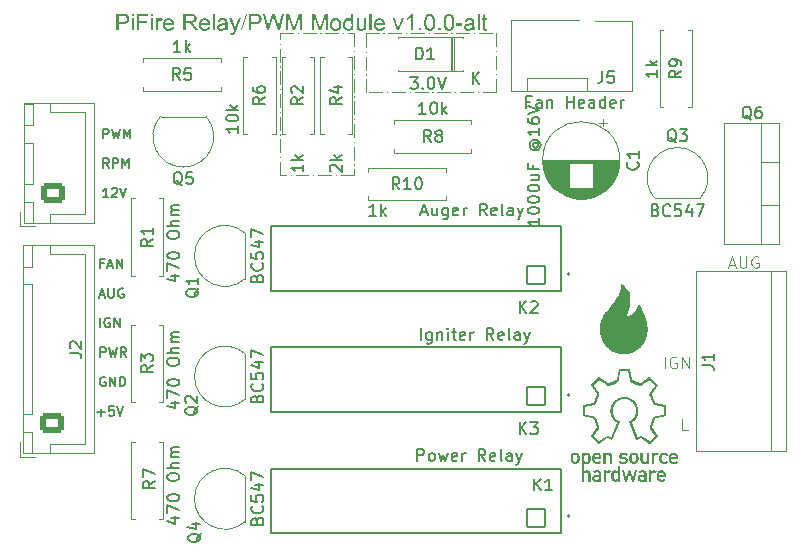
<source format=gto>
G04 #@! TF.GenerationSoftware,KiCad,Pcbnew,8.0.5-8.0.5-0~ubuntu24.04.1*
G04 #@! TF.CreationDate,2024-09-07T16:25:21-07:00*
G04 #@! TF.ProjectId,pifire-relay-pwm-module-SSR-alt,70696669-7265-42d7-9265-6c61792d7077,rev?*
G04 #@! TF.SameCoordinates,Original*
G04 #@! TF.FileFunction,Legend,Top*
G04 #@! TF.FilePolarity,Positive*
%FSLAX46Y46*%
G04 Gerber Fmt 4.6, Leading zero omitted, Abs format (unit mm)*
G04 Created by KiCad (PCBNEW 8.0.5-8.0.5-0~ubuntu24.04.1) date 2024-09-07 16:25:21*
%MOMM*%
%LPD*%
G01*
G04 APERTURE LIST*
G04 Aperture macros list*
%AMRoundRect*
0 Rectangle with rounded corners*
0 $1 Rounding radius*
0 $2 $3 $4 $5 $6 $7 $8 $9 X,Y pos of 4 corners*
0 Add a 4 corners polygon primitive as box body*
4,1,4,$2,$3,$4,$5,$6,$7,$8,$9,$2,$3,0*
0 Add four circle primitives for the rounded corners*
1,1,$1+$1,$2,$3*
1,1,$1+$1,$4,$5*
1,1,$1+$1,$6,$7*
1,1,$1+$1,$8,$9*
0 Add four rect primitives between the rounded corners*
20,1,$1+$1,$2,$3,$4,$5,0*
20,1,$1+$1,$4,$5,$6,$7,0*
20,1,$1+$1,$6,$7,$8,$9,0*
20,1,$1+$1,$8,$9,$2,$3,0*%
G04 Aperture macros list end*
%ADD10C,0.000000*%
%ADD11C,0.100000*%
%ADD12C,0.150000*%
%ADD13C,0.127000*%
%ADD14C,0.200000*%
%ADD15C,0.120000*%
%ADD16RoundRect,0.102000X0.754000X0.754000X-0.754000X0.754000X-0.754000X-0.754000X0.754000X-0.754000X0*%
%ADD17C,1.712000*%
%ADD18C,1.600000*%
%ADD19O,1.600000X1.600000*%
%ADD20C,3.200000*%
%ADD21R,1.500000X1.050000*%
%ADD22O,1.500000X1.050000*%
%ADD23R,2.000000X1.905000*%
%ADD24O,2.000000X1.905000*%
%ADD25C,1.100000*%
%ADD26R,1.730000X2.030000*%
%ADD27O,1.730000X2.030000*%
%ADD28R,1.050000X1.500000*%
%ADD29O,1.050000X1.500000*%
%ADD30R,2.200000X2.200000*%
%ADD31O,2.200000X2.200000*%
%ADD32RoundRect,0.250000X0.725000X-0.600000X0.725000X0.600000X-0.725000X0.600000X-0.725000X-0.600000X0*%
%ADD33O,1.950000X1.700000*%
%ADD34R,3.000000X3.000000*%
%ADD35C,3.000000*%
%ADD36R,1.600000X1.600000*%
G04 APERTURE END LIST*
D10*
G36*
X76976875Y-62750000D02*
G01*
X76990238Y-62750546D01*
X77003258Y-62751439D01*
X77015940Y-62752669D01*
X77028287Y-62754221D01*
X77040305Y-62756083D01*
X77051999Y-62758242D01*
X77063371Y-62760686D01*
X77074428Y-62763402D01*
X77085173Y-62766377D01*
X77095611Y-62769599D01*
X77105747Y-62773055D01*
X77115584Y-62776731D01*
X77125128Y-62780616D01*
X77134382Y-62784697D01*
X77143352Y-62788960D01*
X77160457Y-62797985D01*
X77176476Y-62807589D01*
X77191447Y-62817671D01*
X77205405Y-62828128D01*
X77218386Y-62838860D01*
X77230425Y-62849764D01*
X77241560Y-62860738D01*
X77251825Y-62871682D01*
X77265025Y-62886802D01*
X77277233Y-62902064D01*
X77288470Y-62917655D01*
X77298753Y-62933762D01*
X77308103Y-62950571D01*
X77316538Y-62968270D01*
X77324079Y-62987045D01*
X77330743Y-63007082D01*
X77336552Y-63028570D01*
X77341523Y-63051695D01*
X77345677Y-63076643D01*
X77349032Y-63103601D01*
X77351608Y-63132756D01*
X77353424Y-63164295D01*
X77354499Y-63198405D01*
X77354854Y-63235273D01*
X77354499Y-63272449D01*
X77353424Y-63306831D01*
X77351608Y-63338609D01*
X77349032Y-63367971D01*
X77345677Y-63395106D01*
X77341523Y-63420204D01*
X77336552Y-63443454D01*
X77330743Y-63465044D01*
X77324079Y-63485164D01*
X77316538Y-63504003D01*
X77308103Y-63521749D01*
X77298753Y-63538592D01*
X77288470Y-63554722D01*
X77277233Y-63570326D01*
X77265025Y-63585594D01*
X77251825Y-63600716D01*
X77241560Y-63611658D01*
X77230425Y-63622629D01*
X77218386Y-63633528D01*
X77205405Y-63644252D01*
X77191447Y-63654702D01*
X77176476Y-63664774D01*
X77160457Y-63674369D01*
X77143352Y-63683384D01*
X77125128Y-63691718D01*
X77105746Y-63699270D01*
X77085173Y-63705938D01*
X77063371Y-63711622D01*
X77040305Y-63716218D01*
X77015940Y-63719627D01*
X76990238Y-63721747D01*
X76963164Y-63722476D01*
X76949463Y-63722292D01*
X76936109Y-63721747D01*
X76923098Y-63720855D01*
X76910424Y-63719627D01*
X76898084Y-63718078D01*
X76886072Y-63716218D01*
X76874385Y-63714062D01*
X76863019Y-63711622D01*
X76851967Y-63708910D01*
X76841227Y-63705939D01*
X76830794Y-63702721D01*
X76820662Y-63699270D01*
X76810829Y-63695598D01*
X76801288Y-63691718D01*
X76792036Y-63687643D01*
X76783069Y-63683384D01*
X76765969Y-63674369D01*
X76749953Y-63664775D01*
X76734984Y-63654702D01*
X76721028Y-63644253D01*
X76708048Y-63633528D01*
X76696009Y-63622629D01*
X76684875Y-63611658D01*
X76674610Y-63600716D01*
X76661409Y-63585595D01*
X76649197Y-63570328D01*
X76637955Y-63554726D01*
X76627665Y-63538600D01*
X76618308Y-63521759D01*
X76609863Y-63504016D01*
X76602313Y-63485181D01*
X76595638Y-63465063D01*
X76589820Y-63443475D01*
X76584839Y-63420227D01*
X76580677Y-63395129D01*
X76577314Y-63367993D01*
X76574731Y-63338628D01*
X76572910Y-63306846D01*
X76571831Y-63272458D01*
X76571475Y-63235273D01*
X76762663Y-63235273D01*
X76762798Y-63260119D01*
X76763217Y-63282759D01*
X76763938Y-63303361D01*
X76764981Y-63322093D01*
X76766365Y-63339121D01*
X76768110Y-63354614D01*
X76770234Y-63368740D01*
X76772757Y-63381667D01*
X76775697Y-63393561D01*
X76779075Y-63404592D01*
X76782909Y-63414926D01*
X76787219Y-63424731D01*
X76792024Y-63434175D01*
X76797343Y-63443427D01*
X76803195Y-63452653D01*
X76809600Y-63462021D01*
X76815218Y-63469297D01*
X76821548Y-63476321D01*
X76828553Y-63483062D01*
X76836191Y-63489492D01*
X76844426Y-63495580D01*
X76853217Y-63501296D01*
X76862525Y-63506610D01*
X76872313Y-63511492D01*
X76882540Y-63515911D01*
X76893167Y-63519839D01*
X76904157Y-63523245D01*
X76915469Y-63526099D01*
X76927065Y-63528371D01*
X76938905Y-63530031D01*
X76950951Y-63531049D01*
X76963164Y-63531395D01*
X76975394Y-63531048D01*
X76987454Y-63530029D01*
X76999303Y-63528366D01*
X77010906Y-63526092D01*
X77022221Y-63523234D01*
X77033213Y-63519825D01*
X77043841Y-63515894D01*
X77054068Y-63511472D01*
X77063856Y-63506588D01*
X77073165Y-63501272D01*
X77081958Y-63495556D01*
X77090196Y-63489470D01*
X77097841Y-63483043D01*
X77104855Y-63476305D01*
X77111199Y-63469288D01*
X77114107Y-63465684D01*
X77116834Y-63462021D01*
X77123238Y-63452653D01*
X77129086Y-63443430D01*
X77134400Y-63434188D01*
X77139198Y-63424760D01*
X77143500Y-63414982D01*
X77147325Y-63404689D01*
X77150694Y-63393716D01*
X77153625Y-63381898D01*
X77156137Y-63369070D01*
X77158252Y-63355067D01*
X77159987Y-63339723D01*
X77161364Y-63322874D01*
X77162400Y-63304355D01*
X77163116Y-63284000D01*
X77163666Y-63237125D01*
X77163531Y-63212278D01*
X77163116Y-63189634D01*
X77162400Y-63169028D01*
X77161364Y-63150291D01*
X77159987Y-63133256D01*
X77158252Y-63117756D01*
X77156137Y-63103623D01*
X77153625Y-63090691D01*
X77150694Y-63078792D01*
X77147325Y-63067759D01*
X77143500Y-63057425D01*
X77139198Y-63047622D01*
X77134400Y-63038183D01*
X77129086Y-63028940D01*
X77123238Y-63019727D01*
X77116834Y-63010377D01*
X77111199Y-63003101D01*
X77104855Y-62996077D01*
X77097841Y-62989335D01*
X77090196Y-62982905D01*
X77081958Y-62976817D01*
X77073165Y-62971102D01*
X77063856Y-62965788D01*
X77054068Y-62960906D01*
X77043841Y-62956486D01*
X77033213Y-62952558D01*
X77022221Y-62949152D01*
X77010906Y-62946298D01*
X76999303Y-62944026D01*
X76987454Y-62942367D01*
X76975394Y-62941349D01*
X76963164Y-62941003D01*
X76950951Y-62941349D01*
X76938905Y-62942369D01*
X76927065Y-62944031D01*
X76915469Y-62946306D01*
X76904157Y-62949163D01*
X76893167Y-62952572D01*
X76882540Y-62956503D01*
X76872313Y-62960926D01*
X76862525Y-62965810D01*
X76853217Y-62971125D01*
X76844426Y-62976841D01*
X76836191Y-62982928D01*
X76828553Y-62989355D01*
X76821548Y-62996092D01*
X76815218Y-63003110D01*
X76812317Y-63006714D01*
X76809600Y-63010377D01*
X76803195Y-63019727D01*
X76797343Y-63028937D01*
X76792024Y-63038171D01*
X76787219Y-63047593D01*
X76782909Y-63057369D01*
X76779075Y-63067662D01*
X76775697Y-63078637D01*
X76772757Y-63090460D01*
X76770234Y-63103294D01*
X76768110Y-63117303D01*
X76766365Y-63132654D01*
X76764981Y-63149509D01*
X76763938Y-63168034D01*
X76763217Y-63188393D01*
X76762663Y-63235273D01*
X76571475Y-63235273D01*
X76571831Y-63198406D01*
X76572910Y-63164298D01*
X76574731Y-63132761D01*
X76577314Y-63103608D01*
X76580677Y-63076653D01*
X76584839Y-63051709D01*
X76589820Y-63028587D01*
X76595638Y-63007102D01*
X76602313Y-62987066D01*
X76609863Y-62968293D01*
X76618308Y-62950594D01*
X76627665Y-62933784D01*
X76637955Y-62917674D01*
X76649197Y-62902079D01*
X76661409Y-62886810D01*
X76674610Y-62871682D01*
X76684875Y-62860738D01*
X76696009Y-62849764D01*
X76708048Y-62838860D01*
X76721028Y-62828129D01*
X76734985Y-62817671D01*
X76749953Y-62807590D01*
X76765969Y-62797985D01*
X76783069Y-62788960D01*
X76801288Y-62780616D01*
X76820662Y-62773055D01*
X76841227Y-62766378D01*
X76863019Y-62760686D01*
X76886073Y-62756083D01*
X76910424Y-62752669D01*
X76936110Y-62750546D01*
X76963164Y-62749815D01*
X76976875Y-62750000D01*
G37*
G36*
X76298902Y-64927177D02*
G01*
X76302659Y-64927177D01*
X76518135Y-64261909D01*
X76656830Y-64261909D01*
X76872306Y-64927177D01*
X76876169Y-64927177D01*
X77057832Y-64261909D01*
X77260291Y-64261909D01*
X76956761Y-65212028D01*
X76788010Y-65212028D01*
X76589361Y-64546706D01*
X76585604Y-64546706D01*
X76386955Y-65212028D01*
X76218309Y-65212028D01*
X75914726Y-64261909D01*
X76117080Y-64261909D01*
X76298902Y-64927177D01*
G37*
G36*
X77709131Y-63327030D02*
G01*
X77709366Y-63338990D01*
X77710063Y-63350628D01*
X77711213Y-63361941D01*
X77712806Y-63372925D01*
X77714833Y-63383576D01*
X77717285Y-63393890D01*
X77720150Y-63403863D01*
X77723421Y-63413491D01*
X77727087Y-63422772D01*
X77731138Y-63431700D01*
X77735566Y-63440273D01*
X77740360Y-63448485D01*
X77745510Y-63456335D01*
X77751008Y-63463817D01*
X77756844Y-63470928D01*
X77763007Y-63477663D01*
X77769488Y-63484021D01*
X77776278Y-63489995D01*
X77783368Y-63495584D01*
X77790746Y-63500782D01*
X77798405Y-63505586D01*
X77806333Y-63509992D01*
X77814522Y-63513997D01*
X77822962Y-63517596D01*
X77831643Y-63520787D01*
X77840556Y-63523564D01*
X77849692Y-63525924D01*
X77859039Y-63527864D01*
X77868589Y-63529379D01*
X77878333Y-63530466D01*
X77888260Y-63531122D01*
X77898361Y-63531341D01*
X77908303Y-63531122D01*
X77918082Y-63530466D01*
X77927686Y-63529379D01*
X77937106Y-63527864D01*
X77946333Y-63525924D01*
X77955356Y-63523564D01*
X77964165Y-63520787D01*
X77972750Y-63517596D01*
X77981102Y-63513997D01*
X77989210Y-63509992D01*
X77997064Y-63505586D01*
X78004656Y-63500782D01*
X78011973Y-63495584D01*
X78019008Y-63489995D01*
X78025749Y-63484021D01*
X78032187Y-63477663D01*
X78038312Y-63470928D01*
X78044113Y-63463817D01*
X78049582Y-63456335D01*
X78054708Y-63448485D01*
X78059481Y-63440273D01*
X78063890Y-63431700D01*
X78067928Y-63422772D01*
X78071582Y-63413491D01*
X78074843Y-63403863D01*
X78077703Y-63393890D01*
X78080149Y-63383576D01*
X78082173Y-63372925D01*
X78083764Y-63361941D01*
X78084913Y-63350628D01*
X78085610Y-63338990D01*
X78085845Y-63327030D01*
X78085845Y-62761085D01*
X78276927Y-62761085D01*
X78276927Y-63711311D01*
X78085845Y-63711311D01*
X78085845Y-63610028D01*
X78082141Y-63610028D01*
X78070593Y-63623639D01*
X78058448Y-63636373D01*
X78045725Y-63648230D01*
X78032443Y-63659209D01*
X78018623Y-63669311D01*
X78004283Y-63678535D01*
X77989443Y-63686882D01*
X77974124Y-63694350D01*
X77958345Y-63700941D01*
X77942125Y-63706653D01*
X77925485Y-63711487D01*
X77908443Y-63715442D01*
X77891020Y-63718519D01*
X77873236Y-63720717D01*
X77855109Y-63722036D01*
X77836660Y-63722475D01*
X77822557Y-63722141D01*
X77808377Y-63721139D01*
X77779928Y-63717143D01*
X77751589Y-63710507D01*
X77737545Y-63706205D01*
X77723633Y-63701249D01*
X77709884Y-63695644D01*
X77696335Y-63689390D01*
X77683018Y-63682490D01*
X77669970Y-63674947D01*
X77657223Y-63666764D01*
X77644812Y-63657941D01*
X77632772Y-63648483D01*
X77621137Y-63638391D01*
X77609941Y-63627668D01*
X77599219Y-63616316D01*
X77589004Y-63604337D01*
X77579331Y-63591735D01*
X77570236Y-63578510D01*
X77561750Y-63564667D01*
X77553911Y-63550206D01*
X77546750Y-63535131D01*
X77540304Y-63519444D01*
X77534605Y-63503148D01*
X77529689Y-63486244D01*
X77525590Y-63468735D01*
X77522342Y-63450624D01*
X77519980Y-63431912D01*
X77518537Y-63412604D01*
X77518049Y-63392699D01*
X77518049Y-62761085D01*
X77709131Y-62761085D01*
X77709131Y-63327030D01*
G37*
G36*
X79305529Y-64251038D02*
G01*
X79324924Y-64252391D01*
X79344098Y-64254631D01*
X79363022Y-64257746D01*
X79381669Y-64261725D01*
X79400010Y-64266555D01*
X79418018Y-64272224D01*
X79435664Y-64278720D01*
X79452920Y-64286032D01*
X79469758Y-64294147D01*
X79486150Y-64303053D01*
X79502068Y-64312738D01*
X79517483Y-64323190D01*
X79532368Y-64334398D01*
X79546694Y-64346349D01*
X79560433Y-64359030D01*
X79573558Y-64372432D01*
X79586039Y-64386540D01*
X79597850Y-64401343D01*
X79608961Y-64416830D01*
X79619345Y-64432988D01*
X79628974Y-64449805D01*
X79637819Y-64467269D01*
X79645852Y-64485368D01*
X79653046Y-64504091D01*
X79659372Y-64523424D01*
X79664801Y-64543357D01*
X79669307Y-64563877D01*
X79672860Y-64584971D01*
X79675433Y-64606629D01*
X79676997Y-64628839D01*
X79677525Y-64651587D01*
X79677525Y-64809120D01*
X79085440Y-64809120D01*
X79085718Y-64823470D01*
X79086545Y-64837371D01*
X79087909Y-64850821D01*
X79089801Y-64863820D01*
X79092208Y-64876369D01*
X79095120Y-64888466D01*
X79098526Y-64900111D01*
X79102415Y-64911304D01*
X79106776Y-64922044D01*
X79111598Y-64932332D01*
X79116871Y-64942166D01*
X79122582Y-64951547D01*
X79128722Y-64960473D01*
X79135279Y-64968946D01*
X79142243Y-64976963D01*
X79149602Y-64984526D01*
X79157345Y-64991633D01*
X79165462Y-64998284D01*
X79173942Y-65004479D01*
X79182773Y-65010217D01*
X79191945Y-65015498D01*
X79201447Y-65020322D01*
X79211267Y-65024689D01*
X79221395Y-65028597D01*
X79231820Y-65032047D01*
X79242531Y-65035038D01*
X79253517Y-65037570D01*
X79264767Y-65039643D01*
X79276270Y-65041255D01*
X79288015Y-65042407D01*
X79299992Y-65043099D01*
X79312188Y-65043330D01*
X79325931Y-65042937D01*
X79339768Y-65041770D01*
X79353657Y-65039840D01*
X79367557Y-65037161D01*
X79381427Y-65033747D01*
X79395225Y-65029611D01*
X79408910Y-65024766D01*
X79422440Y-65019226D01*
X79435774Y-65013004D01*
X79448871Y-65006112D01*
X79461689Y-64998566D01*
X79474187Y-64990377D01*
X79486324Y-64981559D01*
X79498057Y-64972126D01*
X79509347Y-64962090D01*
X79520150Y-64951466D01*
X79658845Y-65069576D01*
X79640950Y-65089214D01*
X79622431Y-65107385D01*
X79603320Y-65124119D01*
X79583650Y-65139441D01*
X79563454Y-65153380D01*
X79542764Y-65165963D01*
X79521614Y-65177217D01*
X79500036Y-65187170D01*
X79478063Y-65195850D01*
X79455728Y-65203283D01*
X79433063Y-65209497D01*
X79410102Y-65214520D01*
X79386876Y-65218379D01*
X79363420Y-65221102D01*
X79339766Y-65222715D01*
X79315946Y-65223247D01*
X79279084Y-65222098D01*
X79241856Y-65218456D01*
X79204639Y-65212023D01*
X79167814Y-65202504D01*
X79131758Y-65189602D01*
X79114137Y-65181789D01*
X79096850Y-65173020D01*
X79079945Y-65163256D01*
X79063470Y-65152462D01*
X79047470Y-65140600D01*
X79031995Y-65127633D01*
X79017091Y-65113523D01*
X79002805Y-65098235D01*
X78989185Y-65081730D01*
X78976278Y-65063972D01*
X78964131Y-65044923D01*
X78952793Y-65024548D01*
X78942309Y-65002808D01*
X78932728Y-64979667D01*
X78924097Y-64955087D01*
X78916463Y-64929032D01*
X78909874Y-64901464D01*
X78904377Y-64872347D01*
X78900019Y-64841643D01*
X78896847Y-64809315D01*
X78894909Y-64775327D01*
X78894253Y-64739641D01*
X78894855Y-64705759D01*
X78896634Y-64673315D01*
X78898668Y-64651639D01*
X79085440Y-64651639D01*
X79486443Y-64651639D01*
X79485698Y-64638309D01*
X79484511Y-64625375D01*
X79482890Y-64612840D01*
X79480844Y-64600704D01*
X79478382Y-64588971D01*
X79475512Y-64577642D01*
X79472243Y-64566717D01*
X79468584Y-64556200D01*
X79464542Y-64546092D01*
X79460127Y-64536395D01*
X79455347Y-64527110D01*
X79450211Y-64518239D01*
X79444727Y-64509783D01*
X79438905Y-64501746D01*
X79432752Y-64494127D01*
X79426277Y-64486930D01*
X79419489Y-64480156D01*
X79412396Y-64473805D01*
X79405008Y-64467882D01*
X79397332Y-64462386D01*
X79389378Y-64457320D01*
X79381153Y-64452685D01*
X79372667Y-64448483D01*
X79363928Y-64444717D01*
X79354944Y-64441387D01*
X79345725Y-64438495D01*
X79336279Y-64436043D01*
X79326614Y-64434034D01*
X79316739Y-64432468D01*
X79306663Y-64431347D01*
X79296394Y-64430673D01*
X79285941Y-64430448D01*
X79275483Y-64430673D01*
X79265200Y-64431347D01*
X79255100Y-64432468D01*
X79245193Y-64434034D01*
X79235490Y-64436043D01*
X79225999Y-64438495D01*
X79216731Y-64441387D01*
X79207695Y-64444716D01*
X79198901Y-64448483D01*
X79190357Y-64452685D01*
X79182075Y-64457319D01*
X79174063Y-64462386D01*
X79166331Y-64467881D01*
X79158889Y-64473805D01*
X79151746Y-64480155D01*
X79144912Y-64486930D01*
X79138397Y-64494127D01*
X79132210Y-64501745D01*
X79126361Y-64509783D01*
X79120859Y-64518238D01*
X79115714Y-64527109D01*
X79110936Y-64536395D01*
X79106534Y-64546092D01*
X79102519Y-64556200D01*
X79098898Y-64566717D01*
X79095683Y-64577641D01*
X79092883Y-64588971D01*
X79090507Y-64600704D01*
X79088565Y-64612839D01*
X79087067Y-64625375D01*
X79086022Y-64638309D01*
X79085440Y-64651639D01*
X78898668Y-64651639D01*
X78899546Y-64642283D01*
X78903550Y-64612641D01*
X78908602Y-64584365D01*
X78914660Y-64557430D01*
X78921682Y-64531814D01*
X78929625Y-64507492D01*
X78938447Y-64484441D01*
X78948104Y-64462638D01*
X78958555Y-64442058D01*
X78969756Y-64422678D01*
X78981666Y-64404474D01*
X78994242Y-64387422D01*
X79007440Y-64371500D01*
X79021220Y-64356683D01*
X79035537Y-64342947D01*
X79050350Y-64330269D01*
X79065617Y-64318625D01*
X79081293Y-64307991D01*
X79097338Y-64298345D01*
X79113707Y-64289661D01*
X79130360Y-64281917D01*
X79147253Y-64275088D01*
X79164344Y-64269152D01*
X79181590Y-64264084D01*
X79198948Y-64259860D01*
X79216377Y-64256458D01*
X79251274Y-64252021D01*
X79285941Y-64250584D01*
X79305529Y-64251038D01*
G37*
G36*
X79549249Y-62750016D02*
G01*
X79562510Y-62750616D01*
X79575595Y-62751607D01*
X79588504Y-62752980D01*
X79613793Y-62756842D01*
X79638372Y-62762140D01*
X79662239Y-62768810D01*
X79685391Y-62776791D01*
X79707824Y-62786017D01*
X79729535Y-62796427D01*
X79750521Y-62807958D01*
X79770780Y-62820547D01*
X79790307Y-62834129D01*
X79809099Y-62848644D01*
X79827154Y-62864027D01*
X79844469Y-62880215D01*
X79861039Y-62897146D01*
X79876862Y-62914756D01*
X79736315Y-63040327D01*
X79727303Y-63029637D01*
X79717819Y-63019378D01*
X79707878Y-63009586D01*
X79697492Y-63000296D01*
X79686677Y-62991545D01*
X79675446Y-62983367D01*
X79663813Y-62975799D01*
X79651794Y-62968877D01*
X79639401Y-62962635D01*
X79626648Y-62957110D01*
X79613551Y-62952337D01*
X79600122Y-62948351D01*
X79586377Y-62945190D01*
X79572329Y-62942887D01*
X79557992Y-62941480D01*
X79543381Y-62941003D01*
X79514964Y-62942042D01*
X79488082Y-62945192D01*
X79475229Y-62947573D01*
X79462775Y-62950499D01*
X79450725Y-62953977D01*
X79439085Y-62958010D01*
X79427860Y-62962607D01*
X79417054Y-62967772D01*
X79406673Y-62973511D01*
X79396722Y-62979830D01*
X79387206Y-62986735D01*
X79378130Y-62994232D01*
X79369500Y-63002327D01*
X79361321Y-63011025D01*
X79353597Y-63020332D01*
X79346335Y-63030254D01*
X79339538Y-63040798D01*
X79333213Y-63051968D01*
X79327364Y-63063770D01*
X79321997Y-63076211D01*
X79317116Y-63089297D01*
X79312727Y-63103032D01*
X79308835Y-63117423D01*
X79305446Y-63132476D01*
X79302564Y-63148197D01*
X79300194Y-63164591D01*
X79297012Y-63199423D01*
X79295943Y-63237019D01*
X79296211Y-63256006D01*
X79297013Y-63274308D01*
X79298343Y-63291929D01*
X79300196Y-63308874D01*
X79302567Y-63325150D01*
X79305450Y-63340761D01*
X79308841Y-63355713D01*
X79312735Y-63370012D01*
X79317125Y-63383663D01*
X79322007Y-63396672D01*
X79327376Y-63409043D01*
X79333227Y-63420783D01*
X79339554Y-63431897D01*
X79346352Y-63442391D01*
X79353616Y-63452269D01*
X79361341Y-63461537D01*
X79369522Y-63470202D01*
X79378153Y-63478268D01*
X79387229Y-63485740D01*
X79396745Y-63492625D01*
X79406697Y-63498928D01*
X79417077Y-63504654D01*
X79427883Y-63509808D01*
X79439108Y-63514397D01*
X79450747Y-63518426D01*
X79462795Y-63521899D01*
X79475247Y-63524823D01*
X79488097Y-63527203D01*
X79501341Y-63529045D01*
X79514973Y-63530354D01*
X79528988Y-63531135D01*
X79543381Y-63531394D01*
X79550720Y-63531274D01*
X79557992Y-63530917D01*
X79565194Y-63530327D01*
X79572327Y-63529509D01*
X79586372Y-63527207D01*
X79600115Y-63524045D01*
X79613540Y-63520060D01*
X79626634Y-63515287D01*
X79639383Y-63509762D01*
X79651774Y-63503520D01*
X79663792Y-63496598D01*
X79675423Y-63489030D01*
X79686653Y-63480852D01*
X79697470Y-63472101D01*
X79707858Y-63462811D01*
X79717804Y-63453019D01*
X79727294Y-63442760D01*
X79736315Y-63432069D01*
X79876862Y-63557640D01*
X79861048Y-63575223D01*
X79844486Y-63592131D01*
X79827178Y-63608300D01*
X79809129Y-63623668D01*
X79790340Y-63638171D01*
X79770816Y-63651746D01*
X79750560Y-63664328D01*
X79729574Y-63675856D01*
X79707862Y-63686264D01*
X79685427Y-63695491D01*
X79662273Y-63703472D01*
X79638401Y-63710144D01*
X79613817Y-63715444D01*
X79588522Y-63719308D01*
X79562519Y-63721673D01*
X79535813Y-63722475D01*
X79494844Y-63720834D01*
X79454349Y-63715843D01*
X79414628Y-63707399D01*
X79375979Y-63695401D01*
X79357151Y-63688037D01*
X79338703Y-63679746D01*
X79320672Y-63670516D01*
X79303097Y-63660333D01*
X79286015Y-63649185D01*
X79269462Y-63637059D01*
X79253477Y-63623943D01*
X79238097Y-63609822D01*
X79223360Y-63594686D01*
X79209302Y-63578521D01*
X79195961Y-63561314D01*
X79183374Y-63543052D01*
X79171580Y-63523724D01*
X79160614Y-63503315D01*
X79150516Y-63481813D01*
X79141322Y-63459206D01*
X79133069Y-63435481D01*
X79125795Y-63410624D01*
X79119538Y-63384624D01*
X79114334Y-63357467D01*
X79110222Y-63329141D01*
X79107239Y-63299633D01*
X79105421Y-63268929D01*
X79104807Y-63237019D01*
X79105421Y-63204958D01*
X79107239Y-63174114D01*
X79110222Y-63144474D01*
X79114334Y-63116024D01*
X79119538Y-63088751D01*
X79125795Y-63062642D01*
X79133069Y-63037685D01*
X79141322Y-63013866D01*
X79150516Y-62991172D01*
X79160614Y-62969590D01*
X79171580Y-62949107D01*
X79183374Y-62929711D01*
X79195961Y-62911387D01*
X79209302Y-62894124D01*
X79223360Y-62877908D01*
X79238097Y-62862726D01*
X79253477Y-62848564D01*
X79269462Y-62835411D01*
X79286015Y-62823253D01*
X79303097Y-62812077D01*
X79320672Y-62801870D01*
X79338703Y-62792618D01*
X79357151Y-62784310D01*
X79375979Y-62776931D01*
X79395151Y-62770469D01*
X79414628Y-62764911D01*
X79434373Y-62760244D01*
X79454349Y-62756455D01*
X79474519Y-62753530D01*
X79494844Y-62751457D01*
X79535813Y-62749815D01*
X79549249Y-62750016D01*
G37*
G36*
X77687398Y-64251579D02*
G01*
X77728596Y-64254479D01*
X77767825Y-64259448D01*
X77786661Y-64262744D01*
X77804956Y-64266600D01*
X77822694Y-64271030D01*
X77839859Y-64276048D01*
X77856435Y-64281667D01*
X77872406Y-64287903D01*
X77887755Y-64294768D01*
X77902467Y-64302277D01*
X77916524Y-64310445D01*
X77929912Y-64319284D01*
X77942613Y-64328810D01*
X77954613Y-64339036D01*
X77965893Y-64349976D01*
X77976439Y-64361644D01*
X77986234Y-64374055D01*
X77995263Y-64387222D01*
X78003508Y-64401160D01*
X78010954Y-64415882D01*
X78017584Y-64431403D01*
X78023383Y-64447736D01*
X78028334Y-64464896D01*
X78032421Y-64482897D01*
X78035628Y-64501752D01*
X78037939Y-64521476D01*
X78039337Y-64542083D01*
X78039807Y-64563587D01*
X78039807Y-65212028D01*
X77848566Y-65212028D01*
X77848566Y-65127679D01*
X77844862Y-65127679D01*
X77837163Y-65139575D01*
X77828792Y-65150642D01*
X77819696Y-65160889D01*
X77809820Y-65170324D01*
X77799109Y-65178956D01*
X77787508Y-65186793D01*
X77774963Y-65193843D01*
X77761419Y-65200116D01*
X77746821Y-65205618D01*
X77731115Y-65210360D01*
X77714246Y-65214349D01*
X77696160Y-65217594D01*
X77676802Y-65220103D01*
X77656116Y-65221884D01*
X77634050Y-65222947D01*
X77610547Y-65223299D01*
X77590952Y-65222934D01*
X77571880Y-65221849D01*
X77553337Y-65220059D01*
X77535329Y-65217582D01*
X77517863Y-65214431D01*
X77500946Y-65210624D01*
X77484585Y-65206175D01*
X77468784Y-65201102D01*
X77453552Y-65195419D01*
X77438895Y-65189142D01*
X77424819Y-65182287D01*
X77411331Y-65174870D01*
X77398437Y-65166907D01*
X77386144Y-65158413D01*
X77374458Y-65149404D01*
X77363386Y-65139896D01*
X77352934Y-65129905D01*
X77343110Y-65119447D01*
X77333919Y-65108537D01*
X77325368Y-65097191D01*
X77317463Y-65085425D01*
X77310212Y-65073255D01*
X77303620Y-65060696D01*
X77297695Y-65047764D01*
X77292442Y-65034476D01*
X77287868Y-65020846D01*
X77283980Y-65006891D01*
X77280784Y-64992626D01*
X77278287Y-64978068D01*
X77276496Y-64963231D01*
X77275416Y-64948133D01*
X77275055Y-64932787D01*
X77275258Y-64923420D01*
X77455077Y-64923420D01*
X77455677Y-64935257D01*
X77457506Y-64946849D01*
X77460603Y-64958125D01*
X77465010Y-64969012D01*
X77467717Y-64974287D01*
X77470768Y-64979439D01*
X77474166Y-64984458D01*
X77477918Y-64989335D01*
X77482027Y-64994062D01*
X77486500Y-64998628D01*
X77491342Y-65003026D01*
X77496557Y-65007247D01*
X77502151Y-65011281D01*
X77508129Y-65015119D01*
X77514496Y-65018754D01*
X77521257Y-65022174D01*
X77528417Y-65025373D01*
X77535981Y-65028340D01*
X77543955Y-65031068D01*
X77552344Y-65033546D01*
X77570385Y-65037719D01*
X77590147Y-65040788D01*
X77611669Y-65042682D01*
X77634994Y-65043330D01*
X77663641Y-65043104D01*
X77689904Y-65042317D01*
X77713855Y-65040800D01*
X77735569Y-65038386D01*
X77745610Y-65036790D01*
X77755120Y-65034906D01*
X77764107Y-65032715D01*
X77772582Y-65030194D01*
X77780553Y-65027324D01*
X77788029Y-65024082D01*
X77795021Y-65020448D01*
X77801536Y-65016401D01*
X77807585Y-65011921D01*
X77813176Y-65006985D01*
X77818320Y-65001574D01*
X77823024Y-64995665D01*
X77827299Y-64989239D01*
X77831153Y-64982275D01*
X77834597Y-64974750D01*
X77837639Y-64966645D01*
X77840288Y-64957939D01*
X77842554Y-64948609D01*
X77844445Y-64938637D01*
X77845973Y-64928000D01*
X77847144Y-64916677D01*
X77847970Y-64904648D01*
X77848458Y-64891892D01*
X77848619Y-64878387D01*
X77848618Y-64878387D01*
X77848618Y-64809014D01*
X77620018Y-64809014D01*
X77609652Y-64809145D01*
X77599635Y-64809537D01*
X77589967Y-64810184D01*
X77580646Y-64811085D01*
X77571671Y-64812233D01*
X77563040Y-64813627D01*
X77554753Y-64815262D01*
X77546807Y-64817134D01*
X77539202Y-64819240D01*
X77531936Y-64821576D01*
X77525007Y-64824137D01*
X77518414Y-64826921D01*
X77512157Y-64829923D01*
X77506233Y-64833140D01*
X77500641Y-64836567D01*
X77495380Y-64840202D01*
X77490448Y-64844039D01*
X77485845Y-64848077D01*
X77481568Y-64852310D01*
X77477616Y-64856735D01*
X77473989Y-64861347D01*
X77470684Y-64866145D01*
X77467700Y-64871122D01*
X77465036Y-64876277D01*
X77462691Y-64881604D01*
X77460663Y-64887101D01*
X77458950Y-64892763D01*
X77457552Y-64898586D01*
X77456467Y-64904567D01*
X77455694Y-64910703D01*
X77455231Y-64916988D01*
X77455077Y-64923420D01*
X77275258Y-64923420D01*
X77275362Y-64918628D01*
X77276284Y-64904620D01*
X77277819Y-64890782D01*
X77279967Y-64877133D01*
X77282726Y-64863695D01*
X77286094Y-64850485D01*
X77290072Y-64837524D01*
X77294658Y-64824832D01*
X77299850Y-64812427D01*
X77305649Y-64800330D01*
X77312052Y-64788560D01*
X77319059Y-64777137D01*
X77326668Y-64766080D01*
X77334879Y-64755408D01*
X77343690Y-64745143D01*
X77353100Y-64735302D01*
X77363109Y-64725906D01*
X77373715Y-64716974D01*
X77384917Y-64708525D01*
X77396714Y-64700581D01*
X77409105Y-64693159D01*
X77422089Y-64686280D01*
X77435665Y-64679963D01*
X77449831Y-64674227D01*
X77464587Y-64669094D01*
X77479932Y-64664581D01*
X77495864Y-64660708D01*
X77512383Y-64657496D01*
X77529486Y-64654964D01*
X77547175Y-64653130D01*
X77565446Y-64652016D01*
X77584300Y-64651640D01*
X77848566Y-64651640D01*
X77848566Y-64552316D01*
X77847880Y-64536132D01*
X77847017Y-64528537D01*
X77845802Y-64521267D01*
X77844232Y-64514318D01*
X77842302Y-64507685D01*
X77840009Y-64501362D01*
X77837349Y-64495346D01*
X77834319Y-64489631D01*
X77830914Y-64484213D01*
X77827131Y-64479087D01*
X77822966Y-64474248D01*
X77818415Y-64469691D01*
X77813474Y-64465412D01*
X77808140Y-64461406D01*
X77802409Y-64457668D01*
X77796277Y-64454194D01*
X77789741Y-64450978D01*
X77775439Y-64445303D01*
X77759472Y-64440606D01*
X77741812Y-64436848D01*
X77722426Y-64433991D01*
X77701286Y-64431998D01*
X77678361Y-64430830D01*
X77653621Y-64430449D01*
X77635604Y-64430674D01*
X77618760Y-64431364D01*
X77603033Y-64432546D01*
X77588363Y-64434242D01*
X77581407Y-64435290D01*
X77574694Y-64436477D01*
X77568216Y-64437804D01*
X77561967Y-64439275D01*
X77555939Y-64440894D01*
X77550125Y-64442662D01*
X77544517Y-64444584D01*
X77539109Y-64446661D01*
X77533893Y-64448898D01*
X77528863Y-64451297D01*
X77524010Y-64453862D01*
X77519327Y-64456595D01*
X77514808Y-64459499D01*
X77510445Y-64462578D01*
X77506231Y-64465834D01*
X77502158Y-64469271D01*
X77498220Y-64472891D01*
X77494409Y-64476699D01*
X77490718Y-64480696D01*
X77487140Y-64484885D01*
X77483667Y-64489271D01*
X77480293Y-64493855D01*
X77477010Y-64498642D01*
X77473810Y-64503633D01*
X77323844Y-64389333D01*
X77337922Y-64371084D01*
X77352757Y-64354294D01*
X77368357Y-64338923D01*
X77384730Y-64324933D01*
X77401883Y-64312285D01*
X77419825Y-64300940D01*
X77438564Y-64290859D01*
X77458107Y-64282004D01*
X77478462Y-64274336D01*
X77499638Y-64267816D01*
X77521642Y-64262406D01*
X77544482Y-64258066D01*
X77568165Y-64254758D01*
X77592701Y-64252443D01*
X77618097Y-64251083D01*
X77644360Y-64250638D01*
X77687398Y-64251579D01*
G37*
G36*
X73846239Y-64251579D02*
G01*
X73887443Y-64254479D01*
X73926677Y-64259448D01*
X73945514Y-64262744D01*
X73963810Y-64266600D01*
X73981549Y-64271030D01*
X73998715Y-64276048D01*
X74015291Y-64281667D01*
X74031262Y-64287903D01*
X74046610Y-64294768D01*
X74061321Y-64302277D01*
X74075378Y-64310445D01*
X74088764Y-64319284D01*
X74101464Y-64328810D01*
X74113462Y-64339036D01*
X74124741Y-64349976D01*
X74135286Y-64361644D01*
X74145079Y-64374055D01*
X74154106Y-64387222D01*
X74162349Y-64401160D01*
X74169794Y-64415882D01*
X74176422Y-64431403D01*
X74182220Y-64447736D01*
X74187170Y-64464896D01*
X74191255Y-64482897D01*
X74194462Y-64501752D01*
X74196772Y-64521476D01*
X74198169Y-64542083D01*
X74198639Y-64563587D01*
X74198639Y-65212028D01*
X74007451Y-65212028D01*
X74007451Y-65127679D01*
X74003694Y-65127679D01*
X73996005Y-65139575D01*
X73987644Y-65150642D01*
X73978558Y-65160889D01*
X73968691Y-65170324D01*
X73957988Y-65178956D01*
X73946394Y-65186793D01*
X73933856Y-65193843D01*
X73920317Y-65200116D01*
X73905724Y-65205618D01*
X73890021Y-65210360D01*
X73873154Y-65214349D01*
X73855067Y-65217594D01*
X73835706Y-65220103D01*
X73815017Y-65221884D01*
X73792944Y-65222947D01*
X73769432Y-65223299D01*
X73749838Y-65222934D01*
X73730766Y-65221849D01*
X73712223Y-65220059D01*
X73694217Y-65217582D01*
X73676752Y-65214431D01*
X73659837Y-65210624D01*
X73643477Y-65206175D01*
X73627678Y-65201102D01*
X73612448Y-65195419D01*
X73597793Y-65189142D01*
X73583719Y-65182287D01*
X73570233Y-65174870D01*
X73557341Y-65166907D01*
X73545051Y-65158413D01*
X73533367Y-65149404D01*
X73522298Y-65139896D01*
X73511849Y-65129905D01*
X73502027Y-65119447D01*
X73492838Y-65108537D01*
X73484290Y-65097191D01*
X73476388Y-65085425D01*
X73469138Y-65073255D01*
X73462549Y-65060696D01*
X73456625Y-65047764D01*
X73451374Y-65034476D01*
X73446802Y-65020846D01*
X73442915Y-65006891D01*
X73439721Y-64992626D01*
X73437225Y-64978068D01*
X73435434Y-64963231D01*
X73434355Y-64948133D01*
X73433993Y-64932787D01*
X73434197Y-64923420D01*
X73613857Y-64923420D01*
X73614457Y-64935257D01*
X73616286Y-64946849D01*
X73619383Y-64958125D01*
X73623791Y-64969012D01*
X73626498Y-64974287D01*
X73629549Y-64979439D01*
X73632948Y-64984458D01*
X73636700Y-64989335D01*
X73640811Y-64994062D01*
X73645285Y-64998628D01*
X73650127Y-65003026D01*
X73655344Y-65007247D01*
X73660939Y-65011281D01*
X73666918Y-65015119D01*
X73673287Y-65018754D01*
X73680049Y-65022174D01*
X73687212Y-65025373D01*
X73694778Y-65028340D01*
X73702755Y-65031068D01*
X73711146Y-65033546D01*
X73729194Y-65037719D01*
X73748962Y-65040788D01*
X73770493Y-65042682D01*
X73793827Y-65043330D01*
X73822474Y-65043104D01*
X73848736Y-65042317D01*
X73872687Y-65040800D01*
X73894401Y-65038386D01*
X73904443Y-65036790D01*
X73913952Y-65034906D01*
X73922940Y-65032715D01*
X73931414Y-65030194D01*
X73939385Y-65027324D01*
X73946862Y-65024082D01*
X73953853Y-65020448D01*
X73960369Y-65016401D01*
X73966417Y-65011921D01*
X73972009Y-65006985D01*
X73977152Y-65001574D01*
X73981856Y-64995665D01*
X73986131Y-64989239D01*
X73989986Y-64982275D01*
X73993429Y-64974750D01*
X73996471Y-64966645D01*
X73999120Y-64957939D01*
X74001386Y-64948609D01*
X74003278Y-64938637D01*
X74004805Y-64928000D01*
X74005977Y-64916677D01*
X74006802Y-64904648D01*
X74007290Y-64891892D01*
X74007451Y-64878387D01*
X74007451Y-64809014D01*
X73778851Y-64809014D01*
X73768480Y-64809145D01*
X73758459Y-64809537D01*
X73748786Y-64810184D01*
X73739461Y-64811085D01*
X73730483Y-64812233D01*
X73721849Y-64813627D01*
X73713558Y-64815262D01*
X73705610Y-64817134D01*
X73698001Y-64819240D01*
X73690733Y-64821576D01*
X73683802Y-64824137D01*
X73677207Y-64826921D01*
X73670948Y-64829923D01*
X73665022Y-64833140D01*
X73659429Y-64836567D01*
X73654166Y-64840202D01*
X73649234Y-64844039D01*
X73644629Y-64848077D01*
X73640351Y-64852310D01*
X73636399Y-64856735D01*
X73632771Y-64861347D01*
X73629465Y-64866145D01*
X73626481Y-64871122D01*
X73623817Y-64876277D01*
X73621471Y-64881604D01*
X73619443Y-64887101D01*
X73617730Y-64892763D01*
X73616332Y-64898586D01*
X73615247Y-64904567D01*
X73614474Y-64910703D01*
X73614011Y-64916988D01*
X73613857Y-64923420D01*
X73434197Y-64923420D01*
X73434301Y-64918628D01*
X73435222Y-64904620D01*
X73436756Y-64890782D01*
X73438901Y-64877133D01*
X73441657Y-64863695D01*
X73445024Y-64850485D01*
X73448998Y-64837524D01*
X73453581Y-64824832D01*
X73458770Y-64812427D01*
X73464564Y-64800330D01*
X73470964Y-64788560D01*
X73477966Y-64777137D01*
X73485572Y-64766080D01*
X73493779Y-64755408D01*
X73502586Y-64745143D01*
X73511992Y-64735302D01*
X73521998Y-64725906D01*
X73532600Y-64716974D01*
X73543799Y-64708525D01*
X73555593Y-64700581D01*
X73567982Y-64693159D01*
X73580963Y-64686280D01*
X73594537Y-64679963D01*
X73608703Y-64674227D01*
X73623458Y-64669094D01*
X73638803Y-64664581D01*
X73654735Y-64660708D01*
X73671255Y-64657496D01*
X73688361Y-64654964D01*
X73706052Y-64653130D01*
X73724327Y-64652016D01*
X73743185Y-64651640D01*
X74007451Y-64651640D01*
X74007451Y-64552316D01*
X74006765Y-64536132D01*
X74005902Y-64528537D01*
X74004687Y-64521267D01*
X74003117Y-64514318D01*
X74001188Y-64507685D01*
X73998895Y-64501362D01*
X73996235Y-64495346D01*
X73993205Y-64489631D01*
X73989801Y-64484213D01*
X73986018Y-64479087D01*
X73981854Y-64474248D01*
X73977304Y-64469691D01*
X73972364Y-64465412D01*
X73967031Y-64461406D01*
X73961301Y-64457668D01*
X73955171Y-64454194D01*
X73948636Y-64450978D01*
X73934337Y-64445303D01*
X73918375Y-64440606D01*
X73900719Y-64436848D01*
X73881340Y-64433991D01*
X73860207Y-64431998D01*
X73837290Y-64430830D01*
X73812559Y-64430449D01*
X73794541Y-64430674D01*
X73777694Y-64431364D01*
X73761961Y-64432546D01*
X73747285Y-64434242D01*
X73740325Y-64435290D01*
X73733607Y-64436477D01*
X73727125Y-64437804D01*
X73720872Y-64439275D01*
X73714839Y-64440894D01*
X73709020Y-64442662D01*
X73703407Y-64444584D01*
X73697994Y-64446661D01*
X73692774Y-64448898D01*
X73687738Y-64451297D01*
X73682880Y-64453862D01*
X73678193Y-64456595D01*
X73673669Y-64459499D01*
X73669302Y-64462578D01*
X73665084Y-64465834D01*
X73661007Y-64469271D01*
X73657066Y-64472891D01*
X73653252Y-64476699D01*
X73649558Y-64480696D01*
X73645977Y-64484885D01*
X73642502Y-64489271D01*
X73639127Y-64493855D01*
X73635842Y-64498642D01*
X73632642Y-64503633D01*
X73482730Y-64389333D01*
X73496806Y-64371084D01*
X73511638Y-64354294D01*
X73527233Y-64338923D01*
X73543599Y-64324933D01*
X73560746Y-64312285D01*
X73578680Y-64300940D01*
X73597411Y-64290859D01*
X73616946Y-64282004D01*
X73637294Y-64274336D01*
X73658464Y-64267816D01*
X73680463Y-64262406D01*
X73703300Y-64258066D01*
X73726983Y-64254758D01*
X73751521Y-64252443D01*
X73776921Y-64251083D01*
X73803193Y-64250638D01*
X73846239Y-64251579D01*
G37*
G36*
X75812439Y-65212028D02*
G01*
X75621304Y-65212028D01*
X75621304Y-65112703D01*
X75609737Y-65124741D01*
X75597538Y-65136264D01*
X75584734Y-65147236D01*
X75571353Y-65157621D01*
X75557422Y-65167382D01*
X75542969Y-65176485D01*
X75528021Y-65184892D01*
X75512606Y-65192567D01*
X75496752Y-65199475D01*
X75480485Y-65205579D01*
X75463834Y-65210843D01*
X75446825Y-65215230D01*
X75429487Y-65218706D01*
X75411847Y-65221233D01*
X75393932Y-65222776D01*
X75375770Y-65223299D01*
X75364970Y-65223146D01*
X75354355Y-65222692D01*
X75343927Y-65221942D01*
X75333685Y-65220904D01*
X75323629Y-65219583D01*
X75313758Y-65217985D01*
X75304071Y-65216116D01*
X75294569Y-65213984D01*
X75285251Y-65211593D01*
X75276117Y-65208950D01*
X75267166Y-65206061D01*
X75258398Y-65202933D01*
X75249813Y-65199572D01*
X75241410Y-65195983D01*
X75225150Y-65188149D01*
X75209614Y-65179480D01*
X75194801Y-65170025D01*
X75180707Y-65159835D01*
X75167329Y-65148959D01*
X75154665Y-65137446D01*
X75142711Y-65125345D01*
X75131465Y-65112707D01*
X75120923Y-65099580D01*
X75111515Y-65086952D01*
X75102953Y-65074196D01*
X75095204Y-65061052D01*
X75088236Y-65047257D01*
X75082015Y-65032552D01*
X75076508Y-65016676D01*
X75071682Y-64999367D01*
X75067504Y-64980365D01*
X75063942Y-64959409D01*
X75060961Y-64936238D01*
X75058530Y-64910592D01*
X75056615Y-64882209D01*
X75054201Y-64816190D01*
X75053455Y-64736095D01*
X75244590Y-64736095D01*
X75244739Y-64763811D01*
X75245344Y-64791309D01*
X75246640Y-64818374D01*
X75248864Y-64844788D01*
X75252253Y-64870335D01*
X75254457Y-64882716D01*
X75257041Y-64894799D01*
X75260034Y-64906556D01*
X75263466Y-64917961D01*
X75267365Y-64928987D01*
X75271762Y-64939606D01*
X75276687Y-64949791D01*
X75282168Y-64959516D01*
X75288235Y-64968753D01*
X75294917Y-64977475D01*
X75302245Y-64985655D01*
X75310248Y-64993266D01*
X75318955Y-65000280D01*
X75328395Y-65006672D01*
X75338599Y-65012413D01*
X75349595Y-65017476D01*
X75361413Y-65021835D01*
X75374084Y-65025462D01*
X75387635Y-65028330D01*
X75402098Y-65030412D01*
X75417500Y-65031681D01*
X75433873Y-65032111D01*
X75450077Y-65031655D01*
X75465322Y-65030310D01*
X75479637Y-65028107D01*
X75493050Y-65025080D01*
X75505592Y-65021259D01*
X75517292Y-65016678D01*
X75528178Y-65011368D01*
X75538280Y-65005362D01*
X75547626Y-64998692D01*
X75556247Y-64991390D01*
X75564171Y-64983488D01*
X75571428Y-64975019D01*
X75578046Y-64966015D01*
X75584055Y-64956508D01*
X75589484Y-64946530D01*
X75594362Y-64936113D01*
X75598719Y-64925291D01*
X75602583Y-64914094D01*
X75608950Y-64890706D01*
X75613697Y-64866209D01*
X75617058Y-64840860D01*
X75619266Y-64814916D01*
X75620553Y-64788635D01*
X75621304Y-64736095D01*
X75621155Y-64710238D01*
X75620553Y-64684158D01*
X75619266Y-64658114D01*
X75617058Y-64632369D01*
X75613697Y-64607183D01*
X75611511Y-64594881D01*
X75608950Y-64582817D01*
X75605983Y-64571024D01*
X75602583Y-64559533D01*
X75598719Y-64548378D01*
X75594362Y-64537592D01*
X75589484Y-64527206D01*
X75584055Y-64517254D01*
X75578046Y-64507768D01*
X75571428Y-64498781D01*
X75564171Y-64490325D01*
X75556247Y-64482433D01*
X75547626Y-64475138D01*
X75538280Y-64468472D01*
X75528178Y-64462469D01*
X75517292Y-64457160D01*
X75505592Y-64452578D01*
X75493050Y-64448756D01*
X75479637Y-64445727D01*
X75465322Y-64443522D01*
X75450077Y-64442176D01*
X75433873Y-64441720D01*
X75417500Y-64442149D01*
X75402098Y-64443419D01*
X75387635Y-64445502D01*
X75374084Y-64448370D01*
X75361413Y-64451996D01*
X75349595Y-64456353D01*
X75338599Y-64461412D01*
X75328395Y-64467148D01*
X75318955Y-64473531D01*
X75310248Y-64480536D01*
X75302245Y-64488133D01*
X75294917Y-64496297D01*
X75288235Y-64504998D01*
X75282168Y-64514211D01*
X75276687Y-64523907D01*
X75271762Y-64534059D01*
X75267365Y-64544640D01*
X75263466Y-64555621D01*
X75257041Y-64578678D01*
X75252253Y-64603009D01*
X75248864Y-64628395D01*
X75246640Y-64654616D01*
X75245344Y-64681453D01*
X75244590Y-64736095D01*
X75053455Y-64736095D01*
X75053636Y-64694447D01*
X75054201Y-64656542D01*
X75055183Y-64622123D01*
X75056615Y-64590932D01*
X75058530Y-64562709D01*
X75060961Y-64537197D01*
X75063942Y-64514138D01*
X75067504Y-64493274D01*
X75071682Y-64474345D01*
X75074012Y-64465526D01*
X75076508Y-64457094D01*
X75079174Y-64449017D01*
X75082015Y-64441263D01*
X75085034Y-64433798D01*
X75088236Y-64426592D01*
X75095204Y-64412825D01*
X75102953Y-64399702D01*
X75111515Y-64386965D01*
X75120923Y-64374357D01*
X75131465Y-64361212D01*
X75142711Y-64348561D01*
X75154665Y-64336451D01*
X75167329Y-64324933D01*
X75180707Y-64314054D01*
X75194801Y-64303865D01*
X75209614Y-64294413D01*
X75225150Y-64285748D01*
X75241410Y-64277919D01*
X75258398Y-64270975D01*
X75276117Y-64264965D01*
X75294569Y-64259938D01*
X75313758Y-64255943D01*
X75333685Y-64253028D01*
X75354355Y-64251244D01*
X75375770Y-64250638D01*
X75393808Y-64251159D01*
X75411385Y-64252702D01*
X75428521Y-64255233D01*
X75445240Y-64258720D01*
X75461563Y-64263129D01*
X75477513Y-64268428D01*
X75493111Y-64274583D01*
X75508380Y-64281561D01*
X75523340Y-64289330D01*
X75538016Y-64297857D01*
X75552427Y-64307109D01*
X75566598Y-64317053D01*
X75580548Y-64327655D01*
X75594302Y-64338883D01*
X75607879Y-64350705D01*
X75621304Y-64363086D01*
X75621304Y-63877628D01*
X75812439Y-63877628D01*
X75812439Y-65212028D01*
G37*
G36*
X76278908Y-50560780D02*
G01*
X76271819Y-50608826D01*
X76269397Y-50658108D01*
X76271397Y-50708487D01*
X76277570Y-50759826D01*
X76287673Y-50811986D01*
X76301459Y-50864829D01*
X76318681Y-50918216D01*
X76339093Y-50972009D01*
X76362451Y-51026070D01*
X76388506Y-51080261D01*
X76417014Y-51134442D01*
X76480403Y-51242224D01*
X76550648Y-51348310D01*
X76625781Y-51451593D01*
X76703833Y-51550965D01*
X76782836Y-51645321D01*
X76860821Y-51733553D01*
X76935820Y-51814555D01*
X77005863Y-51887220D01*
X77123210Y-52003109D01*
X77171132Y-52051224D01*
X77216623Y-52101496D01*
X77259592Y-52153839D01*
X77299949Y-52208164D01*
X77337602Y-52264385D01*
X77372459Y-52322414D01*
X77404430Y-52382164D01*
X77433423Y-52443547D01*
X77459347Y-52506476D01*
X77482110Y-52570863D01*
X77501622Y-52636620D01*
X77517790Y-52703661D01*
X77530525Y-52771898D01*
X77539734Y-52841243D01*
X77545326Y-52911610D01*
X77547211Y-52982910D01*
X77545327Y-53054227D01*
X77539737Y-53124607D01*
X77530531Y-53193964D01*
X77517801Y-53262210D01*
X77501637Y-53329258D01*
X77482130Y-53395021D01*
X77459372Y-53459412D01*
X77433453Y-53522344D01*
X77404464Y-53583731D01*
X77372496Y-53643484D01*
X77337639Y-53701517D01*
X77299986Y-53757743D01*
X77259627Y-53812075D01*
X77216653Y-53864426D01*
X77171155Y-53914708D01*
X77123223Y-53962835D01*
X77072949Y-54008720D01*
X77020423Y-54052275D01*
X76965738Y-54093414D01*
X76908983Y-54132049D01*
X76850249Y-54168093D01*
X76789628Y-54201460D01*
X76727210Y-54232063D01*
X76663086Y-54259813D01*
X76597348Y-54284625D01*
X76530086Y-54306411D01*
X76461392Y-54325084D01*
X76391355Y-54340557D01*
X76320068Y-54352744D01*
X76247620Y-54361556D01*
X76174104Y-54366907D01*
X76099609Y-54368710D01*
X76025124Y-54366907D01*
X75951616Y-54361556D01*
X75879177Y-54352744D01*
X75807897Y-54340557D01*
X75737868Y-54325084D01*
X75669180Y-54306411D01*
X75601924Y-54284625D01*
X75536191Y-54259813D01*
X75472073Y-54232063D01*
X75409660Y-54201460D01*
X75349043Y-54168093D01*
X75290313Y-54132049D01*
X75233562Y-54093414D01*
X75178879Y-54052275D01*
X75126357Y-54008720D01*
X75076085Y-53962835D01*
X75028156Y-53914708D01*
X74982659Y-53864426D01*
X74939687Y-53812075D01*
X74899329Y-53757743D01*
X74861677Y-53701517D01*
X74826822Y-53643484D01*
X74794855Y-53583731D01*
X74765866Y-53522344D01*
X74739948Y-53459412D01*
X74717190Y-53395021D01*
X74697683Y-53329258D01*
X74681520Y-53262210D01*
X74668789Y-53193964D01*
X74659584Y-53124607D01*
X74653994Y-53054227D01*
X74652110Y-52982910D01*
X74652721Y-52946600D01*
X74654540Y-52909432D01*
X74657547Y-52871446D01*
X74661723Y-52832677D01*
X74667047Y-52793165D01*
X74673499Y-52752948D01*
X74681060Y-52712063D01*
X74689710Y-52670548D01*
X74710196Y-52585781D01*
X74734798Y-52498950D01*
X74763356Y-52410358D01*
X74795711Y-52320311D01*
X74813368Y-52275302D01*
X74832110Y-52230929D01*
X74851887Y-52187103D01*
X74872652Y-52143737D01*
X74894356Y-52100741D01*
X74916951Y-52058029D01*
X74964622Y-51973098D01*
X75015279Y-51888237D01*
X75068536Y-51802740D01*
X75181309Y-51627011D01*
X75207697Y-51690134D01*
X75236317Y-51749775D01*
X75266925Y-51805995D01*
X75299278Y-51858855D01*
X75333133Y-51908418D01*
X75368244Y-51954743D01*
X75404370Y-51997892D01*
X75441266Y-52037926D01*
X75478689Y-52074907D01*
X75516395Y-52108895D01*
X75554140Y-52139952D01*
X75591682Y-52168139D01*
X75628776Y-52193517D01*
X75665178Y-52216147D01*
X75700646Y-52236091D01*
X75734935Y-52253410D01*
X75767802Y-52268165D01*
X75799003Y-52280417D01*
X75828296Y-52290227D01*
X75855435Y-52297657D01*
X75880178Y-52302767D01*
X75902280Y-52305619D01*
X75921499Y-52306275D01*
X75937591Y-52304794D01*
X75950312Y-52301240D01*
X75959418Y-52295671D01*
X75964666Y-52288151D01*
X75965813Y-52278740D01*
X75962614Y-52267499D01*
X75954827Y-52254490D01*
X75942206Y-52239773D01*
X75924510Y-52223410D01*
X75903054Y-52202912D01*
X75882757Y-52178835D01*
X75863603Y-52151421D01*
X75845576Y-52120911D01*
X75828662Y-52087546D01*
X75812845Y-52051569D01*
X75784440Y-51972742D01*
X75760236Y-51886362D01*
X75740110Y-51794361D01*
X75723939Y-51698670D01*
X75711598Y-51601222D01*
X75702963Y-51503949D01*
X75697912Y-51408782D01*
X75696319Y-51317653D01*
X75698062Y-51232495D01*
X75703016Y-51155240D01*
X75711058Y-51087820D01*
X75722064Y-51032165D01*
X75735910Y-50990210D01*
X75806429Y-50919442D01*
X75875152Y-50848459D01*
X75942813Y-50778977D01*
X75976475Y-50745334D01*
X76010147Y-50712709D01*
X76043921Y-50681318D01*
X76077889Y-50651374D01*
X76112143Y-50623091D01*
X76146774Y-50596684D01*
X76181875Y-50572369D01*
X76217536Y-50550358D01*
X76253851Y-50530867D01*
X76272282Y-50522133D01*
X76290910Y-50514109D01*
X76278908Y-50560780D01*
G37*
D11*
X54250000Y-27250000D02*
X55350000Y-27250000D01*
X55750000Y-27250000D02*
X55770000Y-27250000D01*
X56170000Y-27250000D02*
X57270000Y-27250000D01*
X57670000Y-27250000D02*
X57690000Y-27250000D01*
X58090000Y-27250000D02*
X59190000Y-27250000D01*
X59590000Y-27250000D02*
X59610000Y-27250000D01*
X60010000Y-27250000D02*
X61110000Y-27250000D01*
X61510000Y-27250000D02*
X61530000Y-27250000D01*
X61930000Y-27250000D02*
X63030000Y-27250000D01*
X63430000Y-27250000D02*
X63450000Y-27250000D01*
X63850000Y-27250000D02*
X64950000Y-27250000D01*
X65250000Y-27250000D02*
X65250000Y-28350000D01*
X65250000Y-28750000D02*
X65250000Y-28770000D01*
X65250000Y-29170000D02*
X65250000Y-30270000D01*
X65250000Y-30670000D02*
X65250000Y-30690000D01*
X65250000Y-31090000D02*
X65250000Y-32190000D01*
X65250000Y-32250000D02*
X64150000Y-32250000D01*
X63750000Y-32250000D02*
X63730000Y-32250000D01*
X63330000Y-32250000D02*
X62230000Y-32250000D01*
X61830000Y-32250000D02*
X61810000Y-32250000D01*
X61410000Y-32250000D02*
X60310000Y-32250000D01*
X59910000Y-32250000D02*
X59890000Y-32250000D01*
X59490000Y-32250000D02*
X58390000Y-32250000D01*
X57990000Y-32250000D02*
X57970000Y-32250000D01*
X57570000Y-32250000D02*
X56470000Y-32250000D01*
X56070000Y-32250000D02*
X56050000Y-32250000D01*
X55650000Y-32250000D02*
X54550000Y-32250000D01*
X54250000Y-32250000D02*
X54250000Y-31150000D01*
X54250000Y-30750000D02*
X54250000Y-30730000D01*
X54250000Y-30330000D02*
X54250000Y-29230000D01*
X54250000Y-28830000D02*
X54250000Y-28810000D01*
X54250000Y-28410000D02*
X54250000Y-27310000D01*
D10*
G36*
X73840296Y-62750268D02*
G01*
X73859692Y-62751621D01*
X73878866Y-62753861D01*
X73897791Y-62756977D01*
X73916439Y-62760956D01*
X73934782Y-62765786D01*
X73952792Y-62771455D01*
X73970439Y-62777952D01*
X73987697Y-62785264D01*
X74004537Y-62793380D01*
X74020931Y-62802287D01*
X74036851Y-62811974D01*
X74052269Y-62822427D01*
X74067156Y-62833637D01*
X74081485Y-62845590D01*
X74095227Y-62858274D01*
X74108354Y-62871678D01*
X74120838Y-62885789D01*
X74132651Y-62900596D01*
X74143765Y-62916086D01*
X74154151Y-62932248D01*
X74163782Y-62949069D01*
X74172629Y-62966538D01*
X74180664Y-62984643D01*
X74187859Y-63003371D01*
X74194187Y-63022711D01*
X74199618Y-63042651D01*
X74204124Y-63063178D01*
X74207678Y-63084281D01*
X74210252Y-63105947D01*
X74211817Y-63128165D01*
X74212345Y-63150923D01*
X74212345Y-63308350D01*
X73620154Y-63308350D01*
X73620432Y-63322709D01*
X73621259Y-63336619D01*
X73622624Y-63350077D01*
X73624517Y-63363085D01*
X73626925Y-63375640D01*
X73629839Y-63387744D01*
X73633246Y-63399395D01*
X73637137Y-63410594D01*
X73641500Y-63421340D01*
X73646324Y-63431632D01*
X73651599Y-63441471D01*
X73657313Y-63450856D01*
X73663455Y-63459786D01*
X73670014Y-63468262D01*
X73676980Y-63476282D01*
X73684342Y-63483847D01*
X73692088Y-63490956D01*
X73700207Y-63497610D01*
X73708689Y-63503806D01*
X73717523Y-63509546D01*
X73726697Y-63514829D01*
X73736201Y-63519654D01*
X73746023Y-63524021D01*
X73756153Y-63527930D01*
X73766580Y-63531381D01*
X73777293Y-63534372D01*
X73788280Y-63536904D01*
X73799531Y-63538977D01*
X73811035Y-63540590D01*
X73822781Y-63541742D01*
X73834758Y-63542434D01*
X73846955Y-63542664D01*
X73860716Y-63542271D01*
X73874567Y-63541100D01*
X73888468Y-63539166D01*
X73902376Y-63536481D01*
X73916251Y-63533061D01*
X73930052Y-63528918D01*
X73943738Y-63524067D01*
X73957266Y-63518521D01*
X73970597Y-63512295D01*
X73983689Y-63505401D01*
X73996501Y-63497854D01*
X74008991Y-63489667D01*
X74021119Y-63480855D01*
X74032844Y-63471430D01*
X74044124Y-63461408D01*
X74054917Y-63450801D01*
X74193612Y-63568806D01*
X74175717Y-63588443D01*
X74157198Y-63606615D01*
X74138086Y-63623348D01*
X74118416Y-63638670D01*
X74098219Y-63652609D01*
X74077528Y-63665192D01*
X74056376Y-63676446D01*
X74034796Y-63686399D01*
X74012820Y-63695079D01*
X73990481Y-63702512D01*
X73967812Y-63708726D01*
X73944846Y-63713749D01*
X73921614Y-63717608D01*
X73898151Y-63720330D01*
X73874488Y-63721944D01*
X73850659Y-63722475D01*
X73813807Y-63721327D01*
X73776586Y-63717685D01*
X73739377Y-63711253D01*
X73702558Y-63701735D01*
X73666507Y-63688834D01*
X73648888Y-63681022D01*
X73631604Y-63672254D01*
X73614701Y-63662493D01*
X73598227Y-63651700D01*
X73582229Y-63639840D01*
X73566755Y-63626875D01*
X73551851Y-63612768D01*
X73537566Y-63597483D01*
X73523947Y-63580981D01*
X73511041Y-63563227D01*
X73498895Y-63544183D01*
X73487557Y-63523812D01*
X73477074Y-63502077D01*
X73467494Y-63478941D01*
X73458863Y-63454367D01*
X73451229Y-63428318D01*
X73444640Y-63400757D01*
X73439143Y-63371647D01*
X73434785Y-63340951D01*
X73431613Y-63308632D01*
X73429676Y-63274653D01*
X73429019Y-63238976D01*
X73429621Y-63205095D01*
X73431400Y-63172649D01*
X73433433Y-63150976D01*
X73620154Y-63150976D01*
X74021210Y-63150976D01*
X74020460Y-63137637D01*
X74019269Y-63124695D01*
X74017645Y-63112152D01*
X74015596Y-63100011D01*
X74013131Y-63088273D01*
X74010259Y-63076939D01*
X74006989Y-63066012D01*
X74003328Y-63055493D01*
X73999285Y-63045383D01*
X73994870Y-63035685D01*
X73990090Y-63026400D01*
X73984954Y-63017529D01*
X73979471Y-63009075D01*
X73973649Y-63001039D01*
X73967497Y-62993422D01*
X73961023Y-62986227D01*
X73954237Y-62979455D01*
X73947146Y-62973108D01*
X73939759Y-62967187D01*
X73932085Y-62961695D01*
X73924132Y-62956632D01*
X73915909Y-62952000D01*
X73907424Y-62947802D01*
X73898687Y-62944039D01*
X73889705Y-62940712D01*
X73880487Y-62937823D01*
X73871042Y-62935374D01*
X73861378Y-62933366D01*
X73851505Y-62931802D01*
X73841429Y-62930683D01*
X73831161Y-62930010D01*
X73820708Y-62929785D01*
X73810250Y-62930010D01*
X73799966Y-62930683D01*
X73789866Y-62931802D01*
X73779960Y-62933366D01*
X73770257Y-62935374D01*
X73760766Y-62937823D01*
X73751497Y-62940712D01*
X73742461Y-62944039D01*
X73733666Y-62947802D01*
X73725122Y-62952000D01*
X73716839Y-62956632D01*
X73708827Y-62961695D01*
X73701094Y-62967187D01*
X73693651Y-62973108D01*
X73686507Y-62979455D01*
X73679672Y-62986227D01*
X73673155Y-62993422D01*
X73666967Y-63001038D01*
X73661116Y-63009075D01*
X73655612Y-63017529D01*
X73650466Y-63026399D01*
X73645685Y-63035685D01*
X73641281Y-63045383D01*
X73637263Y-63055492D01*
X73633639Y-63066012D01*
X73630421Y-63076939D01*
X73627618Y-63088273D01*
X73625238Y-63100011D01*
X73623292Y-63112152D01*
X73621790Y-63124694D01*
X73620741Y-63137636D01*
X73620154Y-63150976D01*
X73433433Y-63150976D01*
X73434311Y-63141616D01*
X73438314Y-63111972D01*
X73443365Y-63083693D01*
X73449422Y-63056756D01*
X73456443Y-63031136D01*
X73464384Y-63006811D01*
X73473204Y-62983757D01*
X73482860Y-62961949D01*
X73493309Y-62941365D01*
X73504508Y-62921980D01*
X73516417Y-62903771D01*
X73528991Y-62886715D01*
X73542188Y-62870788D01*
X73555966Y-62855966D01*
X73570283Y-62842225D01*
X73585095Y-62829542D01*
X73600360Y-62817893D01*
X73616036Y-62807255D01*
X73632080Y-62797604D01*
X73648450Y-62788916D01*
X73665103Y-62781167D01*
X73681997Y-62774335D01*
X73699089Y-62768395D01*
X73716336Y-62763324D01*
X73733697Y-62759097D01*
X73751128Y-62755692D01*
X73786032Y-62751252D01*
X73820708Y-62749815D01*
X73840296Y-62750268D01*
G37*
G36*
X74865153Y-64250964D02*
G01*
X74879118Y-64251933D01*
X74892795Y-64253527D01*
X74906195Y-64255731D01*
X74919331Y-64258527D01*
X74932212Y-64261900D01*
X74944851Y-64265833D01*
X74957259Y-64270309D01*
X74969447Y-64275313D01*
X74981425Y-64280827D01*
X74993206Y-64286835D01*
X75004800Y-64293322D01*
X75016220Y-64300269D01*
X75027475Y-64307662D01*
X75038578Y-64315483D01*
X75049539Y-64323716D01*
X74910898Y-64488657D01*
X74902610Y-64482558D01*
X74894587Y-64476932D01*
X74886783Y-64471770D01*
X74879155Y-64467058D01*
X74871659Y-64462788D01*
X74864250Y-64458947D01*
X74856885Y-64455524D01*
X74849521Y-64452509D01*
X74842112Y-64449890D01*
X74834615Y-64447656D01*
X74826987Y-64445796D01*
X74819182Y-64444299D01*
X74811158Y-64443154D01*
X74802870Y-64442350D01*
X74794274Y-64441876D01*
X74785326Y-64441721D01*
X74767798Y-64442429D01*
X74750445Y-64444572D01*
X74733400Y-64448177D01*
X74716793Y-64453270D01*
X74708696Y-64456384D01*
X74700757Y-64459880D01*
X74692995Y-64463762D01*
X74685424Y-64468032D01*
X74678062Y-64472696D01*
X74670926Y-64477755D01*
X74664031Y-64483213D01*
X74657394Y-64489074D01*
X74651031Y-64495341D01*
X74644960Y-64502018D01*
X74639196Y-64509107D01*
X74633756Y-64516612D01*
X74628656Y-64524537D01*
X74623914Y-64532885D01*
X74619545Y-64541659D01*
X74615565Y-64550863D01*
X74611993Y-64560500D01*
X74608843Y-64570574D01*
X74606132Y-64581087D01*
X74603878Y-64592044D01*
X74602095Y-64603447D01*
X74600802Y-64615300D01*
X74600014Y-64627606D01*
X74599747Y-64640369D01*
X74599747Y-65212028D01*
X74408612Y-65212028D01*
X74408612Y-64261909D01*
X74599747Y-64261909D01*
X74599747Y-64363086D01*
X74603504Y-64363086D01*
X74615051Y-64349475D01*
X74627198Y-64336741D01*
X74639928Y-64324884D01*
X74653224Y-64313905D01*
X74667070Y-64303803D01*
X74681448Y-64294578D01*
X74696344Y-64286232D01*
X74711739Y-64278763D01*
X74727617Y-64272173D01*
X74743961Y-64266460D01*
X74760756Y-64261626D01*
X74777983Y-64257671D01*
X74795627Y-64254594D01*
X74813670Y-64252396D01*
X74832097Y-64251077D01*
X74850890Y-64250638D01*
X74865153Y-64250964D01*
G37*
D11*
X47000000Y-27250000D02*
X48100000Y-27250000D01*
X48500000Y-27250000D02*
X48520000Y-27250000D01*
X48920000Y-27250000D02*
X50020000Y-27250000D01*
X50420000Y-27250000D02*
X50440000Y-27250000D01*
X50840000Y-27250000D02*
X51940000Y-27250000D01*
X52340000Y-27250000D02*
X52360000Y-27250000D01*
X52760000Y-27250000D02*
X53250000Y-27250000D01*
X53250000Y-27250000D02*
X53250000Y-28350000D01*
X53250000Y-28750000D02*
X53250000Y-28770000D01*
X53250000Y-29170000D02*
X53250000Y-30270000D01*
X53250000Y-30670000D02*
X53250000Y-30690000D01*
X53250000Y-31090000D02*
X53250000Y-32190000D01*
X53250000Y-32590000D02*
X53250000Y-32610000D01*
X53250000Y-33010000D02*
X53250000Y-34110000D01*
X53250000Y-34510000D02*
X53250000Y-34530000D01*
X53250000Y-34930000D02*
X53250000Y-36030000D01*
X53250000Y-36430000D02*
X53250000Y-36450000D01*
X53250000Y-36850000D02*
X53250000Y-37950000D01*
X53250000Y-38350000D02*
X53250000Y-38370000D01*
X53250000Y-38770000D02*
X53250000Y-39250000D01*
X53250000Y-39250000D02*
X52150000Y-39250000D01*
X51750000Y-39250000D02*
X51730000Y-39250000D01*
X51330000Y-39250000D02*
X50230000Y-39250000D01*
X49830000Y-39250000D02*
X49810000Y-39250000D01*
X49410000Y-39250000D02*
X48310000Y-39250000D01*
X47910000Y-39250000D02*
X47890000Y-39250000D01*
X47490000Y-39250000D02*
X47000000Y-39250000D01*
X47000000Y-39250000D02*
X47000000Y-38150000D01*
X47000000Y-37750000D02*
X47000000Y-37730000D01*
X47000000Y-37330000D02*
X47000000Y-36230000D01*
X47000000Y-35830000D02*
X47000000Y-35810000D01*
X47000000Y-35410000D02*
X47000000Y-34310000D01*
X47000000Y-33910000D02*
X47000000Y-33890000D01*
X47000000Y-33490000D02*
X47000000Y-32390000D01*
X47000000Y-31990000D02*
X47000000Y-31970000D01*
X47000000Y-31570000D02*
X47000000Y-30470000D01*
X47000000Y-30070000D02*
X47000000Y-30050000D01*
X47000000Y-29650000D02*
X47000000Y-28550000D01*
X47000000Y-28150000D02*
X47000000Y-28130000D01*
X47000000Y-27730000D02*
X47000000Y-27250000D01*
D10*
G36*
X72000000Y-62750000D02*
G01*
X72013355Y-62750546D01*
X72026367Y-62751439D01*
X72039042Y-62752669D01*
X72051383Y-62754221D01*
X72063396Y-62756083D01*
X72075084Y-62758242D01*
X72086453Y-62760686D01*
X72097506Y-62763402D01*
X72108248Y-62766377D01*
X72118684Y-62769599D01*
X72128818Y-62773055D01*
X72138654Y-62776731D01*
X72148197Y-62780616D01*
X72157451Y-62784697D01*
X72166421Y-62788960D01*
X72183526Y-62797985D01*
X72199547Y-62807589D01*
X72214519Y-62817671D01*
X72228480Y-62828128D01*
X72241463Y-62838860D01*
X72253505Y-62849764D01*
X72264641Y-62860738D01*
X72274907Y-62871682D01*
X72288107Y-62886802D01*
X72300317Y-62902064D01*
X72311556Y-62917655D01*
X72321843Y-62933762D01*
X72331197Y-62950571D01*
X72339637Y-62968270D01*
X72347182Y-62987045D01*
X72353852Y-63007082D01*
X72359665Y-63028570D01*
X72364641Y-63051695D01*
X72368799Y-63076643D01*
X72372158Y-63103601D01*
X72374738Y-63132756D01*
X72376556Y-63164295D01*
X72377633Y-63198405D01*
X72377988Y-63235273D01*
X72377633Y-63272449D01*
X72376556Y-63306831D01*
X72374738Y-63338609D01*
X72372158Y-63367971D01*
X72368799Y-63395106D01*
X72364641Y-63420204D01*
X72359665Y-63443454D01*
X72353852Y-63465044D01*
X72347182Y-63485164D01*
X72339637Y-63504003D01*
X72331197Y-63521749D01*
X72321843Y-63538592D01*
X72311556Y-63554722D01*
X72300317Y-63570326D01*
X72288107Y-63585594D01*
X72274907Y-63600716D01*
X72264641Y-63611658D01*
X72253505Y-63622629D01*
X72241463Y-63633528D01*
X72228480Y-63644252D01*
X72214519Y-63654702D01*
X72199547Y-63664774D01*
X72183526Y-63674369D01*
X72166421Y-63683384D01*
X72148197Y-63691718D01*
X72128818Y-63699270D01*
X72108248Y-63705938D01*
X72086453Y-63711622D01*
X72063396Y-63716218D01*
X72039042Y-63719627D01*
X72013355Y-63721747D01*
X71986299Y-63722476D01*
X71972593Y-63722292D01*
X71959234Y-63721747D01*
X71946218Y-63720855D01*
X71933539Y-63719627D01*
X71921194Y-63718078D01*
X71909178Y-63716218D01*
X71897486Y-63714062D01*
X71886115Y-63711622D01*
X71875059Y-63708910D01*
X71864314Y-63705939D01*
X71853876Y-63702721D01*
X71843740Y-63699270D01*
X71833903Y-63695598D01*
X71824358Y-63691718D01*
X71815102Y-63687643D01*
X71806131Y-63683384D01*
X71789024Y-63674369D01*
X71773002Y-63664775D01*
X71758028Y-63654702D01*
X71744067Y-63644253D01*
X71731083Y-63633528D01*
X71719041Y-63622629D01*
X71707905Y-63611658D01*
X71697639Y-63600716D01*
X71684439Y-63585595D01*
X71672230Y-63570328D01*
X71660994Y-63554726D01*
X71650711Y-63538600D01*
X71641361Y-63521759D01*
X71632925Y-63504016D01*
X71625385Y-63485181D01*
X71618720Y-63465063D01*
X71612912Y-63443475D01*
X71607940Y-63420227D01*
X71603787Y-63395129D01*
X71600432Y-63367993D01*
X71597856Y-63338628D01*
X71596040Y-63306846D01*
X71594964Y-63272458D01*
X71594610Y-63235273D01*
X71785745Y-63235273D01*
X71785880Y-63260119D01*
X71786299Y-63282759D01*
X71787020Y-63303361D01*
X71788063Y-63322093D01*
X71789446Y-63339121D01*
X71791189Y-63354614D01*
X71793312Y-63368740D01*
X71795832Y-63381667D01*
X71798770Y-63393561D01*
X71802144Y-63404592D01*
X71805974Y-63414926D01*
X71810279Y-63424731D01*
X71815078Y-63434175D01*
X71820390Y-63443427D01*
X71826234Y-63452653D01*
X71832629Y-63462021D01*
X71838265Y-63469297D01*
X71844608Y-63476321D01*
X71851622Y-63483062D01*
X71859267Y-63489492D01*
X71867505Y-63495580D01*
X71876298Y-63501296D01*
X71885607Y-63506610D01*
X71895395Y-63511492D01*
X71905622Y-63515911D01*
X71916250Y-63519839D01*
X71927242Y-63523245D01*
X71938558Y-63526099D01*
X71950160Y-63528371D01*
X71962009Y-63530031D01*
X71974069Y-63531049D01*
X71986299Y-63531395D01*
X71998520Y-63531048D01*
X72010571Y-63530029D01*
X72022414Y-63528366D01*
X72034011Y-63526092D01*
X72045322Y-63523234D01*
X72056311Y-63519825D01*
X72066937Y-63515894D01*
X72077164Y-63511472D01*
X72086952Y-63506588D01*
X72096263Y-63501272D01*
X72105059Y-63495556D01*
X72113302Y-63489470D01*
X72120952Y-63483043D01*
X72127973Y-63476305D01*
X72134324Y-63469288D01*
X72137238Y-63465684D01*
X72139969Y-63462021D01*
X72146364Y-63452653D01*
X72152206Y-63443430D01*
X72157515Y-63434188D01*
X72162311Y-63424760D01*
X72166611Y-63414982D01*
X72170437Y-63404689D01*
X72173807Y-63393716D01*
X72176740Y-63381898D01*
X72179255Y-63369070D01*
X72181373Y-63355067D01*
X72183112Y-63339723D01*
X72184491Y-63322874D01*
X72185530Y-63304355D01*
X72186249Y-63284000D01*
X72186800Y-63237125D01*
X72186666Y-63212278D01*
X72186249Y-63189634D01*
X72185530Y-63169028D01*
X72184491Y-63150291D01*
X72183112Y-63133256D01*
X72181373Y-63117756D01*
X72179255Y-63103623D01*
X72176740Y-63090691D01*
X72173807Y-63078792D01*
X72170437Y-63067759D01*
X72166611Y-63057425D01*
X72162311Y-63047622D01*
X72157515Y-63038183D01*
X72152206Y-63028940D01*
X72146364Y-63019727D01*
X72139969Y-63010377D01*
X72134324Y-63003101D01*
X72127973Y-62996077D01*
X72120952Y-62989335D01*
X72113302Y-62982905D01*
X72105059Y-62976817D01*
X72096263Y-62971102D01*
X72086952Y-62965788D01*
X72077164Y-62960906D01*
X72066937Y-62956486D01*
X72056311Y-62952558D01*
X72045322Y-62949152D01*
X72034011Y-62946298D01*
X72022414Y-62944026D01*
X72010571Y-62942367D01*
X71998520Y-62941349D01*
X71986299Y-62941003D01*
X71974069Y-62941349D01*
X71962009Y-62942369D01*
X71950160Y-62944031D01*
X71938558Y-62946306D01*
X71927242Y-62949163D01*
X71916250Y-62952572D01*
X71905622Y-62956503D01*
X71895395Y-62960926D01*
X71885607Y-62965810D01*
X71876298Y-62971125D01*
X71867505Y-62976841D01*
X71859267Y-62982928D01*
X71851622Y-62989355D01*
X71844608Y-62996092D01*
X71838265Y-63003110D01*
X71835356Y-63006714D01*
X71832629Y-63010377D01*
X71826234Y-63019727D01*
X71820390Y-63028937D01*
X71815078Y-63038171D01*
X71810279Y-63047593D01*
X71805974Y-63057369D01*
X71802144Y-63067662D01*
X71798770Y-63078637D01*
X71795832Y-63090460D01*
X71793312Y-63103294D01*
X71791189Y-63117303D01*
X71789446Y-63132654D01*
X71788063Y-63149509D01*
X71787020Y-63168034D01*
X71786299Y-63188393D01*
X71785745Y-63235273D01*
X71594610Y-63235273D01*
X71594964Y-63198406D01*
X71596040Y-63164298D01*
X71597856Y-63132761D01*
X71600432Y-63103608D01*
X71603787Y-63076653D01*
X71607940Y-63051709D01*
X71612912Y-63028587D01*
X71618720Y-63007102D01*
X71625385Y-62987066D01*
X71632925Y-62968293D01*
X71641361Y-62950594D01*
X71650711Y-62933784D01*
X71660994Y-62917674D01*
X71672230Y-62902079D01*
X71684439Y-62886810D01*
X71697639Y-62871682D01*
X71707905Y-62860738D01*
X71719041Y-62849764D01*
X71731083Y-62838860D01*
X71744067Y-62828129D01*
X71758028Y-62817671D01*
X71773002Y-62807590D01*
X71789024Y-62797985D01*
X71806131Y-62788960D01*
X71824358Y-62780616D01*
X71843740Y-62773055D01*
X71864314Y-62766378D01*
X71886115Y-62760686D01*
X71909178Y-62756083D01*
X71933539Y-62752669D01*
X71959234Y-62750546D01*
X71986299Y-62749815D01*
X72000000Y-62750000D01*
G37*
G36*
X76601490Y-55645750D02*
G01*
X76603504Y-55645900D01*
X76605509Y-55646147D01*
X76607500Y-55646487D01*
X76609476Y-55646920D01*
X76611432Y-55647442D01*
X76613367Y-55648050D01*
X76615277Y-55648744D01*
X76617159Y-55649519D01*
X76619010Y-55650373D01*
X76620827Y-55651305D01*
X76622607Y-55652311D01*
X76624348Y-55653389D01*
X76626045Y-55654537D01*
X76627697Y-55655751D01*
X76629300Y-55657031D01*
X76630851Y-55658372D01*
X76632348Y-55659774D01*
X76633786Y-55661232D01*
X76635164Y-55662745D01*
X76636478Y-55664311D01*
X76637726Y-55665926D01*
X76638904Y-55667589D01*
X76640009Y-55669297D01*
X76641038Y-55671047D01*
X76641989Y-55672837D01*
X76642859Y-55674664D01*
X76643643Y-55676526D01*
X76644340Y-55678421D01*
X76644947Y-55680346D01*
X76645460Y-55682299D01*
X76645876Y-55684276D01*
X76813358Y-56584018D01*
X76813781Y-56586012D01*
X76814295Y-56588012D01*
X76815582Y-56592020D01*
X76817198Y-56596015D01*
X76819120Y-56599972D01*
X76821324Y-56603864D01*
X76823790Y-56607664D01*
X76826493Y-56611348D01*
X76829411Y-56614889D01*
X76832523Y-56618260D01*
X76835804Y-56621436D01*
X76839234Y-56624390D01*
X76842788Y-56627097D01*
X76846446Y-56629529D01*
X76850183Y-56631662D01*
X76852075Y-56632608D01*
X76853978Y-56633469D01*
X76855890Y-56634242D01*
X76857808Y-56634924D01*
X77460846Y-56881780D01*
X77464592Y-56883430D01*
X77468565Y-56884807D01*
X77472730Y-56885916D01*
X77477052Y-56886757D01*
X77481496Y-56887334D01*
X77486026Y-56887649D01*
X77490609Y-56887704D01*
X77495208Y-56887502D01*
X77499790Y-56887045D01*
X77504318Y-56886336D01*
X77508759Y-56885376D01*
X77513077Y-56884169D01*
X77517237Y-56882717D01*
X77521204Y-56881021D01*
X77524943Y-56879086D01*
X77528420Y-56876912D01*
X78280101Y-56361080D01*
X78281794Y-56359977D01*
X78283538Y-56358960D01*
X78285327Y-56358029D01*
X78287160Y-56357182D01*
X78289030Y-56356421D01*
X78290936Y-56355743D01*
X78292872Y-56355150D01*
X78294836Y-56354641D01*
X78296823Y-56354215D01*
X78298830Y-56353872D01*
X78302886Y-56353434D01*
X78306974Y-56353324D01*
X78311064Y-56353540D01*
X78315125Y-56354078D01*
X78319126Y-56354935D01*
X78323037Y-56356109D01*
X78324948Y-56356814D01*
X78326826Y-56357598D01*
X78328666Y-56358459D01*
X78330464Y-56359398D01*
X78332217Y-56360413D01*
X78333920Y-56361506D01*
X78335570Y-56362675D01*
X78337163Y-56363920D01*
X78338695Y-56365240D01*
X78340162Y-56366637D01*
X78973204Y-56999679D01*
X78974600Y-57001146D01*
X78975920Y-57002679D01*
X78977164Y-57004272D01*
X78978331Y-57005923D01*
X78979421Y-57007627D01*
X78980434Y-57009381D01*
X78982228Y-57013023D01*
X78983710Y-57016816D01*
X78984878Y-57020731D01*
X78985729Y-57024737D01*
X78986261Y-57028803D01*
X78986472Y-57032897D01*
X78986360Y-57036991D01*
X78985922Y-57041051D01*
X78985155Y-57045049D01*
X78984058Y-57048953D01*
X78983385Y-57050859D01*
X78982628Y-57052731D01*
X78981787Y-57054564D01*
X78980863Y-57056355D01*
X78979854Y-57058099D01*
X78978760Y-57059792D01*
X78471924Y-57798509D01*
X78469744Y-57802000D01*
X78467809Y-57805746D01*
X78466122Y-57809711D01*
X78464684Y-57813862D01*
X78463498Y-57818164D01*
X78462566Y-57822584D01*
X78461890Y-57827088D01*
X78461473Y-57831641D01*
X78461316Y-57836210D01*
X78461421Y-57840760D01*
X78461791Y-57845257D01*
X78462428Y-57849668D01*
X78463335Y-57853959D01*
X78464512Y-57858094D01*
X78465964Y-57862041D01*
X78467690Y-57865766D01*
X78734338Y-58487854D01*
X78735861Y-58491674D01*
X78737733Y-58495459D01*
X78739929Y-58499186D01*
X78742420Y-58502834D01*
X78745182Y-58506378D01*
X78748188Y-58509798D01*
X78751410Y-58513070D01*
X78754824Y-58516171D01*
X78758402Y-58519080D01*
X78762117Y-58521773D01*
X78765944Y-58524228D01*
X78769856Y-58526423D01*
X78773827Y-58528334D01*
X78777830Y-58529940D01*
X78781838Y-58531218D01*
X78785826Y-58532145D01*
X79655723Y-58693911D01*
X79657696Y-58694337D01*
X79659644Y-58694859D01*
X79661564Y-58695473D01*
X79663455Y-58696177D01*
X79665314Y-58696968D01*
X79667138Y-58697843D01*
X79668924Y-58698799D01*
X79670671Y-58699832D01*
X79674035Y-58702122D01*
X79677211Y-58704689D01*
X79680177Y-58707510D01*
X79682915Y-58710560D01*
X79685405Y-58713817D01*
X79687625Y-58717257D01*
X79689557Y-58720857D01*
X79690409Y-58722709D01*
X79691181Y-58724592D01*
X79691871Y-58726504D01*
X79692477Y-58728440D01*
X79692995Y-58730399D01*
X79693424Y-58732377D01*
X79693760Y-58734372D01*
X79694003Y-58736380D01*
X79694148Y-58738399D01*
X79694193Y-58740425D01*
X79694087Y-59635722D01*
X79694037Y-59637744D01*
X79693887Y-59639759D01*
X79693640Y-59641765D01*
X79693298Y-59643759D01*
X79692864Y-59645736D01*
X79692341Y-59647696D01*
X79691731Y-59649633D01*
X79691036Y-59651546D01*
X79690260Y-59653432D01*
X79689404Y-59655287D01*
X79688470Y-59657107D01*
X79687463Y-59658892D01*
X79686383Y-59660636D01*
X79685234Y-59662338D01*
X79684018Y-59663993D01*
X79682737Y-59665600D01*
X79681394Y-59667155D01*
X79679992Y-59668655D01*
X79678533Y-59670097D01*
X79677019Y-59671477D01*
X79675453Y-59672794D01*
X79673838Y-59674044D01*
X79672175Y-59675223D01*
X79670469Y-59676330D01*
X79668720Y-59677360D01*
X79666931Y-59678311D01*
X79665106Y-59679179D01*
X79663246Y-59679963D01*
X79661354Y-59680658D01*
X79659433Y-59681261D01*
X79657485Y-59681771D01*
X79655512Y-59682183D01*
X78806993Y-59840086D01*
X78804995Y-59840495D01*
X78802993Y-59840997D01*
X78800990Y-59841589D01*
X78798989Y-59842268D01*
X78795007Y-59843873D01*
X78791070Y-59845791D01*
X78787205Y-59847998D01*
X78783437Y-59850471D01*
X78779792Y-59853186D01*
X78776294Y-59856120D01*
X78772969Y-59859250D01*
X78769842Y-59862553D01*
X78766939Y-59866006D01*
X78764286Y-59869584D01*
X78761906Y-59873266D01*
X78759827Y-59877027D01*
X78758072Y-59880844D01*
X78757325Y-59882767D01*
X78756668Y-59884695D01*
X78491768Y-60546418D01*
X78490129Y-60550181D01*
X78488763Y-60554168D01*
X78487667Y-60558342D01*
X78486837Y-60562669D01*
X78486273Y-60567115D01*
X78485970Y-60571645D01*
X78485926Y-60576225D01*
X78486139Y-60580820D01*
X78486605Y-60585396D01*
X78487322Y-60589918D01*
X78488287Y-60594352D01*
X78489498Y-60598664D01*
X78490952Y-60602818D01*
X78492645Y-60606780D01*
X78494576Y-60610517D01*
X78496742Y-60613992D01*
X78978759Y-61316355D01*
X78979862Y-61318049D01*
X78980879Y-61319793D01*
X78981811Y-61321584D01*
X78982657Y-61323418D01*
X78983419Y-61325291D01*
X78984096Y-61327200D01*
X78984689Y-61329139D01*
X78985198Y-61331107D01*
X78985624Y-61333098D01*
X78985967Y-61335108D01*
X78986405Y-61339173D01*
X78986515Y-61343271D01*
X78986300Y-61347371D01*
X78985762Y-61351442D01*
X78984905Y-61355452D01*
X78983730Y-61359372D01*
X78983025Y-61361288D01*
X78982242Y-61363169D01*
X78981381Y-61365013D01*
X78980442Y-61366814D01*
X78979427Y-61368569D01*
X78978334Y-61370275D01*
X78977165Y-61371927D01*
X78975920Y-61373521D01*
X78974600Y-61375054D01*
X78973203Y-61376522D01*
X78340055Y-62009563D01*
X78338597Y-62010950D01*
X78337073Y-62012262D01*
X78335487Y-62013498D01*
X78333843Y-62014660D01*
X78332145Y-62015745D01*
X78330397Y-62016754D01*
X78326764Y-62018543D01*
X78322977Y-62020023D01*
X78319066Y-62021191D01*
X78315062Y-62022045D01*
X78310997Y-62022581D01*
X78306902Y-62022798D01*
X78302807Y-62022691D01*
X78298745Y-62022260D01*
X78294745Y-62021500D01*
X78290839Y-62020408D01*
X78288931Y-62019738D01*
X78287058Y-62018983D01*
X78285224Y-62018144D01*
X78283433Y-62017221D01*
X78281689Y-62016213D01*
X78279995Y-62015120D01*
X77590014Y-61541569D01*
X77586546Y-61539410D01*
X77582831Y-61537516D01*
X77578904Y-61535890D01*
X77574798Y-61534531D01*
X77570546Y-61533439D01*
X77566183Y-61532617D01*
X77561743Y-61532063D01*
X77557259Y-61531779D01*
X77552765Y-61531766D01*
X77548295Y-61532023D01*
X77543883Y-61532552D01*
X77539562Y-61533354D01*
X77535366Y-61534428D01*
X77531329Y-61535775D01*
X77527486Y-61537397D01*
X77523869Y-61539294D01*
X77219598Y-61701747D01*
X77217778Y-61702613D01*
X77215944Y-61703373D01*
X77214098Y-61704030D01*
X77212242Y-61704585D01*
X77210381Y-61705039D01*
X77208518Y-61705393D01*
X77206656Y-61705648D01*
X77204797Y-61705806D01*
X77202945Y-61705867D01*
X77201104Y-61705833D01*
X77199276Y-61705704D01*
X77197464Y-61705483D01*
X77195673Y-61705170D01*
X77193904Y-61704767D01*
X77192161Y-61704274D01*
X77190447Y-61703692D01*
X77188766Y-61703024D01*
X77187121Y-61702269D01*
X77185514Y-61701430D01*
X77183949Y-61700507D01*
X77182429Y-61699502D01*
X77180957Y-61698415D01*
X77179537Y-61697249D01*
X77178172Y-61696003D01*
X77176864Y-61694679D01*
X77175617Y-61693279D01*
X77174434Y-61691803D01*
X77173318Y-61690253D01*
X77172273Y-61688630D01*
X77171301Y-61686935D01*
X77170407Y-61685169D01*
X77169592Y-61683333D01*
X76542264Y-60167376D01*
X76541539Y-60165490D01*
X76540910Y-60163576D01*
X76540375Y-60161636D01*
X76539935Y-60159675D01*
X76539586Y-60157697D01*
X76539329Y-60155704D01*
X76539162Y-60153700D01*
X76539084Y-60151689D01*
X76539094Y-60149675D01*
X76539190Y-60147662D01*
X76539371Y-60145652D01*
X76539636Y-60143649D01*
X76539983Y-60141657D01*
X76540412Y-60139680D01*
X76540922Y-60137722D01*
X76541510Y-60135785D01*
X76542176Y-60133873D01*
X76542919Y-60131991D01*
X76543738Y-60130141D01*
X76544630Y-60128327D01*
X76545595Y-60126553D01*
X76546632Y-60124823D01*
X76547740Y-60123140D01*
X76548917Y-60121507D01*
X76550162Y-60119929D01*
X76551474Y-60118408D01*
X76552851Y-60116949D01*
X76554293Y-60115555D01*
X76555798Y-60114230D01*
X76557365Y-60112977D01*
X76558992Y-60111800D01*
X76560679Y-60110702D01*
X76636826Y-60064083D01*
X76642307Y-60060592D01*
X76648159Y-60056608D01*
X76654271Y-60052218D01*
X76660533Y-60047507D01*
X76666835Y-60042563D01*
X76673066Y-60037472D01*
X76679116Y-60032322D01*
X76684875Y-60027200D01*
X76735283Y-59992697D01*
X76783390Y-59955234D01*
X76829066Y-59914944D01*
X76872178Y-59871955D01*
X76912597Y-59826400D01*
X76950189Y-59778408D01*
X76984824Y-59728109D01*
X77016371Y-59675635D01*
X77044699Y-59621115D01*
X77069675Y-59564681D01*
X77091169Y-59506463D01*
X77109050Y-59446592D01*
X77123186Y-59385197D01*
X77133445Y-59322410D01*
X77139697Y-59258361D01*
X77141810Y-59193180D01*
X77140522Y-59142228D01*
X77136699Y-59091944D01*
X77130402Y-59042392D01*
X77121695Y-58993633D01*
X77110640Y-58945729D01*
X77097298Y-58898744D01*
X77081732Y-58852738D01*
X77064004Y-58807775D01*
X77044176Y-58763916D01*
X77022312Y-58721224D01*
X76998471Y-58679761D01*
X76972718Y-58639588D01*
X76945114Y-58600769D01*
X76915722Y-58563365D01*
X76884603Y-58527439D01*
X76851820Y-58493053D01*
X76817436Y-58460269D01*
X76781511Y-58429149D01*
X76744109Y-58399756D01*
X76705292Y-58372151D01*
X76665121Y-58346398D01*
X76623660Y-58322557D01*
X76580970Y-58300692D01*
X76537114Y-58280864D01*
X76492154Y-58263136D01*
X76446151Y-58247570D01*
X76399169Y-58234228D01*
X76351270Y-58223172D01*
X76302515Y-58214465D01*
X76252966Y-58208168D01*
X76202687Y-58204345D01*
X76151740Y-58203057D01*
X76100792Y-58204345D01*
X76050512Y-58208168D01*
X76000963Y-58214465D01*
X75952207Y-58223172D01*
X75904306Y-58234228D01*
X75857323Y-58247570D01*
X75811319Y-58263136D01*
X75766357Y-58280864D01*
X75722498Y-58300692D01*
X75679807Y-58322557D01*
X75638343Y-58346398D01*
X75598171Y-58372151D01*
X75559351Y-58399756D01*
X75521947Y-58429149D01*
X75486020Y-58460269D01*
X75451632Y-58493053D01*
X75418847Y-58527439D01*
X75387726Y-58563365D01*
X75358331Y-58600769D01*
X75330725Y-58639588D01*
X75304969Y-58679761D01*
X75281127Y-58721224D01*
X75259260Y-58763916D01*
X75239431Y-58807775D01*
X75221701Y-58852738D01*
X75206134Y-58898744D01*
X75192790Y-58945729D01*
X75181733Y-58993633D01*
X75173025Y-59042392D01*
X75166728Y-59091944D01*
X75162904Y-59142228D01*
X75161616Y-59193180D01*
X75162147Y-59225904D01*
X75163730Y-59258361D01*
X75166347Y-59290535D01*
X75169983Y-59322410D01*
X75174621Y-59353969D01*
X75180245Y-59385197D01*
X75186838Y-59416077D01*
X75194384Y-59446592D01*
X75202866Y-59476726D01*
X75212268Y-59506463D01*
X75222573Y-59535787D01*
X75233765Y-59564681D01*
X75245828Y-59593130D01*
X75258745Y-59621115D01*
X75287075Y-59675635D01*
X75318624Y-59728109D01*
X75353261Y-59778408D01*
X75390853Y-59826400D01*
X75431270Y-59871956D01*
X75474380Y-59914944D01*
X75520051Y-59955234D01*
X75568152Y-59992697D01*
X75618551Y-60027200D01*
X75624343Y-60032322D01*
X75630414Y-60037472D01*
X75636658Y-60042563D01*
X75642966Y-60047506D01*
X75649233Y-60052217D01*
X75655349Y-60056608D01*
X75661210Y-60060592D01*
X75666706Y-60064083D01*
X75742853Y-60110702D01*
X75744550Y-60111800D01*
X75746186Y-60112977D01*
X75747760Y-60114230D01*
X75749272Y-60115555D01*
X75750720Y-60116949D01*
X75752103Y-60118408D01*
X75754667Y-60121507D01*
X75756957Y-60124823D01*
X75758963Y-60128327D01*
X75760674Y-60131991D01*
X75762082Y-60135785D01*
X75763176Y-60139680D01*
X75763948Y-60143649D01*
X75764387Y-60147662D01*
X75764485Y-60151689D01*
X75764232Y-60155704D01*
X75763970Y-60157697D01*
X75763617Y-60159675D01*
X75763172Y-60161636D01*
X75762633Y-60163576D01*
X75761998Y-60165490D01*
X75761268Y-60167376D01*
X75133888Y-61683280D01*
X75133073Y-61685116D01*
X75132178Y-61686883D01*
X75131206Y-61688579D01*
X75130160Y-61690203D01*
X75129043Y-61691754D01*
X75127859Y-61693231D01*
X75126610Y-61694633D01*
X75125301Y-61695958D01*
X75123934Y-61697205D01*
X75122512Y-61698374D01*
X75121039Y-61699462D01*
X75119517Y-61700469D01*
X75117951Y-61701393D01*
X75116342Y-61702234D01*
X75114695Y-61702990D01*
X75113013Y-61703660D01*
X75111298Y-61704242D01*
X75109554Y-61704736D01*
X75107785Y-61705140D01*
X75105992Y-61705454D01*
X75104180Y-61705675D01*
X75102353Y-61705804D01*
X75100511Y-61705837D01*
X75098661Y-61705775D01*
X75096803Y-61705617D01*
X75094942Y-61705360D01*
X75093081Y-61705004D01*
X75091222Y-61704548D01*
X75089370Y-61703990D01*
X75087527Y-61703330D01*
X75085697Y-61702565D01*
X75083882Y-61701695D01*
X74779611Y-61539241D01*
X74776003Y-61537345D01*
X74772166Y-61535725D01*
X74768133Y-61534380D01*
X74763940Y-61533308D01*
X74759621Y-61532510D01*
X74755208Y-61531985D01*
X74750737Y-61531730D01*
X74746241Y-61531747D01*
X74741754Y-61532033D01*
X74737310Y-61532588D01*
X74732944Y-61533410D01*
X74728690Y-61534501D01*
X74724580Y-61535857D01*
X74720651Y-61537479D01*
X74716934Y-61539366D01*
X74713465Y-61541516D01*
X74023538Y-62015068D01*
X74021840Y-62016161D01*
X74020091Y-62017169D01*
X74018297Y-62018092D01*
X74016460Y-62018931D01*
X74014584Y-62019685D01*
X74012674Y-62020356D01*
X74010733Y-62020943D01*
X74008765Y-62021447D01*
X74006774Y-62021868D01*
X74004763Y-62022207D01*
X74000699Y-62022639D01*
X73996604Y-62022745D01*
X73992509Y-62022529D01*
X73988444Y-62021992D01*
X73984440Y-62021138D01*
X73980528Y-62019970D01*
X73978616Y-62019269D01*
X73976739Y-62018490D01*
X73974900Y-62017635D01*
X73973103Y-62016702D01*
X73971352Y-62015693D01*
X73969652Y-62014607D01*
X73968005Y-62013446D01*
X73966415Y-62012209D01*
X73964887Y-62010898D01*
X73963424Y-62009511D01*
X73330276Y-61376469D01*
X73328885Y-61375001D01*
X73327569Y-61373468D01*
X73326328Y-61371874D01*
X73325163Y-61370222D01*
X73324074Y-61368517D01*
X73323062Y-61366761D01*
X73321267Y-61363117D01*
X73319783Y-61359319D01*
X73318612Y-61355400D01*
X73317757Y-61351389D01*
X73317219Y-61347319D01*
X73317003Y-61343219D01*
X73317112Y-61339121D01*
X73317546Y-61335056D01*
X73318311Y-61331054D01*
X73319408Y-61327147D01*
X73320082Y-61325239D01*
X73320840Y-61323366D01*
X73321682Y-61321532D01*
X73322610Y-61319741D01*
X73323622Y-61317996D01*
X73324720Y-61316303D01*
X73806685Y-60613940D01*
X73808869Y-60610464D01*
X73810814Y-60606728D01*
X73812520Y-60602765D01*
X73813982Y-60598611D01*
X73815199Y-60594300D01*
X73816168Y-60589866D01*
X73816888Y-60585344D01*
X73817355Y-60580768D01*
X73817567Y-60576172D01*
X73817521Y-60571592D01*
X73817216Y-60567062D01*
X73816649Y-60562616D01*
X73815818Y-60558289D01*
X73814719Y-60554115D01*
X73813352Y-60550129D01*
X73811712Y-60546365D01*
X73546811Y-59884642D01*
X73546159Y-59882714D01*
X73545415Y-59880792D01*
X73543664Y-59876974D01*
X73541584Y-59873213D01*
X73539201Y-59869531D01*
X73536541Y-59865953D01*
X73533630Y-59862500D01*
X73530494Y-59859198D01*
X73527160Y-59856067D01*
X73523652Y-59853133D01*
X73519997Y-59850418D01*
X73516221Y-59847946D01*
X73512350Y-59845739D01*
X73508410Y-59843821D01*
X73504427Y-59842215D01*
X73500426Y-59840945D01*
X73498428Y-59840443D01*
X73496435Y-59840034D01*
X72647916Y-59682130D01*
X72645938Y-59681718D01*
X72643986Y-59681209D01*
X72642061Y-59680605D01*
X72640166Y-59679910D01*
X72638304Y-59679127D01*
X72636476Y-59678258D01*
X72634687Y-59677307D01*
X72632937Y-59676277D01*
X72631229Y-59675171D01*
X72629566Y-59673991D01*
X72626385Y-59671425D01*
X72623414Y-59668602D01*
X72620671Y-59665547D01*
X72618176Y-59662285D01*
X72615951Y-59658839D01*
X72614013Y-59655234D01*
X72612383Y-59651494D01*
X72611690Y-59649581D01*
X72611082Y-59647643D01*
X72610560Y-59645684D01*
X72610127Y-59643706D01*
X72609786Y-59641712D01*
X72609540Y-59639707D01*
X72609390Y-59637691D01*
X72609340Y-59635669D01*
X72609295Y-58880654D01*
X72799840Y-58880654D01*
X72799893Y-59537826D01*
X73530725Y-59673822D01*
X73540979Y-59676033D01*
X73550781Y-59678513D01*
X73560154Y-59681249D01*
X73569121Y-59684229D01*
X73577706Y-59687440D01*
X73585931Y-59690871D01*
X73593820Y-59694509D01*
X73601395Y-59698342D01*
X73608680Y-59702358D01*
X73615699Y-59706545D01*
X73622473Y-59710890D01*
X73629026Y-59715382D01*
X73635381Y-59720008D01*
X73641562Y-59724756D01*
X73647591Y-59729614D01*
X73653492Y-59734570D01*
X73663774Y-59744346D01*
X73668803Y-59749421D01*
X73673749Y-59754645D01*
X73678604Y-59760039D01*
X73683361Y-59765619D01*
X73688015Y-59771407D01*
X73692557Y-59777419D01*
X73696982Y-59783676D01*
X73701282Y-59790197D01*
X73705450Y-59796999D01*
X73709481Y-59804103D01*
X73713366Y-59811526D01*
X73717099Y-59819288D01*
X73720673Y-59827409D01*
X73724082Y-59835905D01*
X73987555Y-60494295D01*
X73990449Y-60501350D01*
X73993068Y-60508290D01*
X73995426Y-60515121D01*
X73997534Y-60521845D01*
X73999406Y-60528468D01*
X74001055Y-60534994D01*
X74002493Y-60541428D01*
X74003734Y-60547773D01*
X74004790Y-60554035D01*
X74005673Y-60560218D01*
X74006398Y-60566325D01*
X74006977Y-60572362D01*
X74007747Y-60584243D01*
X74008086Y-60595895D01*
X74007307Y-60613651D01*
X74006601Y-60622491D01*
X74005645Y-60631327D01*
X74004407Y-60640175D01*
X74002860Y-60649050D01*
X74000971Y-60657970D01*
X73998713Y-60666948D01*
X73996055Y-60676003D01*
X73992967Y-60685149D01*
X73989420Y-60694403D01*
X73985382Y-60703780D01*
X73980826Y-60713297D01*
X73975720Y-60722969D01*
X73970036Y-60732813D01*
X73963742Y-60742844D01*
X73549140Y-61347152D01*
X74013960Y-61811814D01*
X74605410Y-61405837D01*
X74615056Y-61399689D01*
X74624574Y-61394123D01*
X74633971Y-61389114D01*
X74643256Y-61384634D01*
X74652435Y-61380656D01*
X74661517Y-61377154D01*
X74670509Y-61374100D01*
X74679420Y-61371468D01*
X74688257Y-61369230D01*
X74697028Y-61367359D01*
X74705741Y-61365829D01*
X74714404Y-61364612D01*
X74723024Y-61363681D01*
X74731610Y-61363011D01*
X74740168Y-61362572D01*
X74748708Y-61362340D01*
X74762687Y-61362767D01*
X74769776Y-61363224D01*
X74776936Y-61363866D01*
X74784170Y-61364711D01*
X74791480Y-61365776D01*
X74798869Y-61367079D01*
X74806341Y-61368637D01*
X74813897Y-61370468D01*
X74821541Y-61372589D01*
X74829276Y-61375019D01*
X74837104Y-61377773D01*
X74845029Y-61380871D01*
X74853053Y-61384329D01*
X74861180Y-61388165D01*
X74869411Y-61392396D01*
X75023028Y-61474470D01*
X75538595Y-60228389D01*
X75533944Y-60224990D01*
X75529388Y-60221575D01*
X75524913Y-60218139D01*
X75520504Y-60214677D01*
X75516147Y-60211182D01*
X75511828Y-60207650D01*
X75503246Y-60200449D01*
X75444531Y-60159239D01*
X75388499Y-60114589D01*
X75335305Y-60066653D01*
X75285099Y-60015584D01*
X75238034Y-59961537D01*
X75194262Y-59904664D01*
X75153936Y-59845119D01*
X75117206Y-59783055D01*
X75084226Y-59718627D01*
X75055146Y-59651986D01*
X75030121Y-59583287D01*
X75009301Y-59512684D01*
X74992838Y-59440330D01*
X74980885Y-59366377D01*
X74973594Y-59290981D01*
X74971116Y-59214294D01*
X74972671Y-59153530D01*
X74977247Y-59093565D01*
X74984770Y-59034473D01*
X74995165Y-58976329D01*
X75008360Y-58919206D01*
X75024278Y-58863178D01*
X75042848Y-58808319D01*
X75063993Y-58754704D01*
X75087641Y-58702407D01*
X75113718Y-58651501D01*
X75142148Y-58602061D01*
X75172858Y-58554161D01*
X75205775Y-58507875D01*
X75240823Y-58463277D01*
X75277929Y-58420441D01*
X75317019Y-58379441D01*
X75358019Y-58340351D01*
X75400854Y-58303246D01*
X75445451Y-58268199D01*
X75491735Y-58235285D01*
X75539632Y-58204577D01*
X75589068Y-58176150D01*
X75639970Y-58150078D01*
X75692263Y-58126435D01*
X75745873Y-58105294D01*
X75800725Y-58086731D01*
X75856747Y-58070819D01*
X75913863Y-58057632D01*
X75971999Y-58047244D01*
X76031083Y-58039729D01*
X76091039Y-58035163D01*
X76151793Y-58033617D01*
X76212552Y-58035163D01*
X76272511Y-58039729D01*
X76331598Y-58047244D01*
X76389738Y-58057632D01*
X76446856Y-58070819D01*
X76502879Y-58086731D01*
X76557733Y-58105294D01*
X76611343Y-58126435D01*
X76663636Y-58150078D01*
X76714537Y-58176150D01*
X76763973Y-58204577D01*
X76811869Y-58235285D01*
X76858151Y-58268199D01*
X76902745Y-58303246D01*
X76945577Y-58340351D01*
X76986573Y-58379441D01*
X77025659Y-58420441D01*
X77062761Y-58463277D01*
X77097804Y-58507875D01*
X77130715Y-58554161D01*
X77161420Y-58602061D01*
X77189844Y-58651501D01*
X77215914Y-58702407D01*
X77239555Y-58754704D01*
X77260693Y-58808319D01*
X77279255Y-58863178D01*
X77295166Y-58919206D01*
X77308351Y-58976329D01*
X77318738Y-59034473D01*
X77326252Y-59093565D01*
X77330818Y-59153530D01*
X77332363Y-59214294D01*
X77331745Y-59252789D01*
X77329904Y-59290981D01*
X77326858Y-59328851D01*
X77322627Y-59366380D01*
X77317230Y-59403547D01*
X77310686Y-59440335D01*
X77303014Y-59476723D01*
X77294233Y-59512692D01*
X77284362Y-59548225D01*
X77273420Y-59583300D01*
X77248399Y-59652003D01*
X77219324Y-59718648D01*
X77186346Y-59783082D01*
X77149619Y-59845150D01*
X77109294Y-59904700D01*
X77065525Y-59961578D01*
X77018462Y-60015629D01*
X76968260Y-60066701D01*
X76915071Y-60114639D01*
X76859046Y-60159291D01*
X76800339Y-60200502D01*
X76791691Y-60207740D01*
X76787350Y-60211286D01*
X76782983Y-60214789D01*
X76778575Y-60218252D01*
X76774116Y-60221680D01*
X76769592Y-60225075D01*
X76764991Y-60228442D01*
X77280611Y-61474470D01*
X77434228Y-61392397D01*
X77434281Y-61392397D01*
X77442394Y-61388218D01*
X77450404Y-61384423D01*
X77458316Y-61380994D01*
X77466137Y-61377915D01*
X77473871Y-61375170D01*
X77481523Y-61372743D01*
X77489099Y-61370617D01*
X77496604Y-61368776D01*
X77504043Y-61367204D01*
X77511421Y-61365883D01*
X77518745Y-61364799D01*
X77526019Y-61363933D01*
X77533248Y-61363271D01*
X77540437Y-61362796D01*
X77554719Y-61362340D01*
X77563170Y-61362563D01*
X77571659Y-61362991D01*
X77580192Y-61363652D01*
X77588775Y-61364572D01*
X77597415Y-61365778D01*
X77606116Y-61367297D01*
X77614886Y-61369156D01*
X77623729Y-61371382D01*
X77632653Y-61374002D01*
X77641663Y-61377042D01*
X77650764Y-61380531D01*
X77659963Y-61384493D01*
X77669267Y-61388957D01*
X77678680Y-61393949D01*
X77688208Y-61399496D01*
X77697859Y-61405626D01*
X78289679Y-61811814D01*
X78754393Y-61347153D01*
X78339843Y-60743056D01*
X78333496Y-60733004D01*
X78327769Y-60723136D01*
X78322632Y-60713437D01*
X78318052Y-60703893D01*
X78314001Y-60694487D01*
X78310445Y-60685206D01*
X78307355Y-60676034D01*
X78304700Y-60666956D01*
X78302449Y-60657957D01*
X78300570Y-60649021D01*
X78299033Y-60640133D01*
X78297807Y-60631279D01*
X78296861Y-60622444D01*
X78296164Y-60613611D01*
X78295685Y-60604767D01*
X78295394Y-60595895D01*
X78295683Y-60584488D01*
X78296393Y-60572784D01*
X78297640Y-60560742D01*
X78298501Y-60554582D01*
X78299541Y-60548323D01*
X78300773Y-60541960D01*
X78302213Y-60535488D01*
X78303875Y-60528901D01*
X78305774Y-60522196D01*
X78307925Y-60515366D01*
X78310341Y-60508408D01*
X78313038Y-60501315D01*
X78316031Y-60494084D01*
X78579080Y-59837123D01*
X78582470Y-59828574D01*
X78586027Y-59820398D01*
X78589745Y-59812575D01*
X78593617Y-59805089D01*
X78597638Y-59797920D01*
X78601801Y-59791050D01*
X78606099Y-59784461D01*
X78610526Y-59778134D01*
X78615076Y-59772052D01*
X78619742Y-59766196D01*
X78624519Y-59760548D01*
X78629399Y-59755089D01*
X78634377Y-59749801D01*
X78639445Y-59744667D01*
X78644598Y-59739666D01*
X78649830Y-59734782D01*
X78661720Y-59724927D01*
X78667892Y-59720157D01*
X78674245Y-59715510D01*
X78680799Y-59710997D01*
X78687576Y-59706632D01*
X78694596Y-59702427D01*
X78701880Y-59698395D01*
X78709451Y-59694549D01*
X78717328Y-59690900D01*
X78725534Y-59687462D01*
X78734089Y-59684248D01*
X78743015Y-59681269D01*
X78752332Y-59678539D01*
X78762062Y-59676070D01*
X78772226Y-59673875D01*
X79503641Y-59537774D01*
X79503641Y-58880655D01*
X78750743Y-58740637D01*
X78740714Y-58738436D01*
X78731132Y-58735989D01*
X78721973Y-58733304D01*
X78713212Y-58730395D01*
X78704826Y-58727270D01*
X78696791Y-58723943D01*
X78689084Y-58720422D01*
X78681679Y-58716719D01*
X78674555Y-58712845D01*
X78667686Y-58708811D01*
X78661050Y-58704627D01*
X78654621Y-58700305D01*
X78648378Y-58695855D01*
X78642295Y-58691288D01*
X78636348Y-58686615D01*
X78630515Y-58681847D01*
X78620286Y-58672460D01*
X78615276Y-58667589D01*
X78610343Y-58662573D01*
X78605492Y-58657394D01*
X78600730Y-58652032D01*
X78596060Y-58646469D01*
X78591490Y-58640684D01*
X78587023Y-58634660D01*
X78582667Y-58628377D01*
X78578425Y-58621815D01*
X78574304Y-58614956D01*
X78570308Y-58607780D01*
X78566444Y-58600269D01*
X78562716Y-58592403D01*
X78559131Y-58584163D01*
X78559078Y-58584163D01*
X78292484Y-57962074D01*
X78289495Y-57955102D01*
X78286772Y-57948210D01*
X78284305Y-57941396D01*
X78282082Y-57934654D01*
X78280093Y-57927980D01*
X78278328Y-57921370D01*
X78276775Y-57914819D01*
X78275425Y-57908324D01*
X78274266Y-57901880D01*
X78273289Y-57895482D01*
X78272481Y-57889126D01*
X78271834Y-57882808D01*
X78271336Y-57876524D01*
X78270976Y-57870269D01*
X78270629Y-57857828D01*
X78271380Y-57840339D01*
X78272066Y-57831574D01*
X78273001Y-57822784D01*
X78274214Y-57813960D01*
X78275738Y-57805091D01*
X78277602Y-57796169D01*
X78279837Y-57787185D01*
X78282474Y-57778128D01*
X78285543Y-57768991D01*
X78289076Y-57759762D01*
X78293102Y-57750434D01*
X78297653Y-57740997D01*
X78302760Y-57731441D01*
X78308452Y-57721758D01*
X78314762Y-57711937D01*
X78754234Y-57071487D01*
X78289573Y-56606720D01*
X77635947Y-57055347D01*
X77625833Y-57061680D01*
X77615918Y-57067386D01*
X77606188Y-57072496D01*
X77596625Y-57077043D01*
X77587214Y-57081059D01*
X77577939Y-57084577D01*
X77568784Y-57087628D01*
X77559734Y-57090246D01*
X77550771Y-57092461D01*
X77541880Y-57094307D01*
X77533046Y-57095816D01*
X77524251Y-57097019D01*
X77515481Y-57097950D01*
X77506719Y-57098640D01*
X77489156Y-57099427D01*
X77477399Y-57099087D01*
X77465507Y-57098320D01*
X77453424Y-57097022D01*
X77447294Y-57096143D01*
X77441094Y-57095094D01*
X77434819Y-57093862D01*
X77428462Y-57092434D01*
X77422015Y-57090798D01*
X77415471Y-57088942D01*
X77408824Y-57086852D01*
X77402066Y-57084515D01*
X77395191Y-57081920D01*
X77388191Y-57079054D01*
X76787269Y-56833044D01*
X76778672Y-56829520D01*
X76770467Y-56825837D01*
X76762636Y-56822002D01*
X76755158Y-56818022D01*
X76748013Y-56813902D01*
X76741182Y-56809649D01*
X76734644Y-56805270D01*
X76728380Y-56800772D01*
X76722369Y-56796159D01*
X76716592Y-56791440D01*
X76711029Y-56786620D01*
X76705659Y-56781706D01*
X76700464Y-56776704D01*
X76695423Y-56771621D01*
X76690515Y-56766463D01*
X76685722Y-56761236D01*
X76676132Y-56749427D01*
X76671496Y-56743320D01*
X76666981Y-56737048D01*
X76662596Y-56730584D01*
X76658352Y-56723906D01*
X76654259Y-56716988D01*
X76650328Y-56709808D01*
X76646568Y-56702340D01*
X76642991Y-56694562D01*
X76639606Y-56686448D01*
X76636423Y-56677974D01*
X76633454Y-56669117D01*
X76630707Y-56659853D01*
X76628195Y-56650156D01*
X76625926Y-56640004D01*
X76480300Y-55857367D01*
X75823181Y-55857367D01*
X75677448Y-56640745D01*
X75675226Y-56650722D01*
X75672754Y-56660267D01*
X75670043Y-56669403D01*
X75667104Y-56678152D01*
X75663946Y-56686538D01*
X75660581Y-56694582D01*
X75657020Y-56702307D01*
X75653272Y-56709735D01*
X75649349Y-56716890D01*
X75645261Y-56723792D01*
X75641018Y-56730466D01*
X75636632Y-56736933D01*
X75632113Y-56743215D01*
X75627472Y-56749337D01*
X75622718Y-56755318D01*
X75617864Y-56761183D01*
X75608234Y-56771498D01*
X75603223Y-56776553D01*
X75598056Y-56781530D01*
X75592713Y-56786423D01*
X75587177Y-56791224D01*
X75581427Y-56795928D01*
X75575445Y-56800527D01*
X75569212Y-56805014D01*
X75562708Y-56809383D01*
X75555916Y-56813627D01*
X75548815Y-56817738D01*
X75541388Y-56821711D01*
X75533614Y-56825538D01*
X75525475Y-56829212D01*
X75516952Y-56832727D01*
X74916136Y-57078630D01*
X74909053Y-57081553D01*
X74902090Y-57084199D01*
X74895240Y-57086579D01*
X74888499Y-57088708D01*
X74881861Y-57090597D01*
X74875322Y-57092259D01*
X74868876Y-57093708D01*
X74862518Y-57094955D01*
X74856244Y-57096014D01*
X74850047Y-57096897D01*
X74843923Y-57097617D01*
X74837867Y-57098186D01*
X74825938Y-57098925D01*
X74814219Y-57099215D01*
X74796536Y-57098476D01*
X74787741Y-57097801D01*
X74778952Y-57096882D01*
X74770152Y-57095685D01*
X74761322Y-57094179D01*
X74752445Y-57092332D01*
X74743502Y-57090113D01*
X74734475Y-57087490D01*
X74725347Y-57084430D01*
X74716099Y-57080903D01*
X74706713Y-57076876D01*
X74697170Y-57072317D01*
X74687454Y-57067196D01*
X74677546Y-57061479D01*
X74667428Y-57055135D01*
X74014013Y-56606667D01*
X73549299Y-57071381D01*
X73989354Y-57712572D01*
X73995541Y-57722519D01*
X74001126Y-57732285D01*
X74006138Y-57741885D01*
X74010606Y-57751333D01*
X74014561Y-57760641D01*
X74018033Y-57769824D01*
X74021050Y-57778894D01*
X74023644Y-57787866D01*
X74025843Y-57796753D01*
X74027677Y-57805568D01*
X74029176Y-57814326D01*
X74030371Y-57823040D01*
X74031290Y-57831723D01*
X74031963Y-57840388D01*
X74032421Y-57849050D01*
X74032693Y-57857722D01*
X74032337Y-57870471D01*
X74031444Y-57883345D01*
X74030766Y-57889841D01*
X74029919Y-57896383D01*
X74028889Y-57902977D01*
X74027665Y-57909627D01*
X74026236Y-57916339D01*
X74024589Y-57923116D01*
X74022712Y-57929966D01*
X74020593Y-57936892D01*
X74018220Y-57943899D01*
X74015582Y-57950993D01*
X74012667Y-57958178D01*
X74009462Y-57965461D01*
X73744349Y-58584057D01*
X73744244Y-58584004D01*
X73740677Y-58592235D01*
X73736966Y-58600095D01*
X73733116Y-58607602D01*
X73729134Y-58614775D01*
X73725023Y-58621633D01*
X73720791Y-58628194D01*
X73716443Y-58634479D01*
X73711984Y-58640505D01*
X73707421Y-58646292D01*
X73702758Y-58651859D01*
X73698002Y-58657224D01*
X73693158Y-58662406D01*
X73688232Y-58667425D01*
X73683230Y-58672299D01*
X73678156Y-58677047D01*
X73673018Y-58681688D01*
X73661190Y-58691164D01*
X73655078Y-58695744D01*
X73648803Y-58700205D01*
X73642343Y-58704536D01*
X73635675Y-58708726D01*
X73628776Y-58712764D01*
X73621622Y-58716639D01*
X73614193Y-58720341D01*
X73606464Y-58723858D01*
X73598412Y-58727180D01*
X73590016Y-58730295D01*
X73581252Y-58733194D01*
X73572098Y-58735864D01*
X73562530Y-58738296D01*
X73552527Y-58740478D01*
X72799840Y-58880654D01*
X72609295Y-58880654D01*
X72609287Y-58740372D01*
X72609337Y-58738351D01*
X72609486Y-58736337D01*
X72609732Y-58734333D01*
X72610072Y-58732342D01*
X72610503Y-58730368D01*
X72611024Y-58728412D01*
X72611631Y-58726479D01*
X72612323Y-58724570D01*
X72613097Y-58722689D01*
X72613949Y-58720840D01*
X72614879Y-58719024D01*
X72615884Y-58717244D01*
X72616960Y-58715505D01*
X72618106Y-58713808D01*
X72619320Y-58712157D01*
X72620598Y-58710554D01*
X72621938Y-58709002D01*
X72623339Y-58707505D01*
X72624796Y-58706066D01*
X72626309Y-58704687D01*
X72627875Y-58703371D01*
X72629490Y-58702121D01*
X72631153Y-58700940D01*
X72632861Y-58699832D01*
X72634612Y-58698798D01*
X72636404Y-58697842D01*
X72638233Y-58696968D01*
X72640098Y-58696177D01*
X72641996Y-58695473D01*
X72643924Y-58694859D01*
X72645881Y-58694337D01*
X72647863Y-58693911D01*
X73517707Y-58532145D01*
X73519707Y-58531727D01*
X73521713Y-58531218D01*
X73525736Y-58529940D01*
X73529751Y-58528334D01*
X73533730Y-58526423D01*
X73537647Y-58524228D01*
X73541477Y-58521773D01*
X73545193Y-58519080D01*
X73548769Y-58516171D01*
X73552179Y-58513070D01*
X73555397Y-58509798D01*
X73558396Y-58506378D01*
X73561150Y-58502834D01*
X73563633Y-58499186D01*
X73565819Y-58495459D01*
X73567682Y-58491674D01*
X73568484Y-58489767D01*
X73569195Y-58487854D01*
X73835895Y-57865766D01*
X73837613Y-57862041D01*
X73839056Y-57858094D01*
X73840227Y-57853959D01*
X73841128Y-57849668D01*
X73841762Y-57845257D01*
X73842130Y-57840760D01*
X73842236Y-57836210D01*
X73842080Y-57831641D01*
X73841666Y-57827088D01*
X73840995Y-57822584D01*
X73840071Y-57818164D01*
X73838894Y-57813862D01*
X73837468Y-57809711D01*
X73835795Y-57805746D01*
X73833876Y-57802000D01*
X73831715Y-57798509D01*
X73324826Y-57059792D01*
X73323723Y-57058099D01*
X73322707Y-57056355D01*
X73321776Y-57054564D01*
X73320930Y-57052731D01*
X73320170Y-57050859D01*
X73319494Y-57048953D01*
X73318902Y-57047014D01*
X73318394Y-57045049D01*
X73317970Y-57043060D01*
X73317629Y-57041051D01*
X73317194Y-57036991D01*
X73317087Y-57032897D01*
X73317305Y-57028803D01*
X73317845Y-57024737D01*
X73318704Y-57020731D01*
X73319879Y-57016816D01*
X73320583Y-57014902D01*
X73321366Y-57013023D01*
X73322226Y-57011181D01*
X73323163Y-57009381D01*
X73324177Y-57007627D01*
X73325267Y-57005923D01*
X73326433Y-57004272D01*
X73327674Y-57002679D01*
X73328991Y-57001146D01*
X73330382Y-56999679D01*
X73963478Y-56366637D01*
X73964940Y-56365241D01*
X73966468Y-56363920D01*
X73968058Y-56362675D01*
X73969705Y-56361506D01*
X73971406Y-56360413D01*
X73973156Y-56359398D01*
X73976792Y-56357598D01*
X73980581Y-56356109D01*
X73984493Y-56354935D01*
X73988497Y-56354078D01*
X73992562Y-56353540D01*
X73996657Y-56353325D01*
X74000752Y-56353434D01*
X74004816Y-56353872D01*
X74008818Y-56354641D01*
X74012727Y-56355744D01*
X74014638Y-56356421D01*
X74016513Y-56357182D01*
X74018350Y-56358029D01*
X74020145Y-56358960D01*
X74021893Y-56359978D01*
X74023591Y-56361080D01*
X74775219Y-56876912D01*
X74778687Y-56879086D01*
X74782418Y-56881022D01*
X74786379Y-56882717D01*
X74790533Y-56884169D01*
X74794846Y-56885376D01*
X74799284Y-56886336D01*
X74803811Y-56887045D01*
X74808391Y-56887502D01*
X74812991Y-56887704D01*
X74817576Y-56887649D01*
X74822109Y-56887334D01*
X74826557Y-56886757D01*
X74830885Y-56885916D01*
X74835057Y-56884807D01*
X74839038Y-56883430D01*
X74842794Y-56881780D01*
X75445885Y-56634924D01*
X75449724Y-56633469D01*
X75453525Y-56631662D01*
X75457267Y-56629529D01*
X75460927Y-56627097D01*
X75464482Y-56624390D01*
X75467911Y-56621436D01*
X75471192Y-56618260D01*
X75474301Y-56614889D01*
X75477217Y-56611348D01*
X75479917Y-56607664D01*
X75482379Y-56603864D01*
X75484580Y-56599972D01*
X75486499Y-56596015D01*
X75488112Y-56592020D01*
X75489399Y-56588012D01*
X75490335Y-56584018D01*
X75657763Y-55684276D01*
X75658180Y-55682299D01*
X75658693Y-55680346D01*
X75659299Y-55678421D01*
X75659996Y-55676526D01*
X75660781Y-55674664D01*
X75661650Y-55672837D01*
X75662600Y-55671047D01*
X75663630Y-55669297D01*
X75664734Y-55667589D01*
X75665912Y-55665926D01*
X75668472Y-55662745D01*
X75671287Y-55659774D01*
X75674333Y-55657031D01*
X75677585Y-55654537D01*
X75681019Y-55652311D01*
X75684612Y-55650373D01*
X75686461Y-55649519D01*
X75688340Y-55648744D01*
X75690247Y-55648050D01*
X75692178Y-55647442D01*
X75694132Y-55646920D01*
X75696104Y-55646487D01*
X75698091Y-55646147D01*
X75700091Y-55645900D01*
X75702101Y-55645750D01*
X75704118Y-55645700D01*
X76599468Y-55645700D01*
X76601490Y-55645750D01*
G37*
G36*
X78706303Y-64250964D02*
G01*
X78720255Y-64251933D01*
X78733923Y-64253527D01*
X78747318Y-64255731D01*
X78760452Y-64258527D01*
X78773334Y-64261900D01*
X78785975Y-64265833D01*
X78798387Y-64270309D01*
X78810580Y-64275313D01*
X78822565Y-64280827D01*
X78834352Y-64286835D01*
X78845953Y-64293322D01*
X78857378Y-64300269D01*
X78868638Y-64307662D01*
X78879744Y-64315483D01*
X78890707Y-64323716D01*
X78752012Y-64488657D01*
X78743725Y-64482558D01*
X78735703Y-64476932D01*
X78727902Y-64471770D01*
X78720277Y-64467058D01*
X78712783Y-64462788D01*
X78705378Y-64458947D01*
X78698017Y-64455524D01*
X78690655Y-64452509D01*
X78683248Y-64449890D01*
X78675753Y-64447656D01*
X78668124Y-64445796D01*
X78660319Y-64444299D01*
X78652292Y-64443154D01*
X78643999Y-64442350D01*
X78635397Y-64441876D01*
X78626441Y-64441721D01*
X78608905Y-64442429D01*
X78591547Y-64444572D01*
X78574500Y-64448177D01*
X78557894Y-64453270D01*
X78549797Y-64456384D01*
X78541861Y-64459880D01*
X78534100Y-64463762D01*
X78526532Y-64468032D01*
X78519173Y-64472696D01*
X78512040Y-64477755D01*
X78505148Y-64483213D01*
X78498515Y-64489074D01*
X78492156Y-64495341D01*
X78486088Y-64502018D01*
X78480328Y-64509107D01*
X78474892Y-64516612D01*
X78469797Y-64524537D01*
X78465058Y-64532885D01*
X78460693Y-64541659D01*
X78456717Y-64550863D01*
X78453148Y-64560500D01*
X78450001Y-64570574D01*
X78447293Y-64581087D01*
X78445041Y-64592044D01*
X78443261Y-64603447D01*
X78441968Y-64615300D01*
X78441181Y-64627606D01*
X78440915Y-64640369D01*
X78440915Y-65212028D01*
X78249833Y-65212028D01*
X78249833Y-64261909D01*
X78440915Y-64261909D01*
X78440915Y-64363086D01*
X78444725Y-64363086D01*
X78456271Y-64349475D01*
X78468416Y-64336741D01*
X78481143Y-64324884D01*
X78494436Y-64313905D01*
X78508278Y-64303803D01*
X78522652Y-64294578D01*
X78537543Y-64286232D01*
X78552933Y-64278763D01*
X78568806Y-64272173D01*
X78585146Y-64266460D01*
X78601935Y-64261626D01*
X78619159Y-64257671D01*
X78636799Y-64254594D01*
X78654840Y-64252396D01*
X78673265Y-64251077D01*
X78692057Y-64250638D01*
X78706303Y-64250964D01*
G37*
G36*
X78943176Y-62750142D02*
G01*
X78957137Y-62751110D01*
X78970809Y-62752705D01*
X78984204Y-62754908D01*
X78997333Y-62757705D01*
X79010208Y-62761078D01*
X79022841Y-62765011D01*
X79035243Y-62769487D01*
X79047426Y-62774490D01*
X79059402Y-62780005D01*
X79071182Y-62786013D01*
X79082779Y-62792499D01*
X79094204Y-62799447D01*
X79105468Y-62806839D01*
X79116583Y-62814660D01*
X79127562Y-62822893D01*
X78988867Y-62987835D01*
X78980581Y-62981754D01*
X78972559Y-62976145D01*
X78964757Y-62970996D01*
X78957132Y-62966297D01*
X78949639Y-62962037D01*
X78942234Y-62958204D01*
X78934872Y-62954789D01*
X78927510Y-62951779D01*
X78920104Y-62949164D01*
X78912608Y-62946933D01*
X78904980Y-62945076D01*
X78897174Y-62943581D01*
X78889147Y-62942437D01*
X78880855Y-62941633D01*
X78872252Y-62941159D01*
X78863296Y-62941003D01*
X78845760Y-62941711D01*
X78828402Y-62943850D01*
X78811355Y-62947451D01*
X78794749Y-62952538D01*
X78786653Y-62955649D01*
X78778716Y-62959142D01*
X78770956Y-62963020D01*
X78763388Y-62967287D01*
X78756029Y-62971948D01*
X78748895Y-62977004D01*
X78742003Y-62982459D01*
X78735370Y-62988318D01*
X78729011Y-62994582D01*
X78722944Y-63001257D01*
X78717184Y-63008345D01*
X78711748Y-63015849D01*
X78706652Y-63023774D01*
X78701914Y-63032122D01*
X78697548Y-63040897D01*
X78693573Y-63050102D01*
X78690003Y-63059741D01*
X78686856Y-63069818D01*
X78684149Y-63080335D01*
X78681896Y-63091297D01*
X78680116Y-63102706D01*
X78678824Y-63114566D01*
X78678036Y-63126880D01*
X78677770Y-63139653D01*
X78677770Y-63711205D01*
X78486582Y-63711205D01*
X78486582Y-62761086D01*
X78677770Y-62761086D01*
X78677770Y-62862263D01*
X78681475Y-62862263D01*
X78693023Y-62848653D01*
X78705171Y-62835919D01*
X78717903Y-62824062D01*
X78731203Y-62813082D01*
X78745052Y-62802980D01*
X78759436Y-62793756D01*
X78774336Y-62785409D01*
X78789736Y-62777941D01*
X78805619Y-62771350D01*
X78821968Y-62765638D01*
X78838767Y-62760804D01*
X78855998Y-62756848D01*
X78873645Y-62753772D01*
X78891691Y-62751574D01*
X78910120Y-62750255D01*
X78928913Y-62749815D01*
X78943176Y-62750142D01*
G37*
G36*
X76222443Y-53179974D02*
G01*
X76332308Y-53188086D01*
X76438349Y-53201277D01*
X76540009Y-53219277D01*
X76636733Y-53241818D01*
X76727964Y-53268632D01*
X76813146Y-53299447D01*
X76891723Y-53333996D01*
X76963139Y-53372010D01*
X77026837Y-53413219D01*
X77082261Y-53457355D01*
X77128855Y-53504148D01*
X77148667Y-53528456D01*
X77166064Y-53553329D01*
X77180974Y-53578731D01*
X77193329Y-53604629D01*
X77203060Y-53630990D01*
X77210097Y-53657779D01*
X77214370Y-53684964D01*
X77215810Y-53712510D01*
X77214370Y-53740057D01*
X77210097Y-53767242D01*
X77203060Y-53794031D01*
X77193329Y-53820392D01*
X77180974Y-53846290D01*
X77166064Y-53871692D01*
X77148667Y-53896564D01*
X77128855Y-53920873D01*
X77106697Y-53944585D01*
X77082261Y-53967666D01*
X77055618Y-53990083D01*
X77026837Y-54011801D01*
X76995987Y-54032789D01*
X76963139Y-54053010D01*
X76928361Y-54072434D01*
X76891723Y-54091024D01*
X76853295Y-54108749D01*
X76813146Y-54125573D01*
X76771346Y-54141465D01*
X76727964Y-54156389D01*
X76683070Y-54170313D01*
X76636733Y-54183202D01*
X76589023Y-54195024D01*
X76540009Y-54205743D01*
X76489761Y-54215328D01*
X76438349Y-54223744D01*
X76385841Y-54230957D01*
X76332308Y-54236935D01*
X76277818Y-54241642D01*
X76222443Y-54245046D01*
X76166250Y-54247113D01*
X76109309Y-54247810D01*
X75996176Y-54245046D01*
X75886311Y-54236935D01*
X75780270Y-54223744D01*
X75678609Y-54205743D01*
X75581885Y-54183202D01*
X75490654Y-54156389D01*
X75405472Y-54125573D01*
X75326895Y-54091024D01*
X75255480Y-54053010D01*
X75191782Y-54011801D01*
X75136358Y-53967666D01*
X75089763Y-53920873D01*
X75069951Y-53896564D01*
X75052555Y-53871692D01*
X75037645Y-53846290D01*
X75025289Y-53820392D01*
X75015558Y-53794031D01*
X75008522Y-53767242D01*
X75004249Y-53740057D01*
X75002809Y-53712510D01*
X75004249Y-53684964D01*
X75008522Y-53657779D01*
X75015558Y-53630990D01*
X75025289Y-53604629D01*
X75037645Y-53578731D01*
X75052555Y-53553329D01*
X75069951Y-53528456D01*
X75089763Y-53504148D01*
X75111922Y-53480436D01*
X75136358Y-53457355D01*
X75163001Y-53434938D01*
X75191782Y-53413219D01*
X75222631Y-53392232D01*
X75255480Y-53372010D01*
X75290258Y-53352587D01*
X75326895Y-53333996D01*
X75365323Y-53316272D01*
X75405472Y-53299447D01*
X75447272Y-53283556D01*
X75490654Y-53268632D01*
X75535548Y-53254708D01*
X75581885Y-53241818D01*
X75629595Y-53229997D01*
X75678609Y-53219277D01*
X75728857Y-53209693D01*
X75780270Y-53201277D01*
X75832777Y-53194063D01*
X75886311Y-53188086D01*
X75940800Y-53183379D01*
X75996176Y-53179974D01*
X76052369Y-53177907D01*
X76109309Y-53177211D01*
X76222443Y-53179974D01*
G37*
G36*
X72999205Y-62750475D02*
G01*
X73019871Y-62752263D01*
X73039797Y-62755182D01*
X73058986Y-62759183D01*
X73077441Y-62764217D01*
X73095164Y-62770233D01*
X73112159Y-62777183D01*
X73128426Y-62785018D01*
X73143969Y-62793687D01*
X73158790Y-62803141D01*
X73172892Y-62813331D01*
X73186277Y-62824208D01*
X73198948Y-62835721D01*
X73210906Y-62847821D01*
X73222156Y-62860460D01*
X73232698Y-62873587D01*
X73242097Y-62886214D01*
X73250651Y-62898970D01*
X73258393Y-62912115D01*
X73265355Y-62925910D01*
X73268554Y-62933134D01*
X73271571Y-62940617D01*
X73274410Y-62948394D01*
X73277074Y-62956496D01*
X73279568Y-62964957D01*
X73281896Y-62973808D01*
X73286071Y-62992814D01*
X73289631Y-63013776D01*
X73292610Y-63036954D01*
X73295040Y-63062609D01*
X73296955Y-63091002D01*
X73298386Y-63122395D01*
X73299368Y-63157047D01*
X73299933Y-63195221D01*
X73300114Y-63237177D01*
X73299368Y-63316665D01*
X73296955Y-63382235D01*
X73295040Y-63410445D01*
X73292610Y-63435949D01*
X73289631Y-63459003D01*
X73286071Y-63479867D01*
X73281896Y-63498797D01*
X73277074Y-63516051D01*
X73271571Y-63531886D01*
X73265355Y-63546562D01*
X73258393Y-63560334D01*
X73250651Y-63573461D01*
X73242097Y-63586200D01*
X73232698Y-63598810D01*
X73222156Y-63611937D01*
X73210906Y-63624575D01*
X73198948Y-63636676D01*
X73186277Y-63648189D01*
X73172892Y-63659066D01*
X73158790Y-63669256D01*
X73143969Y-63678710D01*
X73128426Y-63687379D01*
X73112158Y-63695213D01*
X73103752Y-63698802D01*
X73095164Y-63702164D01*
X73086394Y-63705292D01*
X73077441Y-63708180D01*
X73068305Y-63710823D01*
X73058986Y-63713214D01*
X73049483Y-63715347D01*
X73039797Y-63717215D01*
X73029926Y-63718813D01*
X73019870Y-63720134D01*
X73009630Y-63721172D01*
X72999205Y-63721922D01*
X72988595Y-63722376D01*
X72977798Y-63722529D01*
X72959761Y-63722007D01*
X72942184Y-63720464D01*
X72925048Y-63717933D01*
X72908329Y-63714447D01*
X72892006Y-63710038D01*
X72876056Y-63704739D01*
X72860458Y-63698584D01*
X72845189Y-63691606D01*
X72830228Y-63683836D01*
X72815553Y-63675309D01*
X72801141Y-63666058D01*
X72786971Y-63656114D01*
X72773020Y-63645512D01*
X72759267Y-63634283D01*
X72745689Y-63622462D01*
X72732265Y-63610081D01*
X72731577Y-64363085D01*
X72743785Y-64349474D01*
X72756509Y-64336740D01*
X72769737Y-64324883D01*
X72783460Y-64313904D01*
X72797666Y-64303802D01*
X72812344Y-64294577D01*
X72827484Y-64286231D01*
X72843073Y-64278762D01*
X72859101Y-64272172D01*
X72875557Y-64266459D01*
X72892430Y-64261625D01*
X72909710Y-64257670D01*
X72927384Y-64254593D01*
X72945442Y-64252395D01*
X72963873Y-64251077D01*
X72982667Y-64250637D01*
X72996602Y-64250971D01*
X73010623Y-64251973D01*
X73024696Y-64253640D01*
X73038785Y-64255969D01*
X73052856Y-64258959D01*
X73066875Y-64262606D01*
X73080806Y-64266908D01*
X73094615Y-64271863D01*
X73108268Y-64277469D01*
X73121730Y-64283723D01*
X73134965Y-64290623D01*
X73147940Y-64298165D01*
X73160620Y-64306349D01*
X73172970Y-64315171D01*
X73184956Y-64324630D01*
X73196543Y-64334722D01*
X73207695Y-64345445D01*
X73218380Y-64356797D01*
X73228561Y-64368776D01*
X73238205Y-64381379D01*
X73247276Y-64394603D01*
X73255740Y-64408447D01*
X73263563Y-64422907D01*
X73270709Y-64437982D01*
X73277144Y-64453669D01*
X73282834Y-64469966D01*
X73287743Y-64486870D01*
X73291837Y-64504378D01*
X73295082Y-64522490D01*
X73297443Y-64541201D01*
X73298885Y-64560510D01*
X73299373Y-64580414D01*
X73299373Y-65212027D01*
X73108238Y-65212027D01*
X73108238Y-64646084D01*
X73108004Y-64634114D01*
X73107307Y-64622468D01*
X73106158Y-64611148D01*
X73104566Y-64600158D01*
X73102543Y-64589502D01*
X73100096Y-64579185D01*
X73097238Y-64569208D01*
X73093976Y-64559577D01*
X73090322Y-64550295D01*
X73086286Y-64541366D01*
X73081876Y-64532794D01*
X73077104Y-64524581D01*
X73071979Y-64516733D01*
X73066511Y-64509253D01*
X73060711Y-64502144D01*
X73054587Y-64495410D01*
X73048151Y-64489056D01*
X73041411Y-64483084D01*
X73034378Y-64477499D01*
X73027062Y-64472304D01*
X73019473Y-64467503D01*
X73011621Y-64463100D01*
X73003515Y-64459099D01*
X72995166Y-64455502D01*
X72986583Y-64452315D01*
X72977778Y-64449541D01*
X72968758Y-64447183D01*
X72959535Y-64445245D01*
X72950119Y-64443732D01*
X72940519Y-64442646D01*
X72930745Y-64441992D01*
X72920807Y-64441773D01*
X72910702Y-64441992D01*
X72900770Y-64442646D01*
X72891023Y-64443732D01*
X72881470Y-64445245D01*
X72872120Y-64447183D01*
X72862983Y-64449541D01*
X72854069Y-64452315D01*
X72845386Y-64455503D01*
X72836945Y-64459099D01*
X72828756Y-64463100D01*
X72820827Y-64467503D01*
X72813169Y-64472304D01*
X72805791Y-64477499D01*
X72798703Y-64483084D01*
X72791914Y-64489056D01*
X72785433Y-64495411D01*
X72779271Y-64502144D01*
X72773437Y-64509253D01*
X72767941Y-64516734D01*
X72762792Y-64524582D01*
X72758000Y-64532794D01*
X72753574Y-64541367D01*
X72749524Y-64550296D01*
X72745860Y-64559578D01*
X72742591Y-64569209D01*
X72739726Y-64579185D01*
X72737276Y-64589503D01*
X72735250Y-64600158D01*
X72733658Y-64611148D01*
X72732508Y-64622468D01*
X72731812Y-64634114D01*
X72731577Y-64646084D01*
X72731577Y-65212028D01*
X72540390Y-65212028D01*
X72540390Y-63237124D01*
X72732265Y-63237124D01*
X72733016Y-63289057D01*
X72734303Y-63315096D01*
X72736511Y-63340835D01*
X72739872Y-63366013D01*
X72744619Y-63390369D01*
X72750986Y-63413644D01*
X72754850Y-63424794D01*
X72759207Y-63435575D01*
X72764085Y-63445956D01*
X72769514Y-63455903D01*
X72775523Y-63465385D01*
X72782141Y-63474367D01*
X72789397Y-63482818D01*
X72797322Y-63490705D01*
X72805942Y-63497996D01*
X72815289Y-63504658D01*
X72825391Y-63510658D01*
X72836277Y-63515964D01*
X72847976Y-63520543D01*
X72860519Y-63524362D01*
X72873932Y-63527390D01*
X72888247Y-63529593D01*
X72903492Y-63530938D01*
X72919696Y-63531394D01*
X72936069Y-63530965D01*
X72951471Y-63529695D01*
X72965934Y-63527612D01*
X72979485Y-63524744D01*
X72992156Y-63521118D01*
X73003974Y-63516762D01*
X73014970Y-63511703D01*
X73025174Y-63505968D01*
X73034614Y-63499585D01*
X73043321Y-63492581D01*
X73051324Y-63484985D01*
X73058651Y-63476822D01*
X73065334Y-63468122D01*
X73071401Y-63458911D01*
X73076882Y-63449217D01*
X73081806Y-63439068D01*
X73086204Y-63428490D01*
X73090103Y-63417511D01*
X73093535Y-63406159D01*
X73096528Y-63394462D01*
X73099112Y-63382446D01*
X73101316Y-63370139D01*
X73104704Y-63344763D01*
X73106929Y-63318554D01*
X73108225Y-63291731D01*
X73108830Y-63264514D01*
X73108979Y-63237124D01*
X73108225Y-63181875D01*
X73106929Y-63154796D01*
X73104704Y-63128370D01*
X73101316Y-63102812D01*
X73096528Y-63078340D01*
X73090103Y-63055171D01*
X73086204Y-63044142D01*
X73081806Y-63033521D01*
X73076882Y-63023333D01*
X73071401Y-63013606D01*
X73065334Y-63004367D01*
X73058651Y-62995644D01*
X73051324Y-62987463D01*
X73043321Y-62979851D01*
X73034614Y-62972835D01*
X73025174Y-62966443D01*
X73014970Y-62960702D01*
X73003974Y-62955638D01*
X72992156Y-62951279D01*
X72979485Y-62947652D01*
X72965934Y-62944783D01*
X72951471Y-62942701D01*
X72936069Y-62941432D01*
X72919696Y-62941003D01*
X72903497Y-62941458D01*
X72888256Y-62942804D01*
X72873945Y-62945008D01*
X72860534Y-62948038D01*
X72847994Y-62951861D01*
X72836297Y-62956445D01*
X72825412Y-62961758D01*
X72815311Y-62967768D01*
X72805965Y-62974442D01*
X72797345Y-62981748D01*
X72789421Y-62989654D01*
X72782164Y-62998128D01*
X72775545Y-63007137D01*
X72769536Y-63016649D01*
X72764106Y-63026632D01*
X72759226Y-63037053D01*
X72754869Y-63047881D01*
X72751003Y-63059083D01*
X72747601Y-63070627D01*
X72744633Y-63082480D01*
X72742070Y-63094611D01*
X72739882Y-63106986D01*
X72736519Y-63132344D01*
X72734308Y-63158294D01*
X72733018Y-63184580D01*
X72732415Y-63210942D01*
X72732265Y-63237124D01*
X72540390Y-63237124D01*
X72540390Y-62761139D01*
X72732265Y-62761139D01*
X72732265Y-62860464D01*
X72743841Y-62848408D01*
X72756046Y-62836872D01*
X72768855Y-62825891D01*
X72782238Y-62815501D01*
X72796170Y-62805737D01*
X72810623Y-62796635D01*
X72825570Y-62788230D01*
X72840983Y-62780559D01*
X72856834Y-62773657D01*
X72873098Y-62767560D01*
X72889746Y-62762302D01*
X72906751Y-62757921D01*
X72924087Y-62754451D01*
X72941724Y-62751929D01*
X72959637Y-62750389D01*
X72977799Y-62749868D01*
X72999205Y-62750475D01*
G37*
G36*
X80336760Y-62750268D02*
G01*
X80356148Y-62751621D01*
X80375316Y-62753861D01*
X80394237Y-62756977D01*
X80412881Y-62760956D01*
X80431221Y-62765786D01*
X80449229Y-62771455D01*
X80466876Y-62777952D01*
X80484135Y-62785264D01*
X80500976Y-62793380D01*
X80517372Y-62802287D01*
X80533295Y-62811974D01*
X80548716Y-62822427D01*
X80563607Y-62833637D01*
X80577940Y-62845590D01*
X80591687Y-62858274D01*
X80604819Y-62871678D01*
X80617308Y-62885789D01*
X80629127Y-62900596D01*
X80640246Y-62916086D01*
X80650638Y-62932248D01*
X80660274Y-62949069D01*
X80669127Y-62966538D01*
X80677167Y-62984643D01*
X80684367Y-63003371D01*
X80690699Y-63022711D01*
X80696134Y-63042651D01*
X80700644Y-63063178D01*
X80704201Y-63084281D01*
X80706777Y-63105947D01*
X80708343Y-63128165D01*
X80708871Y-63150923D01*
X80708871Y-63308350D01*
X80116680Y-63308350D01*
X80116958Y-63322709D01*
X80117785Y-63336619D01*
X80119150Y-63350077D01*
X80121041Y-63363085D01*
X80123448Y-63375640D01*
X80126360Y-63387744D01*
X80129766Y-63399395D01*
X80133655Y-63410594D01*
X80138016Y-63421340D01*
X80142838Y-63431632D01*
X80148111Y-63441471D01*
X80153822Y-63450856D01*
X80159962Y-63459786D01*
X80166520Y-63468262D01*
X80173483Y-63476282D01*
X80180842Y-63483847D01*
X80188586Y-63490956D01*
X80196703Y-63497610D01*
X80205182Y-63503806D01*
X80214013Y-63509546D01*
X80223185Y-63514829D01*
X80232687Y-63519654D01*
X80242507Y-63524021D01*
X80252635Y-63527930D01*
X80263061Y-63531381D01*
X80273772Y-63534372D01*
X80284758Y-63536904D01*
X80296008Y-63538977D01*
X80307511Y-63540590D01*
X80319256Y-63541742D01*
X80331232Y-63542434D01*
X80343429Y-63542664D01*
X80357189Y-63542271D01*
X80371039Y-63541100D01*
X80384937Y-63539166D01*
X80398842Y-63536481D01*
X80412714Y-63533061D01*
X80426512Y-63528918D01*
X80440194Y-63524067D01*
X80453720Y-63518521D01*
X80467049Y-63512295D01*
X80480139Y-63505401D01*
X80492951Y-63497854D01*
X80505443Y-63489667D01*
X80517573Y-63480855D01*
X80529302Y-63471430D01*
X80540589Y-63461408D01*
X80551391Y-63450801D01*
X80690086Y-63568806D01*
X80672208Y-63588443D01*
X80653702Y-63606615D01*
X80634600Y-63623348D01*
X80614935Y-63638670D01*
X80594741Y-63652609D01*
X80574051Y-63665192D01*
X80552898Y-63676446D01*
X80531316Y-63686399D01*
X80509338Y-63695079D01*
X80486996Y-63702512D01*
X80464325Y-63708726D01*
X80441357Y-63713749D01*
X80418126Y-63717608D01*
X80394665Y-63720330D01*
X80371007Y-63721944D01*
X80347186Y-63722475D01*
X80310324Y-63721327D01*
X80273096Y-63717685D01*
X80235879Y-63711253D01*
X80199054Y-63701735D01*
X80162998Y-63688834D01*
X80145377Y-63681022D01*
X80128090Y-63672254D01*
X80111186Y-63662493D01*
X80094710Y-63651700D01*
X80078711Y-63639840D01*
X80063235Y-63626875D01*
X80048331Y-63612768D01*
X80034045Y-63597483D01*
X80020425Y-63580981D01*
X80007518Y-63563227D01*
X79995371Y-63544183D01*
X79984033Y-63523812D01*
X79973549Y-63502077D01*
X79963968Y-63478941D01*
X79955337Y-63454367D01*
X79947704Y-63428318D01*
X79941114Y-63400757D01*
X79935617Y-63371647D01*
X79931259Y-63340951D01*
X79928087Y-63308632D01*
X79926149Y-63274653D01*
X79925493Y-63238976D01*
X79926095Y-63205095D01*
X79927873Y-63172649D01*
X79929906Y-63150976D01*
X80116680Y-63150976D01*
X80517683Y-63150976D01*
X80516929Y-63137637D01*
X80515733Y-63124695D01*
X80514106Y-63112152D01*
X80512054Y-63100011D01*
X80509587Y-63088273D01*
X80506713Y-63076939D01*
X80503441Y-63066012D01*
X80499779Y-63055493D01*
X80495735Y-63045383D01*
X80491319Y-63035685D01*
X80486539Y-63026400D01*
X80481404Y-63017529D01*
X80475921Y-63009075D01*
X80470100Y-63001039D01*
X80463949Y-62993422D01*
X80457476Y-62986227D01*
X80450691Y-62979455D01*
X80443601Y-62973108D01*
X80436216Y-62967187D01*
X80428544Y-62961695D01*
X80420592Y-62956632D01*
X80412371Y-62952000D01*
X80403888Y-62947802D01*
X80395152Y-62944039D01*
X80386172Y-62940712D01*
X80376955Y-62937823D01*
X80367511Y-62935374D01*
X80357849Y-62933366D01*
X80347976Y-62931802D01*
X80337901Y-62930683D01*
X80327633Y-62930010D01*
X80317181Y-62929785D01*
X80306723Y-62930010D01*
X80296439Y-62930683D01*
X80286339Y-62931802D01*
X80276433Y-62933366D01*
X80266730Y-62935374D01*
X80257239Y-62937823D01*
X80247971Y-62940712D01*
X80238935Y-62944039D01*
X80230140Y-62947802D01*
X80221597Y-62952000D01*
X80213314Y-62956632D01*
X80205302Y-62961695D01*
X80197571Y-62967187D01*
X80190128Y-62973108D01*
X80182986Y-62979455D01*
X80176152Y-62986227D01*
X80169636Y-62993422D01*
X80163449Y-63001038D01*
X80157600Y-63009075D01*
X80152098Y-63017529D01*
X80146954Y-63026399D01*
X80142175Y-63035685D01*
X80137774Y-63045383D01*
X80133758Y-63055492D01*
X80130138Y-63066012D01*
X80126923Y-63076939D01*
X80124122Y-63088273D01*
X80121746Y-63100011D01*
X80119805Y-63112152D01*
X80118306Y-63124694D01*
X80117262Y-63137636D01*
X80116680Y-63150976D01*
X79929906Y-63150976D01*
X79930784Y-63141616D01*
X79934786Y-63111972D01*
X79939836Y-63083693D01*
X79945891Y-63056756D01*
X79952910Y-63031136D01*
X79960850Y-63006811D01*
X79969669Y-62983757D01*
X79979323Y-62961949D01*
X79989770Y-62941365D01*
X80000968Y-62921980D01*
X80012875Y-62903771D01*
X80025447Y-62886715D01*
X80038643Y-62870788D01*
X80052420Y-62855966D01*
X80066735Y-62842225D01*
X80081546Y-62829542D01*
X80096811Y-62817893D01*
X80112486Y-62807255D01*
X80128530Y-62797604D01*
X80144900Y-62788916D01*
X80161554Y-62781167D01*
X80178448Y-62774335D01*
X80195541Y-62768395D01*
X80212790Y-62763324D01*
X80230153Y-62759097D01*
X80247586Y-62755692D01*
X80282497Y-62751252D01*
X80317182Y-62749815D01*
X80336760Y-62750268D01*
G37*
G36*
X74831699Y-62750150D02*
G01*
X74845720Y-62751152D01*
X74873882Y-62755148D01*
X74901972Y-62761785D01*
X74929712Y-62771043D01*
X74943365Y-62776650D01*
X74956827Y-62782904D01*
X74970062Y-62789805D01*
X74983037Y-62797349D01*
X74995717Y-62805534D01*
X75008068Y-62814358D01*
X75020053Y-62823819D01*
X75031640Y-62833913D01*
X75042793Y-62844639D01*
X75053477Y-62855994D01*
X75063658Y-62867976D01*
X75073302Y-62880582D01*
X75082373Y-62893811D01*
X75090837Y-62907659D01*
X75098660Y-62922124D01*
X75105806Y-62937205D01*
X75112241Y-62952897D01*
X75117931Y-62969200D01*
X75122840Y-62986111D01*
X75126934Y-63003627D01*
X75130179Y-63021746D01*
X75132540Y-63040466D01*
X75133982Y-63059784D01*
X75134470Y-63079697D01*
X75134470Y-63711205D01*
X74943335Y-63711205D01*
X74943335Y-63145368D01*
X74943101Y-63133399D01*
X74942404Y-63121752D01*
X74941255Y-63110432D01*
X74939664Y-63099443D01*
X74937640Y-63088787D01*
X74935193Y-63078469D01*
X74932335Y-63068493D01*
X74929073Y-63058862D01*
X74925419Y-63049580D01*
X74921383Y-63040651D01*
X74916973Y-63032078D01*
X74912201Y-63023866D01*
X74907076Y-63016018D01*
X74901609Y-63008537D01*
X74895808Y-63001428D01*
X74889684Y-62994695D01*
X74883248Y-62988340D01*
X74876508Y-62982368D01*
X74869475Y-62976783D01*
X74862159Y-62971588D01*
X74854570Y-62966787D01*
X74846718Y-62962384D01*
X74838612Y-62958382D01*
X74830263Y-62954786D01*
X74821681Y-62951599D01*
X74812875Y-62948825D01*
X74803855Y-62946467D01*
X74794632Y-62944529D01*
X74785216Y-62943016D01*
X74775616Y-62941930D01*
X74765842Y-62941276D01*
X74755904Y-62941057D01*
X74745799Y-62941276D01*
X74735867Y-62941930D01*
X74726119Y-62943016D01*
X74716565Y-62944529D01*
X74707214Y-62946467D01*
X74698075Y-62948824D01*
X74689159Y-62951599D01*
X74680475Y-62954786D01*
X74672032Y-62958382D01*
X74663841Y-62962384D01*
X74655910Y-62966787D01*
X74648249Y-62971588D01*
X74640869Y-62976783D01*
X74633778Y-62982368D01*
X74626987Y-62988340D01*
X74620504Y-62994694D01*
X74614339Y-63001428D01*
X74608503Y-63008537D01*
X74603004Y-63016017D01*
X74597853Y-63023865D01*
X74593058Y-63032078D01*
X74588630Y-63040650D01*
X74584578Y-63049579D01*
X74580912Y-63058861D01*
X74577641Y-63068492D01*
X74574775Y-63078469D01*
X74572324Y-63088787D01*
X74570297Y-63099442D01*
X74568703Y-63110432D01*
X74567553Y-63121752D01*
X74566856Y-63133399D01*
X74566621Y-63145368D01*
X74566621Y-63711205D01*
X74375486Y-63711205D01*
X74375486Y-62761086D01*
X74566621Y-62761086D01*
X74566621Y-62862263D01*
X74570431Y-62862263D01*
X74581969Y-62848653D01*
X74594107Y-62835919D01*
X74606830Y-62824062D01*
X74620120Y-62813082D01*
X74633961Y-62802980D01*
X74648335Y-62793756D01*
X74663227Y-62785409D01*
X74678619Y-62777941D01*
X74694495Y-62771350D01*
X74710838Y-62765638D01*
X74727631Y-62760804D01*
X74744858Y-62756848D01*
X74762501Y-62753772D01*
X74780544Y-62751574D01*
X74798971Y-62750255D01*
X74817764Y-62749815D01*
X74831699Y-62750150D01*
G37*
G36*
X75859242Y-48433473D02*
G01*
X75884997Y-48447041D01*
X75935742Y-48477326D01*
X75985574Y-48511531D01*
X76034621Y-48549323D01*
X76083011Y-48590367D01*
X76130873Y-48634331D01*
X76178334Y-48680882D01*
X76225522Y-48729685D01*
X76272567Y-48780408D01*
X76319596Y-48832717D01*
X76414118Y-48940760D01*
X76510114Y-49051147D01*
X76608610Y-49161210D01*
X76627963Y-49226413D01*
X76643344Y-49312919D01*
X76654582Y-49417722D01*
X76661502Y-49537820D01*
X76663934Y-49670207D01*
X76661705Y-49811879D01*
X76654642Y-49959831D01*
X76642573Y-50111060D01*
X76625325Y-50262561D01*
X76602726Y-50411329D01*
X76574604Y-50554360D01*
X76540787Y-50688650D01*
X76501101Y-50811195D01*
X76455374Y-50918989D01*
X76430192Y-50966416D01*
X76403434Y-51009028D01*
X76375081Y-51046451D01*
X76345109Y-51078309D01*
X76320390Y-51103752D01*
X76302761Y-51126636D01*
X76291883Y-51146866D01*
X76287415Y-51164346D01*
X76289016Y-51178982D01*
X76296348Y-51190678D01*
X76309068Y-51199339D01*
X76326838Y-51204870D01*
X76349317Y-51207177D01*
X76376164Y-51206162D01*
X76407040Y-51201733D01*
X76441603Y-51193793D01*
X76479515Y-51182247D01*
X76520434Y-51167000D01*
X76564021Y-51147957D01*
X76609935Y-51125022D01*
X76657836Y-51098102D01*
X76707383Y-51067099D01*
X76758237Y-51031920D01*
X76810057Y-50992469D01*
X76862503Y-50948651D01*
X76915235Y-50900371D01*
X76967912Y-50847533D01*
X77020195Y-50790043D01*
X77071742Y-50727805D01*
X77122214Y-50660724D01*
X77171270Y-50588705D01*
X77218571Y-50511653D01*
X77263775Y-50429473D01*
X77306544Y-50342069D01*
X77346536Y-50249346D01*
X77383411Y-50151210D01*
X77540945Y-50424354D01*
X77615333Y-50557272D01*
X77686086Y-50689210D01*
X77752666Y-50821261D01*
X77814539Y-50954516D01*
X77843541Y-51021937D01*
X77871166Y-51090068D01*
X77897344Y-51159047D01*
X77922011Y-51229010D01*
X77967212Y-51369003D01*
X78007116Y-51506740D01*
X78041499Y-51641746D01*
X78070135Y-51773547D01*
X78092799Y-51901669D01*
X78109266Y-52025636D01*
X78115105Y-52085914D01*
X78119311Y-52144975D01*
X78121855Y-52202760D01*
X78122710Y-52259210D01*
X78120078Y-52370080D01*
X78112269Y-52479495D01*
X78099409Y-52587320D01*
X78081624Y-52693418D01*
X78059043Y-52797654D01*
X78031793Y-52899893D01*
X78000000Y-53000000D01*
X77963791Y-53097840D01*
X77923293Y-53193276D01*
X77878635Y-53286174D01*
X77829942Y-53376398D01*
X77777342Y-53463812D01*
X77720961Y-53548283D01*
X77660928Y-53629673D01*
X77597368Y-53707848D01*
X77530410Y-53782672D01*
X77460179Y-53854011D01*
X77386804Y-53921728D01*
X77310411Y-53985688D01*
X77231127Y-54045756D01*
X77149080Y-54101796D01*
X77064397Y-54153674D01*
X76977204Y-54201253D01*
X76887628Y-54244399D01*
X76795798Y-54282976D01*
X76701839Y-54316848D01*
X76605879Y-54345880D01*
X76508045Y-54369938D01*
X76408464Y-54388885D01*
X76307263Y-54402586D01*
X76204569Y-54410906D01*
X76100510Y-54413710D01*
X75996450Y-54410906D01*
X75893756Y-54402586D01*
X75792555Y-54388885D01*
X75692974Y-54369938D01*
X75595140Y-54345880D01*
X75499180Y-54316848D01*
X75405222Y-54282976D01*
X75313391Y-54244399D01*
X75223816Y-54201253D01*
X75136623Y-54153674D01*
X75051939Y-54101796D01*
X74969892Y-54045756D01*
X74890608Y-53985688D01*
X74814215Y-53921728D01*
X74740840Y-53854011D01*
X74670610Y-53782672D01*
X74603651Y-53707848D01*
X74540092Y-53629673D01*
X74480058Y-53548283D01*
X74423678Y-53463812D01*
X74371078Y-53376398D01*
X74322385Y-53286174D01*
X74277726Y-53193276D01*
X74237229Y-53097840D01*
X74201020Y-53000000D01*
X74169227Y-52899893D01*
X74141976Y-52797654D01*
X74119395Y-52693418D01*
X74101611Y-52587320D01*
X74088751Y-52479495D01*
X74080942Y-52370080D01*
X74078310Y-52259210D01*
X74080942Y-52148348D01*
X74088753Y-52038942D01*
X74101616Y-51931125D01*
X74119402Y-51825035D01*
X74141986Y-51720805D01*
X74169240Y-51618572D01*
X74201036Y-51518470D01*
X74237248Y-51420635D01*
X74277747Y-51325203D01*
X74322407Y-51232308D01*
X74371100Y-51142086D01*
X74423699Y-51054673D01*
X74480077Y-50970203D01*
X74540106Y-50888813D01*
X74603660Y-50810637D01*
X74670610Y-50735810D01*
X74834507Y-50555644D01*
X75037104Y-50316748D01*
X75146038Y-50179578D01*
X75256397Y-50032889D01*
X75365430Y-49878401D01*
X75470385Y-49717835D01*
X75568513Y-49552912D01*
X75657063Y-49385353D01*
X75696887Y-49301123D01*
X75733285Y-49216879D01*
X75765914Y-49132836D01*
X75794429Y-49049210D01*
X75818487Y-48966215D01*
X75837744Y-48884068D01*
X75851856Y-48802982D01*
X75860479Y-48723173D01*
X75863270Y-48644856D01*
X75859885Y-48568247D01*
X75849980Y-48493559D01*
X75833211Y-48421009D01*
X75859242Y-48433473D01*
G37*
G36*
X76097949Y-62750509D02*
G01*
X76127388Y-62752251D01*
X76155654Y-62755114D01*
X76182800Y-62759064D01*
X76208879Y-62764070D01*
X76233942Y-62770097D01*
X76258043Y-62777113D01*
X76281234Y-62785084D01*
X76303568Y-62793979D01*
X76325096Y-62803763D01*
X76345871Y-62814404D01*
X76365946Y-62825868D01*
X76385374Y-62838124D01*
X76404206Y-62851136D01*
X76422496Y-62864874D01*
X76440295Y-62879303D01*
X76322291Y-63017892D01*
X76308212Y-63008269D01*
X76294053Y-62999067D01*
X76279776Y-62990312D01*
X76265347Y-62982032D01*
X76250729Y-62974255D01*
X76235888Y-62967009D01*
X76220787Y-62960321D01*
X76205391Y-62954220D01*
X76189665Y-62948732D01*
X76173573Y-62943886D01*
X76157079Y-62939709D01*
X76140147Y-62936230D01*
X76122743Y-62933475D01*
X76104831Y-62931473D01*
X76086374Y-62930252D01*
X76067338Y-62929838D01*
X76056158Y-62929980D01*
X76045442Y-62930402D01*
X76035184Y-62931099D01*
X76025376Y-62932063D01*
X76016011Y-62933290D01*
X76007083Y-62934773D01*
X75998583Y-62936507D01*
X75990504Y-62938485D01*
X75982840Y-62940703D01*
X75975582Y-62943154D01*
X75968725Y-62945831D01*
X75962261Y-62948730D01*
X75956182Y-62951845D01*
X75950481Y-62955169D01*
X75945151Y-62958696D01*
X75940186Y-62962422D01*
X75935577Y-62966339D01*
X75931318Y-62970443D01*
X75927401Y-62974726D01*
X75923819Y-62979184D01*
X75920565Y-62983811D01*
X75917631Y-62988600D01*
X75915012Y-62993545D01*
X75912698Y-62998642D01*
X75910684Y-63003883D01*
X75908961Y-63009264D01*
X75907524Y-63014777D01*
X75906364Y-63020418D01*
X75905474Y-63026181D01*
X75904847Y-63032059D01*
X75904477Y-63038047D01*
X75904355Y-63044138D01*
X75904714Y-63051859D01*
X75905828Y-63059531D01*
X75907749Y-63067104D01*
X75910528Y-63074529D01*
X75914218Y-63081757D01*
X75918871Y-63088738D01*
X75924540Y-63095424D01*
X75927771Y-63098641D01*
X75931276Y-63101765D01*
X75935061Y-63104790D01*
X75939132Y-63107711D01*
X75943497Y-63110521D01*
X75948161Y-63113213D01*
X75953131Y-63115783D01*
X75958414Y-63118223D01*
X75969943Y-63122690D01*
X75982802Y-63126565D01*
X75997041Y-63129800D01*
X76012714Y-63132345D01*
X76029873Y-63134150D01*
X76187300Y-63145315D01*
X76205410Y-63146857D01*
X76222834Y-63149010D01*
X76239580Y-63151763D01*
X76255655Y-63155100D01*
X76271066Y-63159009D01*
X76285821Y-63163475D01*
X76299927Y-63168485D01*
X76313391Y-63174025D01*
X76326220Y-63180081D01*
X76338421Y-63186640D01*
X76350003Y-63193687D01*
X76360971Y-63201209D01*
X76371334Y-63209192D01*
X76381099Y-63217622D01*
X76390272Y-63226486D01*
X76398861Y-63235770D01*
X76406874Y-63245459D01*
X76414317Y-63255541D01*
X76421197Y-63266002D01*
X76427523Y-63276827D01*
X76433301Y-63288003D01*
X76438539Y-63299516D01*
X76443244Y-63311353D01*
X76447422Y-63323500D01*
X76451082Y-63335942D01*
X76454230Y-63348666D01*
X76459021Y-63374906D01*
X76461853Y-63402109D01*
X76462784Y-63430166D01*
X76462283Y-63447332D01*
X76460794Y-63464032D01*
X76458340Y-63480259D01*
X76454945Y-63496010D01*
X76450629Y-63511278D01*
X76445416Y-63526059D01*
X76439330Y-63540347D01*
X76432391Y-63554138D01*
X76424624Y-63567427D01*
X76416050Y-63580207D01*
X76406692Y-63592475D01*
X76396574Y-63604224D01*
X76385716Y-63615451D01*
X76374144Y-63626149D01*
X76361878Y-63636313D01*
X76348941Y-63645939D01*
X76335356Y-63655022D01*
X76321147Y-63663555D01*
X76290942Y-63678956D01*
X76258509Y-63692099D01*
X76224027Y-63702945D01*
X76187679Y-63711452D01*
X76149644Y-63717579D01*
X76110106Y-63721285D01*
X76069243Y-63722530D01*
X76040564Y-63721870D01*
X76012161Y-63719889D01*
X75984049Y-63716585D01*
X75956241Y-63711954D01*
X75928752Y-63705995D01*
X75901594Y-63698704D01*
X75874782Y-63690079D01*
X75848330Y-63680117D01*
X75822250Y-63668815D01*
X75796558Y-63656172D01*
X75771267Y-63642183D01*
X75746391Y-63626848D01*
X75721943Y-63610162D01*
X75697937Y-63592124D01*
X75674387Y-63572730D01*
X75651307Y-63551979D01*
X75784340Y-63420852D01*
X75799894Y-63435509D01*
X75815668Y-63449238D01*
X75831705Y-63462035D01*
X75848050Y-63473899D01*
X75864747Y-63484827D01*
X75881840Y-63494817D01*
X75899371Y-63503867D01*
X75917386Y-63511974D01*
X75935928Y-63519136D01*
X75955041Y-63525350D01*
X75974769Y-63530615D01*
X75995155Y-63534928D01*
X76016245Y-63538286D01*
X76038080Y-63540688D01*
X76060706Y-63542131D01*
X76084166Y-63542612D01*
X76094262Y-63542492D01*
X76104174Y-63542130D01*
X76113893Y-63541528D01*
X76123411Y-63540686D01*
X76132718Y-63539604D01*
X76141805Y-63538282D01*
X76150663Y-63536721D01*
X76159284Y-63534920D01*
X76167658Y-63532882D01*
X76175777Y-63530604D01*
X76183631Y-63528089D01*
X76191212Y-63525336D01*
X76198510Y-63522346D01*
X76205517Y-63519119D01*
X76212224Y-63515655D01*
X76218621Y-63511954D01*
X76224700Y-63508017D01*
X76230452Y-63503845D01*
X76235867Y-63499437D01*
X76240938Y-63494794D01*
X76245654Y-63489916D01*
X76250007Y-63484804D01*
X76253988Y-63479457D01*
X76257588Y-63473876D01*
X76260798Y-63468062D01*
X76263610Y-63462015D01*
X76266013Y-63455735D01*
X76267999Y-63449222D01*
X76269560Y-63442477D01*
X76270686Y-63435500D01*
X76271368Y-63428292D01*
X76271597Y-63420852D01*
X76271450Y-63414663D01*
X76271014Y-63408742D01*
X76270294Y-63403084D01*
X76269297Y-63397682D01*
X76268031Y-63392531D01*
X76266501Y-63387626D01*
X76264713Y-63382960D01*
X76262675Y-63378527D01*
X76260392Y-63374322D01*
X76257872Y-63370339D01*
X76255121Y-63366572D01*
X76252144Y-63363016D01*
X76248950Y-63359664D01*
X76245543Y-63356510D01*
X76241931Y-63353550D01*
X76238121Y-63350777D01*
X76234117Y-63348185D01*
X76229928Y-63345769D01*
X76221019Y-63341441D01*
X76211443Y-63337745D01*
X76201253Y-63334636D01*
X76190501Y-63332066D01*
X76179239Y-63329991D01*
X76167519Y-63328363D01*
X76155392Y-63327136D01*
X75986693Y-63312160D01*
X75957687Y-63308758D01*
X75929755Y-63303481D01*
X75916226Y-63300146D01*
X75903007Y-63296348D01*
X75890112Y-63292091D01*
X75877555Y-63287376D01*
X75865348Y-63282204D01*
X75853506Y-63276580D01*
X75842043Y-63270503D01*
X75830973Y-63263977D01*
X75820308Y-63257004D01*
X75810064Y-63249585D01*
X75800252Y-63241723D01*
X75790889Y-63233420D01*
X75781986Y-63224678D01*
X75773558Y-63215499D01*
X75765619Y-63205885D01*
X75758181Y-63195839D01*
X75751260Y-63185361D01*
X75744869Y-63174456D01*
X75739021Y-63163123D01*
X75733730Y-63151366D01*
X75729011Y-63139187D01*
X75724876Y-63126588D01*
X75721339Y-63113571D01*
X75718415Y-63100137D01*
X75716117Y-63086290D01*
X75714458Y-63072031D01*
X75713452Y-63057362D01*
X75713114Y-63042285D01*
X75713561Y-63024462D01*
X75714889Y-63007190D01*
X75717078Y-62990468D01*
X75720109Y-62974299D01*
X75723962Y-62958683D01*
X75728617Y-62943621D01*
X75734056Y-62929115D01*
X75740258Y-62915165D01*
X75747204Y-62901772D01*
X75754874Y-62888937D01*
X75763250Y-62876662D01*
X75772310Y-62864947D01*
X75782036Y-62853794D01*
X75792408Y-62843203D01*
X75803406Y-62833176D01*
X75815012Y-62823713D01*
X75827205Y-62814816D01*
X75839966Y-62806485D01*
X75853275Y-62798722D01*
X75867113Y-62791528D01*
X75881460Y-62784903D01*
X75896296Y-62778849D01*
X75927360Y-62768457D01*
X75960147Y-62760360D01*
X75994502Y-62754566D01*
X76030267Y-62751084D01*
X76067286Y-62749921D01*
X76097949Y-62750509D01*
G37*
D11*
X85006265Y-46836704D02*
X85482455Y-46836704D01*
X84911027Y-47122419D02*
X85244360Y-46122419D01*
X85244360Y-46122419D02*
X85577693Y-47122419D01*
X85911027Y-46122419D02*
X85911027Y-46931942D01*
X85911027Y-46931942D02*
X85958646Y-47027180D01*
X85958646Y-47027180D02*
X86006265Y-47074800D01*
X86006265Y-47074800D02*
X86101503Y-47122419D01*
X86101503Y-47122419D02*
X86291979Y-47122419D01*
X86291979Y-47122419D02*
X86387217Y-47074800D01*
X86387217Y-47074800D02*
X86434836Y-47027180D01*
X86434836Y-47027180D02*
X86482455Y-46931942D01*
X86482455Y-46931942D02*
X86482455Y-46122419D01*
X87482455Y-46170038D02*
X87387217Y-46122419D01*
X87387217Y-46122419D02*
X87244360Y-46122419D01*
X87244360Y-46122419D02*
X87101503Y-46170038D01*
X87101503Y-46170038D02*
X87006265Y-46265276D01*
X87006265Y-46265276D02*
X86958646Y-46360514D01*
X86958646Y-46360514D02*
X86911027Y-46550990D01*
X86911027Y-46550990D02*
X86911027Y-46693847D01*
X86911027Y-46693847D02*
X86958646Y-46884323D01*
X86958646Y-46884323D02*
X87006265Y-46979561D01*
X87006265Y-46979561D02*
X87101503Y-47074800D01*
X87101503Y-47074800D02*
X87244360Y-47122419D01*
X87244360Y-47122419D02*
X87339598Y-47122419D01*
X87339598Y-47122419D02*
X87482455Y-47074800D01*
X87482455Y-47074800D02*
X87530074Y-47027180D01*
X87530074Y-47027180D02*
X87530074Y-46693847D01*
X87530074Y-46693847D02*
X87339598Y-46693847D01*
D12*
X32496303Y-38644295D02*
X32229636Y-38263342D01*
X32039160Y-38644295D02*
X32039160Y-37844295D01*
X32039160Y-37844295D02*
X32343922Y-37844295D01*
X32343922Y-37844295D02*
X32420112Y-37882390D01*
X32420112Y-37882390D02*
X32458207Y-37920485D01*
X32458207Y-37920485D02*
X32496303Y-37996676D01*
X32496303Y-37996676D02*
X32496303Y-38110961D01*
X32496303Y-38110961D02*
X32458207Y-38187152D01*
X32458207Y-38187152D02*
X32420112Y-38225247D01*
X32420112Y-38225247D02*
X32343922Y-38263342D01*
X32343922Y-38263342D02*
X32039160Y-38263342D01*
X32839160Y-38644295D02*
X32839160Y-37844295D01*
X32839160Y-37844295D02*
X33143922Y-37844295D01*
X33143922Y-37844295D02*
X33220112Y-37882390D01*
X33220112Y-37882390D02*
X33258207Y-37920485D01*
X33258207Y-37920485D02*
X33296303Y-37996676D01*
X33296303Y-37996676D02*
X33296303Y-38110961D01*
X33296303Y-38110961D02*
X33258207Y-38187152D01*
X33258207Y-38187152D02*
X33220112Y-38225247D01*
X33220112Y-38225247D02*
X33143922Y-38263342D01*
X33143922Y-38263342D02*
X32839160Y-38263342D01*
X33639160Y-38644295D02*
X33639160Y-37844295D01*
X33639160Y-37844295D02*
X33905826Y-38415723D01*
X33905826Y-38415723D02*
X34172493Y-37844295D01*
X34172493Y-37844295D02*
X34172493Y-38644295D01*
D11*
X81530074Y-60872419D02*
X81053884Y-60872419D01*
X81053884Y-60872419D02*
X81053884Y-59872419D01*
D12*
X31539160Y-59339533D02*
X32148684Y-59339533D01*
X31843922Y-59644295D02*
X31843922Y-59034771D01*
X32910588Y-58844295D02*
X32529636Y-58844295D01*
X32529636Y-58844295D02*
X32491540Y-59225247D01*
X32491540Y-59225247D02*
X32529636Y-59187152D01*
X32529636Y-59187152D02*
X32605826Y-59149057D01*
X32605826Y-59149057D02*
X32796302Y-59149057D01*
X32796302Y-59149057D02*
X32872493Y-59187152D01*
X32872493Y-59187152D02*
X32910588Y-59225247D01*
X32910588Y-59225247D02*
X32948683Y-59301438D01*
X32948683Y-59301438D02*
X32948683Y-59491914D01*
X32948683Y-59491914D02*
X32910588Y-59568104D01*
X32910588Y-59568104D02*
X32872493Y-59606200D01*
X32872493Y-59606200D02*
X32796302Y-59644295D01*
X32796302Y-59644295D02*
X32605826Y-59644295D01*
X32605826Y-59644295D02*
X32529636Y-59606200D01*
X32529636Y-59606200D02*
X32491540Y-59568104D01*
X33177255Y-58844295D02*
X33443922Y-59644295D01*
X33443922Y-59644295D02*
X33710588Y-58844295D01*
X31751064Y-49415723D02*
X32132017Y-49415723D01*
X31674874Y-49644295D02*
X31941541Y-48844295D01*
X31941541Y-48844295D02*
X32208207Y-49644295D01*
X32474874Y-48844295D02*
X32474874Y-49491914D01*
X32474874Y-49491914D02*
X32512969Y-49568104D01*
X32512969Y-49568104D02*
X32551064Y-49606200D01*
X32551064Y-49606200D02*
X32627255Y-49644295D01*
X32627255Y-49644295D02*
X32779636Y-49644295D01*
X32779636Y-49644295D02*
X32855826Y-49606200D01*
X32855826Y-49606200D02*
X32893921Y-49568104D01*
X32893921Y-49568104D02*
X32932017Y-49491914D01*
X32932017Y-49491914D02*
X32932017Y-48844295D01*
X33732016Y-48882390D02*
X33655826Y-48844295D01*
X33655826Y-48844295D02*
X33541540Y-48844295D01*
X33541540Y-48844295D02*
X33427254Y-48882390D01*
X33427254Y-48882390D02*
X33351064Y-48958580D01*
X33351064Y-48958580D02*
X33312969Y-49034771D01*
X33312969Y-49034771D02*
X33274873Y-49187152D01*
X33274873Y-49187152D02*
X33274873Y-49301438D01*
X33274873Y-49301438D02*
X33312969Y-49453819D01*
X33312969Y-49453819D02*
X33351064Y-49530009D01*
X33351064Y-49530009D02*
X33427254Y-49606200D01*
X33427254Y-49606200D02*
X33541540Y-49644295D01*
X33541540Y-49644295D02*
X33617731Y-49644295D01*
X33617731Y-49644295D02*
X33732016Y-49606200D01*
X33732016Y-49606200D02*
X33770112Y-49568104D01*
X33770112Y-49568104D02*
X33770112Y-49301438D01*
X33770112Y-49301438D02*
X33617731Y-49301438D01*
X32055826Y-46725247D02*
X31789160Y-46725247D01*
X31789160Y-47144295D02*
X31789160Y-46344295D01*
X31789160Y-46344295D02*
X32170112Y-46344295D01*
X32436778Y-46915723D02*
X32817731Y-46915723D01*
X32360588Y-47144295D02*
X32627255Y-46344295D01*
X32627255Y-46344295D02*
X32893921Y-47144295D01*
X33160588Y-47144295D02*
X33160588Y-46344295D01*
X33160588Y-46344295D02*
X33617731Y-47144295D01*
X33617731Y-47144295D02*
X33617731Y-46344295D01*
D11*
X79553884Y-55622419D02*
X79553884Y-54622419D01*
X80553883Y-54670038D02*
X80458645Y-54622419D01*
X80458645Y-54622419D02*
X80315788Y-54622419D01*
X80315788Y-54622419D02*
X80172931Y-54670038D01*
X80172931Y-54670038D02*
X80077693Y-54765276D01*
X80077693Y-54765276D02*
X80030074Y-54860514D01*
X80030074Y-54860514D02*
X79982455Y-55050990D01*
X79982455Y-55050990D02*
X79982455Y-55193847D01*
X79982455Y-55193847D02*
X80030074Y-55384323D01*
X80030074Y-55384323D02*
X80077693Y-55479561D01*
X80077693Y-55479561D02*
X80172931Y-55574800D01*
X80172931Y-55574800D02*
X80315788Y-55622419D01*
X80315788Y-55622419D02*
X80411026Y-55622419D01*
X80411026Y-55622419D02*
X80553883Y-55574800D01*
X80553883Y-55574800D02*
X80601502Y-55527180D01*
X80601502Y-55527180D02*
X80601502Y-55193847D01*
X80601502Y-55193847D02*
X80411026Y-55193847D01*
X81030074Y-55622419D02*
X81030074Y-54622419D01*
X81030074Y-54622419D02*
X81601502Y-55622419D01*
X81601502Y-55622419D02*
X81601502Y-54622419D01*
D12*
X32208207Y-56382390D02*
X32132017Y-56344295D01*
X32132017Y-56344295D02*
X32017731Y-56344295D01*
X32017731Y-56344295D02*
X31903445Y-56382390D01*
X31903445Y-56382390D02*
X31827255Y-56458580D01*
X31827255Y-56458580D02*
X31789160Y-56534771D01*
X31789160Y-56534771D02*
X31751064Y-56687152D01*
X31751064Y-56687152D02*
X31751064Y-56801438D01*
X31751064Y-56801438D02*
X31789160Y-56953819D01*
X31789160Y-56953819D02*
X31827255Y-57030009D01*
X31827255Y-57030009D02*
X31903445Y-57106200D01*
X31903445Y-57106200D02*
X32017731Y-57144295D01*
X32017731Y-57144295D02*
X32093922Y-57144295D01*
X32093922Y-57144295D02*
X32208207Y-57106200D01*
X32208207Y-57106200D02*
X32246303Y-57068104D01*
X32246303Y-57068104D02*
X32246303Y-56801438D01*
X32246303Y-56801438D02*
X32093922Y-56801438D01*
X32589160Y-57144295D02*
X32589160Y-56344295D01*
X32589160Y-56344295D02*
X33046303Y-57144295D01*
X33046303Y-57144295D02*
X33046303Y-56344295D01*
X33427255Y-57144295D02*
X33427255Y-56344295D01*
X33427255Y-56344295D02*
X33617731Y-56344295D01*
X33617731Y-56344295D02*
X33732017Y-56382390D01*
X33732017Y-56382390D02*
X33808207Y-56458580D01*
X33808207Y-56458580D02*
X33846302Y-56534771D01*
X33846302Y-56534771D02*
X33884398Y-56687152D01*
X33884398Y-56687152D02*
X33884398Y-56801438D01*
X33884398Y-56801438D02*
X33846302Y-56953819D01*
X33846302Y-56953819D02*
X33808207Y-57030009D01*
X33808207Y-57030009D02*
X33732017Y-57106200D01*
X33732017Y-57106200D02*
X33617731Y-57144295D01*
X33617731Y-57144295D02*
X33427255Y-57144295D01*
D11*
G36*
X33757519Y-25590611D02*
G01*
X33827096Y-25594351D01*
X33898276Y-25603207D01*
X33965741Y-25619189D01*
X34030216Y-25645195D01*
X34072323Y-25670569D01*
X34124984Y-25717400D01*
X34168503Y-25777324D01*
X34185505Y-25809397D01*
X34211552Y-25878784D01*
X34224867Y-25946697D01*
X34228248Y-26005328D01*
X34222767Y-26082963D01*
X34206322Y-26155198D01*
X34178915Y-26222034D01*
X34140546Y-26283470D01*
X34113698Y-26316152D01*
X34054880Y-26365582D01*
X33990374Y-26398288D01*
X33912860Y-26422075D01*
X33838329Y-26435083D01*
X33754766Y-26441896D01*
X33700293Y-26443011D01*
X33338520Y-26443011D01*
X33338520Y-27012000D01*
X33151821Y-27012000D01*
X33151821Y-26267938D01*
X33338520Y-26267938D01*
X33703028Y-26267938D01*
X33777143Y-26264731D01*
X33849543Y-26253212D01*
X33915309Y-26230239D01*
X33959825Y-26200918D01*
X34006083Y-26142703D01*
X34029731Y-26075821D01*
X34035736Y-26011483D01*
X34027162Y-25939133D01*
X33998947Y-25872365D01*
X33990942Y-25860346D01*
X33942786Y-25810753D01*
X33877839Y-25778557D01*
X33873314Y-25777254D01*
X33800692Y-25767382D01*
X33729737Y-25764800D01*
X33699267Y-25764602D01*
X33338520Y-25764602D01*
X33338520Y-26267938D01*
X33151821Y-26267938D01*
X33151821Y-25589529D01*
X33683879Y-25589529D01*
X33757519Y-25590611D01*
G37*
G36*
X34437173Y-25764602D02*
G01*
X34437173Y-25589529D01*
X34610195Y-25589529D01*
X34610195Y-25764602D01*
X34437173Y-25764602D01*
G37*
G36*
X34437173Y-27012000D02*
G01*
X34437173Y-25983444D01*
X34610195Y-25983444D01*
X34610195Y-27012000D01*
X34437173Y-27012000D01*
G37*
G36*
X34902896Y-27012000D02*
G01*
X34902896Y-25589529D01*
X35853831Y-25589529D01*
X35853831Y-25764602D01*
X35089253Y-25764602D01*
X35089253Y-26180401D01*
X35750907Y-26180401D01*
X35750907Y-26355475D01*
X35089253Y-26355475D01*
X35089253Y-27012000D01*
X34902896Y-27012000D01*
G37*
G36*
X36068911Y-25764602D02*
G01*
X36068911Y-25589529D01*
X36241933Y-25589529D01*
X36241933Y-25764602D01*
X36068911Y-25764602D01*
G37*
G36*
X36068911Y-27012000D02*
G01*
X36068911Y-25983444D01*
X36241933Y-25983444D01*
X36241933Y-27012000D01*
X36068911Y-27012000D01*
G37*
G36*
X36500781Y-27012000D02*
G01*
X36500781Y-25983444D01*
X36656706Y-25983444D01*
X36656706Y-26135607D01*
X36693023Y-26076222D01*
X36737641Y-26020188D01*
X36766810Y-25995412D01*
X36830402Y-25967147D01*
X36877941Y-25961560D01*
X36949516Y-25970476D01*
X37016387Y-25994535D01*
X37055750Y-26015586D01*
X36996252Y-26175614D01*
X36932737Y-26146378D01*
X36869392Y-26136633D01*
X36799752Y-26151507D01*
X36767152Y-26171169D01*
X36720884Y-26224757D01*
X36702868Y-26266912D01*
X36685156Y-26339425D01*
X36676102Y-26410288D01*
X36673803Y-26471392D01*
X36673803Y-27012000D01*
X36500781Y-27012000D01*
G37*
G36*
X37648636Y-25966573D02*
G01*
X37717510Y-25981611D01*
X37791178Y-26011828D01*
X37857647Y-26055691D01*
X37908890Y-26104149D01*
X37953048Y-26161695D01*
X37988070Y-26227391D01*
X38013956Y-26301239D01*
X38028549Y-26369004D01*
X38036797Y-26442429D01*
X38038827Y-26505244D01*
X38038143Y-26552432D01*
X37276301Y-26552432D01*
X37285833Y-26622295D01*
X37307898Y-26690519D01*
X37346500Y-26753444D01*
X37371360Y-26779822D01*
X37429109Y-26821476D01*
X37495073Y-26847703D01*
X37569251Y-26858502D01*
X37585073Y-26858810D01*
X37657737Y-26852772D01*
X37725767Y-26832763D01*
X37747494Y-26822223D01*
X37804485Y-26778380D01*
X37846560Y-26720242D01*
X37854180Y-26705621D01*
X38033356Y-26727505D01*
X38007646Y-26796257D01*
X37972918Y-26856844D01*
X37923069Y-26915247D01*
X37876406Y-26953528D01*
X37815305Y-26988683D01*
X37746212Y-27013795D01*
X37679199Y-27027527D01*
X37606066Y-27033570D01*
X37584047Y-27033884D01*
X37503316Y-27029015D01*
X37429100Y-27014409D01*
X37361400Y-26990066D01*
X37300215Y-26955985D01*
X37245546Y-26912168D01*
X37228771Y-26895398D01*
X37184148Y-26839419D01*
X37148757Y-26775601D01*
X37122599Y-26703946D01*
X37105673Y-26624453D01*
X37098620Y-26552222D01*
X37097466Y-26506270D01*
X37100705Y-26428210D01*
X37107531Y-26377359D01*
X37285875Y-26377359D01*
X37856231Y-26377359D01*
X37841597Y-26305519D01*
X37809574Y-26240425D01*
X37790921Y-26218699D01*
X37734394Y-26175422D01*
X37668250Y-26148174D01*
X37600497Y-26137354D01*
X37576182Y-26136633D01*
X37505484Y-26143045D01*
X37436200Y-26164907D01*
X37375806Y-26202286D01*
X37328462Y-26252439D01*
X37296445Y-26319134D01*
X37285875Y-26377359D01*
X37107531Y-26377359D01*
X37110423Y-26355810D01*
X37126618Y-26289070D01*
X37154604Y-26216453D01*
X37191918Y-26151987D01*
X37230139Y-26104491D01*
X37282668Y-26055917D01*
X37340751Y-26017392D01*
X37404388Y-25988918D01*
X37473579Y-25970493D01*
X37548324Y-25962118D01*
X37574473Y-25961560D01*
X37648636Y-25966573D01*
G37*
G36*
X39517865Y-25591345D02*
G01*
X39587334Y-25596794D01*
X39656150Y-25607469D01*
X39726301Y-25627484D01*
X39789083Y-25660253D01*
X39842491Y-25706840D01*
X39882909Y-25761183D01*
X39913925Y-25822993D01*
X39933452Y-25888743D01*
X39941493Y-25958433D01*
X39941723Y-25972844D01*
X39935654Y-26044780D01*
X39917445Y-26110817D01*
X39882451Y-26178058D01*
X39844612Y-26225196D01*
X39789453Y-26271806D01*
X39721086Y-26309056D01*
X39650431Y-26333972D01*
X39581822Y-26349623D01*
X39544731Y-26355475D01*
X39606405Y-26389871D01*
X39657229Y-26428308D01*
X39707472Y-26480440D01*
X39751262Y-26533184D01*
X39793701Y-26591445D01*
X39812128Y-26619110D01*
X40057299Y-27012000D01*
X39822386Y-27012000D01*
X39636029Y-26711776D01*
X39596962Y-26650633D01*
X39557304Y-26590992D01*
X39515003Y-26531248D01*
X39501304Y-26513109D01*
X39454021Y-26457971D01*
X39406245Y-26418734D01*
X39342901Y-26389434D01*
X39321444Y-26383514D01*
X39251047Y-26377744D01*
X39217494Y-26377359D01*
X39001046Y-26377359D01*
X39001046Y-27012000D01*
X38814689Y-27012000D01*
X38814689Y-26202286D01*
X39001046Y-26202286D01*
X39402142Y-26202286D01*
X39476627Y-26199881D01*
X39545988Y-26191683D01*
X39602177Y-26177666D01*
X39665692Y-26145353D01*
X39711939Y-26098336D01*
X39742353Y-26033757D01*
X39749553Y-25979341D01*
X39737533Y-25908690D01*
X39701472Y-25848988D01*
X39676720Y-25825126D01*
X39616902Y-25790668D01*
X39545201Y-25771754D01*
X39475964Y-25765134D01*
X39447278Y-25764602D01*
X39001046Y-25764602D01*
X39001046Y-26202286D01*
X38814689Y-26202286D01*
X38814689Y-25589529D01*
X39439755Y-25589529D01*
X39517865Y-25591345D01*
G37*
G36*
X40697373Y-25966573D02*
G01*
X40766247Y-25981611D01*
X40839915Y-26011828D01*
X40906384Y-26055691D01*
X40957627Y-26104149D01*
X41001785Y-26161695D01*
X41036807Y-26227391D01*
X41062693Y-26301239D01*
X41077286Y-26369004D01*
X41085534Y-26442429D01*
X41087564Y-26505244D01*
X41086880Y-26552432D01*
X40325038Y-26552432D01*
X40334569Y-26622295D01*
X40356635Y-26690519D01*
X40395236Y-26753444D01*
X40420097Y-26779822D01*
X40477846Y-26821476D01*
X40543810Y-26847703D01*
X40617988Y-26858502D01*
X40633810Y-26858810D01*
X40706474Y-26852772D01*
X40774504Y-26832763D01*
X40796231Y-26822223D01*
X40853222Y-26778380D01*
X40895297Y-26720242D01*
X40902916Y-26705621D01*
X41082093Y-26727505D01*
X41056383Y-26796257D01*
X41021655Y-26856844D01*
X40971806Y-26915247D01*
X40925143Y-26953528D01*
X40864042Y-26988683D01*
X40794949Y-27013795D01*
X40727936Y-27027527D01*
X40654803Y-27033570D01*
X40632784Y-27033884D01*
X40552053Y-27029015D01*
X40477837Y-27014409D01*
X40410137Y-26990066D01*
X40348952Y-26955985D01*
X40294283Y-26912168D01*
X40277508Y-26895398D01*
X40232885Y-26839419D01*
X40197494Y-26775601D01*
X40171336Y-26703946D01*
X40154410Y-26624453D01*
X40147357Y-26552222D01*
X40146203Y-26506270D01*
X40149442Y-26428210D01*
X40156268Y-26377359D01*
X40334612Y-26377359D01*
X40904968Y-26377359D01*
X40890334Y-26305519D01*
X40858311Y-26240425D01*
X40839658Y-26218699D01*
X40783131Y-26175422D01*
X40716987Y-26148174D01*
X40649234Y-26137354D01*
X40624919Y-26136633D01*
X40554220Y-26143045D01*
X40484937Y-26164907D01*
X40424542Y-26202286D01*
X40377199Y-26252439D01*
X40345182Y-26319134D01*
X40334612Y-26377359D01*
X40156268Y-26377359D01*
X40159160Y-26355810D01*
X40175355Y-26289070D01*
X40203341Y-26216453D01*
X40240655Y-26151987D01*
X40278876Y-26104491D01*
X40331405Y-26055917D01*
X40389488Y-26017392D01*
X40453125Y-25988918D01*
X40522316Y-25970493D01*
X40597060Y-25962118D01*
X40623210Y-25961560D01*
X40697373Y-25966573D01*
G37*
G36*
X41289993Y-27012000D02*
G01*
X41289993Y-25589529D01*
X41463356Y-25589529D01*
X41463356Y-27012000D01*
X41289993Y-27012000D01*
G37*
G36*
X42230344Y-25964021D02*
G01*
X42298732Y-25972530D01*
X42368103Y-25990762D01*
X42373258Y-25992676D01*
X42436455Y-26022979D01*
X42490843Y-26068047D01*
X42493279Y-26070981D01*
X42529391Y-26131580D01*
X42547306Y-26189634D01*
X42554218Y-26259983D01*
X42555821Y-26329482D01*
X42555854Y-26342823D01*
X42555854Y-26560297D01*
X42556239Y-26640395D01*
X42557393Y-26709890D01*
X42560129Y-26786057D01*
X42565471Y-26854759D01*
X42566796Y-26864965D01*
X42582109Y-26935420D01*
X42606888Y-27003171D01*
X42610907Y-27012000D01*
X42430020Y-27012000D01*
X42406820Y-26947012D01*
X42395484Y-26880695D01*
X42342005Y-26924089D01*
X42283915Y-26963104D01*
X42221636Y-26994837D01*
X42210495Y-26999348D01*
X42141941Y-27020393D01*
X42069637Y-27031725D01*
X42019351Y-27033884D01*
X41949462Y-27029908D01*
X41878686Y-27015626D01*
X41810660Y-26987145D01*
X41760502Y-26950792D01*
X41712897Y-26894352D01*
X41682924Y-26828896D01*
X41670582Y-26754424D01*
X41670230Y-26738448D01*
X41671585Y-26726138D01*
X41854877Y-26726138D01*
X41877408Y-26792538D01*
X41907194Y-26820855D01*
X41971906Y-26849322D01*
X42042235Y-26858477D01*
X42060725Y-26858810D01*
X42132533Y-26852944D01*
X42203378Y-26833349D01*
X42238534Y-26817094D01*
X42298832Y-26776954D01*
X42345860Y-26726540D01*
X42353084Y-26715538D01*
X42375756Y-26650142D01*
X42381123Y-26580129D01*
X42381123Y-26530548D01*
X42312955Y-26549308D01*
X42245198Y-26563018D01*
X42176268Y-26574067D01*
X42098339Y-26584233D01*
X42027076Y-26594154D01*
X41959287Y-26608729D01*
X41947201Y-26612614D01*
X41886884Y-26649624D01*
X41878813Y-26658775D01*
X41854901Y-26723836D01*
X41854877Y-26726138D01*
X41671585Y-26726138D01*
X41677743Y-26670211D01*
X41702320Y-26603886D01*
X41704424Y-26599962D01*
X41743832Y-26543542D01*
X41793670Y-26499431D01*
X41856483Y-26464315D01*
X41918478Y-26441986D01*
X41987280Y-26427743D01*
X42059689Y-26417242D01*
X42072351Y-26415656D01*
X42147072Y-26405831D01*
X42224431Y-26393517D01*
X42299898Y-26378322D01*
X42368296Y-26359797D01*
X42381123Y-26355475D01*
X42381807Y-26316494D01*
X42372448Y-26246650D01*
X42332909Y-26187240D01*
X42268345Y-26154474D01*
X42197052Y-26139796D01*
X42135610Y-26136633D01*
X42065559Y-26139939D01*
X41997983Y-26152634D01*
X41955408Y-26170485D01*
X41904801Y-26217075D01*
X41872861Y-26279298D01*
X41869239Y-26289822D01*
X41699979Y-26267938D01*
X41719285Y-26199911D01*
X41748457Y-26136759D01*
X41775889Y-26096968D01*
X41826684Y-26049091D01*
X41887295Y-26013612D01*
X41928736Y-25996780D01*
X42001333Y-25976728D01*
X42073782Y-25965722D01*
X42144239Y-25961697D01*
X42160572Y-25961560D01*
X42230344Y-25964021D01*
G37*
G36*
X42811284Y-27405914D02*
G01*
X42792135Y-27237338D01*
X42860450Y-27250907D01*
X42891297Y-27252725D01*
X42959457Y-27243513D01*
X42983279Y-27233235D01*
X43035824Y-27185890D01*
X43040041Y-27179550D01*
X43068438Y-27117012D01*
X43093042Y-27050639D01*
X43108429Y-27008238D01*
X42721011Y-25983444D01*
X42907369Y-25983444D01*
X43120055Y-26563374D01*
X43145080Y-26633505D01*
X43168434Y-26705840D01*
X43188026Y-26772826D01*
X43194256Y-26795551D01*
X43216082Y-26727238D01*
X43238308Y-26661628D01*
X43262805Y-26592679D01*
X43265380Y-26585600D01*
X43483538Y-25983444D01*
X43656559Y-25983444D01*
X43268115Y-27031832D01*
X43242080Y-27100278D01*
X43215612Y-27166240D01*
X43187456Y-27230301D01*
X43171004Y-27262983D01*
X43131241Y-27324657D01*
X43083369Y-27374286D01*
X43065003Y-27387792D01*
X42999692Y-27417797D01*
X42927905Y-27427759D01*
X42922756Y-27427799D01*
X42852225Y-27418374D01*
X42811284Y-27405914D01*
G37*
G36*
X43668527Y-27012000D02*
G01*
X44077145Y-25589529D01*
X44215631Y-25589529D01*
X43808039Y-27012000D01*
X43668527Y-27012000D01*
G37*
G36*
X44970415Y-25590611D02*
G01*
X45039992Y-25594351D01*
X45111172Y-25603207D01*
X45178637Y-25619189D01*
X45243112Y-25645195D01*
X45285219Y-25670569D01*
X45337880Y-25717400D01*
X45381399Y-25777324D01*
X45398401Y-25809397D01*
X45424448Y-25878784D01*
X45437763Y-25946697D01*
X45441144Y-26005328D01*
X45435663Y-26082963D01*
X45419218Y-26155198D01*
X45391811Y-26222034D01*
X45353442Y-26283470D01*
X45326594Y-26316152D01*
X45267776Y-26365582D01*
X45203270Y-26398288D01*
X45125756Y-26422075D01*
X45051226Y-26435083D01*
X44967662Y-26441896D01*
X44913189Y-26443011D01*
X44551416Y-26443011D01*
X44551416Y-27012000D01*
X44364717Y-27012000D01*
X44364717Y-26267938D01*
X44551416Y-26267938D01*
X44915924Y-26267938D01*
X44990039Y-26264731D01*
X45062439Y-26253212D01*
X45128205Y-26230239D01*
X45172721Y-26200918D01*
X45218979Y-26142703D01*
X45242627Y-26075821D01*
X45248632Y-26011483D01*
X45240058Y-25939133D01*
X45211843Y-25872365D01*
X45203838Y-25860346D01*
X45155682Y-25810753D01*
X45090735Y-25778557D01*
X45086210Y-25777254D01*
X45013588Y-25767382D01*
X44942633Y-25764800D01*
X44912163Y-25764602D01*
X44551416Y-25764602D01*
X44551416Y-26267938D01*
X44364717Y-26267938D01*
X44364717Y-25589529D01*
X44896775Y-25589529D01*
X44970415Y-25590611D01*
G37*
G36*
X45917124Y-27012000D02*
G01*
X45543042Y-25589529D01*
X45734528Y-25589529D01*
X45948925Y-26527471D01*
X45965616Y-26599812D01*
X45981153Y-26671513D01*
X45995536Y-26742572D01*
X46008764Y-26812990D01*
X46027345Y-26736126D01*
X46045103Y-26663164D01*
X46061732Y-26595802D01*
X46072023Y-26555852D01*
X46340446Y-25589529D01*
X46565443Y-25589529D01*
X46767529Y-26319913D01*
X46790216Y-26401014D01*
X46810833Y-26480611D01*
X46829379Y-26558707D01*
X46845855Y-26635299D01*
X46860260Y-26710389D01*
X46872596Y-26783976D01*
X46876950Y-26812990D01*
X46891482Y-26744838D01*
X46908066Y-26671342D01*
X46924261Y-26602650D01*
X46942025Y-26529868D01*
X46947390Y-26508322D01*
X47168283Y-25589529D01*
X47356008Y-25589529D01*
X46969274Y-27012000D01*
X46789413Y-27012000D01*
X46492267Y-25936598D01*
X46473710Y-25868392D01*
X46456455Y-25800424D01*
X46448157Y-25761183D01*
X46433240Y-25829809D01*
X46416549Y-25899348D01*
X46406782Y-25935914D01*
X46107585Y-27012000D01*
X45917124Y-27012000D01*
G37*
G36*
X47514668Y-27012000D02*
G01*
X47514668Y-25589529D01*
X47795401Y-25589529D01*
X48129134Y-26587652D01*
X48150655Y-26653027D01*
X48173168Y-26722423D01*
X48195147Y-26792170D01*
X48196496Y-26796577D01*
X48218247Y-26728729D01*
X48242176Y-26656688D01*
X48265118Y-26588909D01*
X48271381Y-26570555D01*
X48608876Y-25589529D01*
X48859860Y-25589529D01*
X48859860Y-27012000D01*
X48680000Y-27012000D01*
X48680000Y-25808371D01*
X48270355Y-27012000D01*
X48102121Y-27012000D01*
X47694187Y-25808371D01*
X47694187Y-27012000D01*
X47514668Y-27012000D01*
G37*
G36*
X49690774Y-27012000D02*
G01*
X49690774Y-25589529D01*
X49971507Y-25589529D01*
X50305240Y-26587652D01*
X50326761Y-26653027D01*
X50349274Y-26722423D01*
X50371253Y-26792170D01*
X50372602Y-26796577D01*
X50394353Y-26728729D01*
X50418282Y-26656688D01*
X50441224Y-26588909D01*
X50447487Y-26570555D01*
X50784982Y-25589529D01*
X51035966Y-25589529D01*
X51035966Y-27012000D01*
X50856106Y-27012000D01*
X50856106Y-25808371D01*
X50446461Y-27012000D01*
X50278227Y-27012000D01*
X49870293Y-25808371D01*
X49870293Y-27012000D01*
X49690774Y-27012000D01*
G37*
G36*
X51796813Y-25966441D02*
G01*
X51867687Y-25981082D01*
X51933151Y-26005486D01*
X51993206Y-26039650D01*
X52047851Y-26083576D01*
X52064863Y-26100387D01*
X52110300Y-26156046D01*
X52146336Y-26219158D01*
X52172971Y-26289723D01*
X52190206Y-26367742D01*
X52197387Y-26438451D01*
X52198562Y-26483360D01*
X52196482Y-26554635D01*
X52188799Y-26630283D01*
X52175454Y-26697847D01*
X52153271Y-26765167D01*
X52139406Y-26794868D01*
X52101858Y-26854722D01*
X52055762Y-26906570D01*
X52001119Y-26950412D01*
X51967069Y-26971309D01*
X51901946Y-27001557D01*
X51833524Y-27021906D01*
X51761801Y-27032356D01*
X51720530Y-27033884D01*
X51643016Y-27029027D01*
X51571273Y-27014457D01*
X51505300Y-26990174D01*
X51445097Y-26956178D01*
X51390665Y-26912468D01*
X51373803Y-26895740D01*
X51328831Y-26839656D01*
X51293164Y-26775014D01*
X51266801Y-26701812D01*
X51251940Y-26634272D01*
X51243540Y-26560788D01*
X51241472Y-26497722D01*
X51241484Y-26497380D01*
X51419623Y-26497380D01*
X51423713Y-26572315D01*
X51438406Y-26647296D01*
X51463784Y-26710907D01*
X51505108Y-26768880D01*
X51562877Y-26816304D01*
X51629328Y-26846164D01*
X51704461Y-26858459D01*
X51720530Y-26858810D01*
X51789607Y-26851643D01*
X51858303Y-26826865D01*
X51918516Y-26784390D01*
X51934926Y-26768196D01*
X51976250Y-26709707D01*
X52001628Y-26645091D01*
X52016321Y-26568592D01*
X52020411Y-26491909D01*
X52016288Y-26419388D01*
X52001478Y-26346486D01*
X51971941Y-26277192D01*
X51934242Y-26226905D01*
X51876493Y-26179301D01*
X51810530Y-26149328D01*
X51736351Y-26136986D01*
X51720530Y-26136633D01*
X51650956Y-26143747D01*
X51581901Y-26168337D01*
X51521527Y-26210492D01*
X51505108Y-26226563D01*
X51463784Y-26284206D01*
X51435985Y-26356346D01*
X51422628Y-26432641D01*
X51419623Y-26497380D01*
X51241484Y-26497380D01*
X51243935Y-26428816D01*
X51253941Y-26349159D01*
X51271644Y-26276699D01*
X51297044Y-26211435D01*
X51337684Y-26142617D01*
X51389408Y-26084161D01*
X51399106Y-26075426D01*
X51459600Y-26031058D01*
X51525592Y-25997588D01*
X51597082Y-25975015D01*
X51674069Y-25963339D01*
X51720530Y-25961560D01*
X51796813Y-25966441D01*
G37*
G36*
X53219253Y-27012000D02*
G01*
X53058883Y-27012000D01*
X53058883Y-26846842D01*
X53019257Y-26910407D01*
X52964913Y-26967944D01*
X52901831Y-27007581D01*
X52830012Y-27029317D01*
X52773363Y-27033884D01*
X52698791Y-27027272D01*
X52628092Y-27007437D01*
X52561267Y-26974378D01*
X52548367Y-26966180D01*
X52494481Y-26923876D01*
X52447844Y-26873134D01*
X52408456Y-26813953D01*
X52389706Y-26777429D01*
X52362598Y-26706307D01*
X52345950Y-26638320D01*
X52336312Y-26565845D01*
X52333628Y-26498748D01*
X52333657Y-26498064D01*
X52511437Y-26498064D01*
X52515397Y-26572982D01*
X52529619Y-26647905D01*
X52557984Y-26718551D01*
X52594187Y-26769222D01*
X52648810Y-26816466D01*
X52715607Y-26848224D01*
X52789434Y-26858810D01*
X52863442Y-26848709D01*
X52929368Y-26818405D01*
X52982288Y-26773325D01*
X53024123Y-26710868D01*
X53048526Y-26639581D01*
X53059682Y-26564226D01*
X53061618Y-26511399D01*
X53058769Y-26442441D01*
X53048244Y-26371136D01*
X53026718Y-26301706D01*
X52990392Y-26238976D01*
X52980579Y-26227247D01*
X52926469Y-26179462D01*
X52865014Y-26149376D01*
X52796212Y-26136987D01*
X52781570Y-26136633D01*
X52713222Y-26145148D01*
X52646524Y-26174185D01*
X52593603Y-26218463D01*
X52588715Y-26223828D01*
X52547963Y-26287928D01*
X52526229Y-26353346D01*
X52515135Y-26420894D01*
X52511437Y-26498064D01*
X52333657Y-26498064D01*
X52336813Y-26423756D01*
X52346366Y-26352312D01*
X52362287Y-26284415D01*
X52384577Y-26220066D01*
X52417266Y-26154295D01*
X52458016Y-26097774D01*
X52512746Y-26045821D01*
X52537424Y-26028238D01*
X52603482Y-25993076D01*
X52674281Y-25970936D01*
X52749821Y-25961820D01*
X52765498Y-25961560D01*
X52837182Y-25969461D01*
X52902206Y-25993163D01*
X52929972Y-26009431D01*
X52984135Y-26052790D01*
X53029381Y-26105629D01*
X53047257Y-26133214D01*
X53047257Y-25589529D01*
X53219253Y-25589529D01*
X53219253Y-27012000D01*
G37*
G36*
X54155484Y-27012000D02*
G01*
X54155484Y-26835217D01*
X54116105Y-26892450D01*
X54063339Y-26948325D01*
X54004563Y-26990231D01*
X53939776Y-27018169D01*
X53868978Y-27032138D01*
X53831325Y-27033884D01*
X53759898Y-27028127D01*
X53692308Y-27010859D01*
X53662407Y-26999006D01*
X53601614Y-26965084D01*
X53551049Y-26917982D01*
X53546147Y-26911469D01*
X53512189Y-26848860D01*
X53492805Y-26782558D01*
X53484534Y-26711076D01*
X53482298Y-26640166D01*
X53482205Y-26619794D01*
X53482205Y-25983444D01*
X53655568Y-25983444D01*
X53655568Y-26537387D01*
X53656603Y-26611679D01*
X53661044Y-26683097D01*
X53666168Y-26715879D01*
X53693837Y-26778715D01*
X53735240Y-26820855D01*
X53798598Y-26850471D01*
X53866203Y-26858810D01*
X53937114Y-26850245D01*
X54003667Y-26824550D01*
X54012212Y-26819829D01*
X54067535Y-26777123D01*
X54107168Y-26717989D01*
X54108981Y-26713828D01*
X54128382Y-26643301D01*
X54136004Y-26571634D01*
X54137362Y-26518580D01*
X54137362Y-25983444D01*
X54310383Y-25983444D01*
X54310383Y-27012000D01*
X54155484Y-27012000D01*
G37*
G36*
X54572309Y-27012000D02*
G01*
X54572309Y-25589529D01*
X54745673Y-25589529D01*
X54745673Y-27012000D01*
X54572309Y-27012000D01*
G37*
G36*
X55504742Y-25966573D02*
G01*
X55573616Y-25981611D01*
X55647285Y-26011828D01*
X55713753Y-26055691D01*
X55764996Y-26104149D01*
X55809154Y-26161695D01*
X55844176Y-26227391D01*
X55870062Y-26301239D01*
X55884655Y-26369004D01*
X55892903Y-26442429D01*
X55894933Y-26505244D01*
X55894249Y-26552432D01*
X55132407Y-26552432D01*
X55141939Y-26622295D01*
X55164004Y-26690519D01*
X55202606Y-26753444D01*
X55227466Y-26779822D01*
X55285215Y-26821476D01*
X55351179Y-26847703D01*
X55425357Y-26858502D01*
X55441179Y-26858810D01*
X55513843Y-26852772D01*
X55581873Y-26832763D01*
X55603600Y-26822223D01*
X55660591Y-26778380D01*
X55702666Y-26720242D01*
X55710286Y-26705621D01*
X55889462Y-26727505D01*
X55863753Y-26796257D01*
X55829024Y-26856844D01*
X55779175Y-26915247D01*
X55732512Y-26953528D01*
X55671411Y-26988683D01*
X55602318Y-27013795D01*
X55535305Y-27027527D01*
X55462172Y-27033570D01*
X55440153Y-27033884D01*
X55359422Y-27029015D01*
X55285206Y-27014409D01*
X55217506Y-26990066D01*
X55156321Y-26955985D01*
X55101652Y-26912168D01*
X55084877Y-26895398D01*
X55040254Y-26839419D01*
X55004863Y-26775601D01*
X54978705Y-26703946D01*
X54961779Y-26624453D01*
X54954726Y-26552222D01*
X54953572Y-26506270D01*
X54956812Y-26428210D01*
X54963637Y-26377359D01*
X55141981Y-26377359D01*
X55712337Y-26377359D01*
X55697703Y-26305519D01*
X55665680Y-26240425D01*
X55647027Y-26218699D01*
X55590500Y-26175422D01*
X55524356Y-26148174D01*
X55456604Y-26137354D01*
X55432288Y-26136633D01*
X55361590Y-26143045D01*
X55292306Y-26164907D01*
X55231912Y-26202286D01*
X55184568Y-26252439D01*
X55152551Y-26319134D01*
X55141981Y-26377359D01*
X54963637Y-26377359D01*
X54966529Y-26355810D01*
X54982724Y-26289070D01*
X55010710Y-26216453D01*
X55048024Y-26151987D01*
X55086245Y-26104491D01*
X55138774Y-26055917D01*
X55196857Y-26017392D01*
X55260494Y-25988918D01*
X55329685Y-25970493D01*
X55404430Y-25962118D01*
X55430579Y-25961560D01*
X55504742Y-25966573D01*
G37*
G36*
X56929302Y-27012000D02*
G01*
X56540858Y-25983444D01*
X56723796Y-25983444D01*
X56942979Y-26599620D01*
X56966741Y-26669153D01*
X56989129Y-26740464D01*
X57008290Y-26806836D01*
X57028069Y-26741183D01*
X57050762Y-26672891D01*
X57072575Y-26611246D01*
X57299623Y-25983444D01*
X57477773Y-25983444D01*
X57091039Y-27012000D01*
X56929302Y-27012000D01*
G37*
G36*
X58229016Y-27012000D02*
G01*
X58055994Y-27012000D01*
X58055994Y-25903430D01*
X58003581Y-25948358D01*
X57945905Y-25989626D01*
X57891863Y-26023451D01*
X57830427Y-26057946D01*
X57767553Y-26089179D01*
X57709609Y-26113381D01*
X57709609Y-25945147D01*
X57771437Y-25913703D01*
X57837811Y-25874401D01*
X57899611Y-25831509D01*
X57956838Y-25785027D01*
X57963670Y-25778964D01*
X58014064Y-25730451D01*
X58061253Y-25676794D01*
X58101885Y-25618317D01*
X58117543Y-25589529D01*
X58229016Y-25589529D01*
X58229016Y-27012000D01*
G37*
G36*
X58764152Y-27012000D02*
G01*
X58764152Y-26836926D01*
X58961451Y-26836926D01*
X58961451Y-27012000D01*
X58764152Y-27012000D01*
G37*
G36*
X59745711Y-25594943D02*
G01*
X59813819Y-25611186D01*
X59869986Y-25635349D01*
X59930124Y-25675436D01*
X59981800Y-25726968D01*
X60011549Y-25767680D01*
X60047039Y-25831406D01*
X60074394Y-25897123D01*
X60095017Y-25962606D01*
X60099085Y-25977973D01*
X60112998Y-26045271D01*
X60122936Y-26123383D01*
X60128370Y-26200602D01*
X60130606Y-26273379D01*
X60130886Y-26312048D01*
X60129642Y-26387502D01*
X60125910Y-26458281D01*
X60118148Y-26537045D01*
X60106804Y-26609077D01*
X60089042Y-26684605D01*
X60079937Y-26714170D01*
X60051299Y-26786255D01*
X60016336Y-26849663D01*
X59975047Y-26904395D01*
X59927431Y-26950450D01*
X59866087Y-26990782D01*
X59796303Y-27017914D01*
X59727188Y-27030950D01*
X59670976Y-27033884D01*
X59597630Y-27028727D01*
X59530439Y-27013255D01*
X59459829Y-26982169D01*
X59397595Y-26937044D01*
X59350921Y-26887191D01*
X59310729Y-26826627D01*
X59277350Y-26755211D01*
X59255551Y-26690263D01*
X59238113Y-26618370D01*
X59225033Y-26539532D01*
X59216314Y-26453748D01*
X59212635Y-26384852D01*
X59211409Y-26312048D01*
X59211415Y-26311706D01*
X59389218Y-26311706D01*
X59390490Y-26390588D01*
X59394304Y-26462587D01*
X59402649Y-26542910D01*
X59414968Y-26612480D01*
X59434995Y-26681771D01*
X59465593Y-26743041D01*
X59470600Y-26750073D01*
X59519379Y-26802637D01*
X59580621Y-26840865D01*
X59649276Y-26857855D01*
X59671318Y-26858810D01*
X59742017Y-26848125D01*
X59805370Y-26816068D01*
X59856106Y-26768944D01*
X59871695Y-26749390D01*
X59907300Y-26681002D01*
X59927327Y-26611759D01*
X59939646Y-26542302D01*
X59947991Y-26462160D01*
X59951805Y-26390353D01*
X59953077Y-26311706D01*
X59951805Y-26232676D01*
X59947991Y-26160569D01*
X59939646Y-26080173D01*
X59927327Y-26010596D01*
X59907300Y-25941385D01*
X59871695Y-25873339D01*
X59822780Y-25820776D01*
X59761071Y-25782548D01*
X59691614Y-25765558D01*
X59669267Y-25764602D01*
X59599389Y-25773952D01*
X59533401Y-25805836D01*
X59483299Y-25854455D01*
X59478806Y-25860346D01*
X59443898Y-25923668D01*
X59420801Y-25993728D01*
X59406366Y-26063242D01*
X59396304Y-26142873D01*
X59391405Y-26213863D01*
X59389305Y-26291328D01*
X59389218Y-26311706D01*
X59211415Y-26311706D01*
X59212661Y-26236110D01*
X59216418Y-26164947D01*
X59224232Y-26085855D01*
X59235652Y-26013639D01*
X59253534Y-25938078D01*
X59262700Y-25908559D01*
X59291615Y-25836367D01*
X59326728Y-25772980D01*
X59368039Y-25718398D01*
X59415547Y-25672621D01*
X59476811Y-25632454D01*
X59546351Y-25605433D01*
X59615113Y-25592450D01*
X59670976Y-25589529D01*
X59745711Y-25594943D01*
G37*
G36*
X60398625Y-27012000D02*
G01*
X60398625Y-26836926D01*
X60595924Y-26836926D01*
X60595924Y-27012000D01*
X60398625Y-27012000D01*
G37*
G36*
X61380184Y-25594943D02*
G01*
X61448292Y-25611186D01*
X61504459Y-25635349D01*
X61564597Y-25675436D01*
X61616273Y-25726968D01*
X61646022Y-25767680D01*
X61681512Y-25831406D01*
X61708867Y-25897123D01*
X61729490Y-25962606D01*
X61733558Y-25977973D01*
X61747471Y-26045271D01*
X61757409Y-26123383D01*
X61762843Y-26200602D01*
X61765079Y-26273379D01*
X61765359Y-26312048D01*
X61764115Y-26387502D01*
X61760383Y-26458281D01*
X61752622Y-26537045D01*
X61741277Y-26609077D01*
X61723515Y-26684605D01*
X61714410Y-26714170D01*
X61685772Y-26786255D01*
X61650809Y-26849663D01*
X61609520Y-26904395D01*
X61561905Y-26950450D01*
X61500560Y-26990782D01*
X61430776Y-27017914D01*
X61361661Y-27030950D01*
X61305450Y-27033884D01*
X61232103Y-27028727D01*
X61164912Y-27013255D01*
X61094302Y-26982169D01*
X61032069Y-26937044D01*
X60985394Y-26887191D01*
X60945202Y-26826627D01*
X60911823Y-26755211D01*
X60890025Y-26690263D01*
X60872586Y-26618370D01*
X60859506Y-26539532D01*
X60850787Y-26453748D01*
X60847108Y-26384852D01*
X60845882Y-26312048D01*
X60845888Y-26311706D01*
X61023691Y-26311706D01*
X61024963Y-26390588D01*
X61028777Y-26462587D01*
X61037122Y-26542910D01*
X61049441Y-26612480D01*
X61069468Y-26681771D01*
X61100066Y-26743041D01*
X61105073Y-26750073D01*
X61153852Y-26802637D01*
X61215094Y-26840865D01*
X61283749Y-26857855D01*
X61305792Y-26858810D01*
X61376490Y-26848125D01*
X61439843Y-26816068D01*
X61490579Y-26768944D01*
X61506168Y-26749390D01*
X61541773Y-26681002D01*
X61561800Y-26611759D01*
X61574119Y-26542302D01*
X61582464Y-26462160D01*
X61586279Y-26390353D01*
X61587550Y-26311706D01*
X61586279Y-26232676D01*
X61582464Y-26160569D01*
X61574119Y-26080173D01*
X61561800Y-26010596D01*
X61541773Y-25941385D01*
X61506168Y-25873339D01*
X61457254Y-25820776D01*
X61395544Y-25782548D01*
X61326088Y-25765558D01*
X61303740Y-25764602D01*
X61233863Y-25773952D01*
X61167874Y-25805836D01*
X61117772Y-25854455D01*
X61113279Y-25860346D01*
X61078371Y-25923668D01*
X61055274Y-25993728D01*
X61040839Y-26063242D01*
X61030778Y-26142873D01*
X61025878Y-26213863D01*
X61023779Y-26291328D01*
X61023691Y-26311706D01*
X60845888Y-26311706D01*
X60847134Y-26236110D01*
X60850891Y-26164947D01*
X60858705Y-26085855D01*
X60870125Y-26013639D01*
X60888007Y-25938078D01*
X60897173Y-25908559D01*
X60926089Y-25836367D01*
X60961202Y-25772980D01*
X61002512Y-25718398D01*
X61050020Y-25672621D01*
X61111284Y-25632454D01*
X61180825Y-25605433D01*
X61249586Y-25592450D01*
X61305450Y-25589529D01*
X61380184Y-25594943D01*
G37*
G36*
X61916838Y-26596200D02*
G01*
X61916838Y-26421127D01*
X62448555Y-26421127D01*
X62448555Y-26596200D01*
X61916838Y-26596200D01*
G37*
G36*
X63137922Y-25964021D02*
G01*
X63206310Y-25972530D01*
X63275681Y-25990762D01*
X63280837Y-25992676D01*
X63344033Y-26022979D01*
X63398422Y-26068047D01*
X63400858Y-26070981D01*
X63436970Y-26131580D01*
X63454884Y-26189634D01*
X63461797Y-26259983D01*
X63463399Y-26329482D01*
X63463433Y-26342823D01*
X63463433Y-26560297D01*
X63463818Y-26640395D01*
X63464972Y-26709890D01*
X63467707Y-26786057D01*
X63473050Y-26854759D01*
X63474375Y-26864965D01*
X63489687Y-26935420D01*
X63514466Y-27003171D01*
X63518485Y-27012000D01*
X63337599Y-27012000D01*
X63314398Y-26947012D01*
X63303063Y-26880695D01*
X63249583Y-26924089D01*
X63191493Y-26963104D01*
X63129215Y-26994837D01*
X63118073Y-26999348D01*
X63049520Y-27020393D01*
X62977216Y-27031725D01*
X62926929Y-27033884D01*
X62857041Y-27029908D01*
X62786264Y-27015626D01*
X62718239Y-26987145D01*
X62668080Y-26950792D01*
X62620476Y-26894352D01*
X62590503Y-26828896D01*
X62578161Y-26754424D01*
X62577808Y-26738448D01*
X62579164Y-26726138D01*
X62762456Y-26726138D01*
X62784987Y-26792538D01*
X62814773Y-26820855D01*
X62879485Y-26849322D01*
X62949814Y-26858477D01*
X62968304Y-26858810D01*
X63040111Y-26852944D01*
X63110957Y-26833349D01*
X63146113Y-26817094D01*
X63206410Y-26776954D01*
X63253439Y-26726540D01*
X63260662Y-26715538D01*
X63283335Y-26650142D01*
X63288702Y-26580129D01*
X63288702Y-26530548D01*
X63220534Y-26549308D01*
X63152776Y-26563018D01*
X63083846Y-26574067D01*
X63005917Y-26584233D01*
X62934655Y-26594154D01*
X62866865Y-26608729D01*
X62854780Y-26612614D01*
X62794463Y-26649624D01*
X62786392Y-26658775D01*
X62762479Y-26723836D01*
X62762456Y-26726138D01*
X62579164Y-26726138D01*
X62585322Y-26670211D01*
X62609899Y-26603886D01*
X62612002Y-26599962D01*
X62651411Y-26543542D01*
X62701249Y-26499431D01*
X62764062Y-26464315D01*
X62826057Y-26441986D01*
X62894859Y-26427743D01*
X62967267Y-26417242D01*
X62979930Y-26415656D01*
X63054650Y-26405831D01*
X63132009Y-26393517D01*
X63207476Y-26378322D01*
X63275875Y-26359797D01*
X63288702Y-26355475D01*
X63289385Y-26316494D01*
X63280026Y-26246650D01*
X63240488Y-26187240D01*
X63175924Y-26154474D01*
X63104631Y-26139796D01*
X63043189Y-26136633D01*
X62973138Y-26139939D01*
X62905562Y-26152634D01*
X62862986Y-26170485D01*
X62812379Y-26217075D01*
X62780440Y-26279298D01*
X62776817Y-26289822D01*
X62607557Y-26267938D01*
X62626863Y-26199911D01*
X62656035Y-26136759D01*
X62683468Y-26096968D01*
X62734262Y-26049091D01*
X62794874Y-26013612D01*
X62836315Y-25996780D01*
X62908912Y-25976728D01*
X62981360Y-25965722D01*
X63051817Y-25961697D01*
X63068150Y-25961560D01*
X63137922Y-25964021D01*
G37*
G36*
X63722623Y-27012000D02*
G01*
X63722623Y-25589529D01*
X63895987Y-25589529D01*
X63895987Y-27012000D01*
X63722623Y-27012000D01*
G37*
G36*
X64539518Y-26864281D02*
G01*
X64564480Y-27017129D01*
X64495237Y-27029695D01*
X64433859Y-27033884D01*
X64364176Y-27029087D01*
X64297626Y-27010013D01*
X64287508Y-27004819D01*
X64232846Y-26958866D01*
X64214675Y-26928566D01*
X64199458Y-26861412D01*
X64194489Y-26791181D01*
X64193475Y-26729899D01*
X64193475Y-26158517D01*
X64066273Y-26158517D01*
X64066273Y-25983444D01*
X64193475Y-25983444D01*
X64193475Y-25730408D01*
X64365471Y-25626801D01*
X64365471Y-25983444D01*
X64539518Y-25983444D01*
X64539518Y-26158517D01*
X64365471Y-26158517D01*
X64365471Y-26724770D01*
X64369299Y-26795273D01*
X64374361Y-26815042D01*
X64404110Y-26847184D01*
X64463607Y-26858810D01*
X64533692Y-26863619D01*
X64539518Y-26864281D01*
G37*
D12*
X32039160Y-36144295D02*
X32039160Y-35344295D01*
X32039160Y-35344295D02*
X32343922Y-35344295D01*
X32343922Y-35344295D02*
X32420112Y-35382390D01*
X32420112Y-35382390D02*
X32458207Y-35420485D01*
X32458207Y-35420485D02*
X32496303Y-35496676D01*
X32496303Y-35496676D02*
X32496303Y-35610961D01*
X32496303Y-35610961D02*
X32458207Y-35687152D01*
X32458207Y-35687152D02*
X32420112Y-35725247D01*
X32420112Y-35725247D02*
X32343922Y-35763342D01*
X32343922Y-35763342D02*
X32039160Y-35763342D01*
X32762969Y-35344295D02*
X32953445Y-36144295D01*
X32953445Y-36144295D02*
X33105826Y-35572866D01*
X33105826Y-35572866D02*
X33258207Y-36144295D01*
X33258207Y-36144295D02*
X33448684Y-35344295D01*
X33753446Y-36144295D02*
X33753446Y-35344295D01*
X33753446Y-35344295D02*
X34020112Y-35915723D01*
X34020112Y-35915723D02*
X34286779Y-35344295D01*
X34286779Y-35344295D02*
X34286779Y-36144295D01*
X31789160Y-54644295D02*
X31789160Y-53844295D01*
X31789160Y-53844295D02*
X32093922Y-53844295D01*
X32093922Y-53844295D02*
X32170112Y-53882390D01*
X32170112Y-53882390D02*
X32208207Y-53920485D01*
X32208207Y-53920485D02*
X32246303Y-53996676D01*
X32246303Y-53996676D02*
X32246303Y-54110961D01*
X32246303Y-54110961D02*
X32208207Y-54187152D01*
X32208207Y-54187152D02*
X32170112Y-54225247D01*
X32170112Y-54225247D02*
X32093922Y-54263342D01*
X32093922Y-54263342D02*
X31789160Y-54263342D01*
X32512969Y-53844295D02*
X32703445Y-54644295D01*
X32703445Y-54644295D02*
X32855826Y-54072866D01*
X32855826Y-54072866D02*
X33008207Y-54644295D01*
X33008207Y-54644295D02*
X33198684Y-53844295D01*
X33960589Y-54644295D02*
X33693922Y-54263342D01*
X33503446Y-54644295D02*
X33503446Y-53844295D01*
X33503446Y-53844295D02*
X33808208Y-53844295D01*
X33808208Y-53844295D02*
X33884398Y-53882390D01*
X33884398Y-53882390D02*
X33922493Y-53920485D01*
X33922493Y-53920485D02*
X33960589Y-53996676D01*
X33960589Y-53996676D02*
X33960589Y-54110961D01*
X33960589Y-54110961D02*
X33922493Y-54187152D01*
X33922493Y-54187152D02*
X33884398Y-54225247D01*
X33884398Y-54225247D02*
X33808208Y-54263342D01*
X33808208Y-54263342D02*
X33503446Y-54263342D01*
X31789160Y-52144295D02*
X31789160Y-51344295D01*
X32589159Y-51382390D02*
X32512969Y-51344295D01*
X32512969Y-51344295D02*
X32398683Y-51344295D01*
X32398683Y-51344295D02*
X32284397Y-51382390D01*
X32284397Y-51382390D02*
X32208207Y-51458580D01*
X32208207Y-51458580D02*
X32170112Y-51534771D01*
X32170112Y-51534771D02*
X32132016Y-51687152D01*
X32132016Y-51687152D02*
X32132016Y-51801438D01*
X32132016Y-51801438D02*
X32170112Y-51953819D01*
X32170112Y-51953819D02*
X32208207Y-52030009D01*
X32208207Y-52030009D02*
X32284397Y-52106200D01*
X32284397Y-52106200D02*
X32398683Y-52144295D01*
X32398683Y-52144295D02*
X32474874Y-52144295D01*
X32474874Y-52144295D02*
X32589159Y-52106200D01*
X32589159Y-52106200D02*
X32627255Y-52068104D01*
X32627255Y-52068104D02*
X32627255Y-51801438D01*
X32627255Y-51801438D02*
X32474874Y-51801438D01*
X32970112Y-52144295D02*
X32970112Y-51344295D01*
X32970112Y-51344295D02*
X33427255Y-52144295D01*
X33427255Y-52144295D02*
X33427255Y-51344295D01*
X32458207Y-41144295D02*
X32001064Y-41144295D01*
X32229636Y-41144295D02*
X32229636Y-40344295D01*
X32229636Y-40344295D02*
X32153445Y-40458580D01*
X32153445Y-40458580D02*
X32077255Y-40534771D01*
X32077255Y-40534771D02*
X32001064Y-40572866D01*
X32762969Y-40420485D02*
X32801065Y-40382390D01*
X32801065Y-40382390D02*
X32877255Y-40344295D01*
X32877255Y-40344295D02*
X33067731Y-40344295D01*
X33067731Y-40344295D02*
X33143922Y-40382390D01*
X33143922Y-40382390D02*
X33182017Y-40420485D01*
X33182017Y-40420485D02*
X33220112Y-40496676D01*
X33220112Y-40496676D02*
X33220112Y-40572866D01*
X33220112Y-40572866D02*
X33182017Y-40687152D01*
X33182017Y-40687152D02*
X32724874Y-41144295D01*
X32724874Y-41144295D02*
X33220112Y-41144295D01*
X33448684Y-40344295D02*
X33715351Y-41144295D01*
X33715351Y-41144295D02*
X33982017Y-40344295D01*
X68511905Y-65954819D02*
X68511905Y-64954819D01*
X69083333Y-65954819D02*
X68654762Y-65383390D01*
X69083333Y-64954819D02*
X68511905Y-65526247D01*
X70035714Y-65954819D02*
X69464286Y-65954819D01*
X69750000Y-65954819D02*
X69750000Y-64954819D01*
X69750000Y-64954819D02*
X69654762Y-65097676D01*
X69654762Y-65097676D02*
X69559524Y-65192914D01*
X69559524Y-65192914D02*
X69464286Y-65240533D01*
X58619047Y-63454819D02*
X58619047Y-62454819D01*
X58619047Y-62454819D02*
X58999999Y-62454819D01*
X58999999Y-62454819D02*
X59095237Y-62502438D01*
X59095237Y-62502438D02*
X59142856Y-62550057D01*
X59142856Y-62550057D02*
X59190475Y-62645295D01*
X59190475Y-62645295D02*
X59190475Y-62788152D01*
X59190475Y-62788152D02*
X59142856Y-62883390D01*
X59142856Y-62883390D02*
X59095237Y-62931009D01*
X59095237Y-62931009D02*
X58999999Y-62978628D01*
X58999999Y-62978628D02*
X58619047Y-62978628D01*
X59761904Y-63454819D02*
X59666666Y-63407200D01*
X59666666Y-63407200D02*
X59619047Y-63359580D01*
X59619047Y-63359580D02*
X59571428Y-63264342D01*
X59571428Y-63264342D02*
X59571428Y-62978628D01*
X59571428Y-62978628D02*
X59619047Y-62883390D01*
X59619047Y-62883390D02*
X59666666Y-62835771D01*
X59666666Y-62835771D02*
X59761904Y-62788152D01*
X59761904Y-62788152D02*
X59904761Y-62788152D01*
X59904761Y-62788152D02*
X59999999Y-62835771D01*
X59999999Y-62835771D02*
X60047618Y-62883390D01*
X60047618Y-62883390D02*
X60095237Y-62978628D01*
X60095237Y-62978628D02*
X60095237Y-63264342D01*
X60095237Y-63264342D02*
X60047618Y-63359580D01*
X60047618Y-63359580D02*
X59999999Y-63407200D01*
X59999999Y-63407200D02*
X59904761Y-63454819D01*
X59904761Y-63454819D02*
X59761904Y-63454819D01*
X60428571Y-62788152D02*
X60619047Y-63454819D01*
X60619047Y-63454819D02*
X60809523Y-62978628D01*
X60809523Y-62978628D02*
X60999999Y-63454819D01*
X60999999Y-63454819D02*
X61190475Y-62788152D01*
X61952380Y-63407200D02*
X61857142Y-63454819D01*
X61857142Y-63454819D02*
X61666666Y-63454819D01*
X61666666Y-63454819D02*
X61571428Y-63407200D01*
X61571428Y-63407200D02*
X61523809Y-63311961D01*
X61523809Y-63311961D02*
X61523809Y-62931009D01*
X61523809Y-62931009D02*
X61571428Y-62835771D01*
X61571428Y-62835771D02*
X61666666Y-62788152D01*
X61666666Y-62788152D02*
X61857142Y-62788152D01*
X61857142Y-62788152D02*
X61952380Y-62835771D01*
X61952380Y-62835771D02*
X61999999Y-62931009D01*
X61999999Y-62931009D02*
X61999999Y-63026247D01*
X61999999Y-63026247D02*
X61523809Y-63121485D01*
X62428571Y-63454819D02*
X62428571Y-62788152D01*
X62428571Y-62978628D02*
X62476190Y-62883390D01*
X62476190Y-62883390D02*
X62523809Y-62835771D01*
X62523809Y-62835771D02*
X62619047Y-62788152D01*
X62619047Y-62788152D02*
X62714285Y-62788152D01*
X64380952Y-63454819D02*
X64047619Y-62978628D01*
X63809524Y-63454819D02*
X63809524Y-62454819D01*
X63809524Y-62454819D02*
X64190476Y-62454819D01*
X64190476Y-62454819D02*
X64285714Y-62502438D01*
X64285714Y-62502438D02*
X64333333Y-62550057D01*
X64333333Y-62550057D02*
X64380952Y-62645295D01*
X64380952Y-62645295D02*
X64380952Y-62788152D01*
X64380952Y-62788152D02*
X64333333Y-62883390D01*
X64333333Y-62883390D02*
X64285714Y-62931009D01*
X64285714Y-62931009D02*
X64190476Y-62978628D01*
X64190476Y-62978628D02*
X63809524Y-62978628D01*
X65190476Y-63407200D02*
X65095238Y-63454819D01*
X65095238Y-63454819D02*
X64904762Y-63454819D01*
X64904762Y-63454819D02*
X64809524Y-63407200D01*
X64809524Y-63407200D02*
X64761905Y-63311961D01*
X64761905Y-63311961D02*
X64761905Y-62931009D01*
X64761905Y-62931009D02*
X64809524Y-62835771D01*
X64809524Y-62835771D02*
X64904762Y-62788152D01*
X64904762Y-62788152D02*
X65095238Y-62788152D01*
X65095238Y-62788152D02*
X65190476Y-62835771D01*
X65190476Y-62835771D02*
X65238095Y-62931009D01*
X65238095Y-62931009D02*
X65238095Y-63026247D01*
X65238095Y-63026247D02*
X64761905Y-63121485D01*
X65809524Y-63454819D02*
X65714286Y-63407200D01*
X65714286Y-63407200D02*
X65666667Y-63311961D01*
X65666667Y-63311961D02*
X65666667Y-62454819D01*
X66619048Y-63454819D02*
X66619048Y-62931009D01*
X66619048Y-62931009D02*
X66571429Y-62835771D01*
X66571429Y-62835771D02*
X66476191Y-62788152D01*
X66476191Y-62788152D02*
X66285715Y-62788152D01*
X66285715Y-62788152D02*
X66190477Y-62835771D01*
X66619048Y-63407200D02*
X66523810Y-63454819D01*
X66523810Y-63454819D02*
X66285715Y-63454819D01*
X66285715Y-63454819D02*
X66190477Y-63407200D01*
X66190477Y-63407200D02*
X66142858Y-63311961D01*
X66142858Y-63311961D02*
X66142858Y-63216723D01*
X66142858Y-63216723D02*
X66190477Y-63121485D01*
X66190477Y-63121485D02*
X66285715Y-63073866D01*
X66285715Y-63073866D02*
X66523810Y-63073866D01*
X66523810Y-63073866D02*
X66619048Y-63026247D01*
X67000001Y-62788152D02*
X67238096Y-63454819D01*
X67476191Y-62788152D02*
X67238096Y-63454819D01*
X67238096Y-63454819D02*
X67142858Y-63692914D01*
X67142858Y-63692914D02*
X67095239Y-63740533D01*
X67095239Y-63740533D02*
X67000001Y-63788152D01*
X57107142Y-40454819D02*
X56773809Y-39978628D01*
X56535714Y-40454819D02*
X56535714Y-39454819D01*
X56535714Y-39454819D02*
X56916666Y-39454819D01*
X56916666Y-39454819D02*
X57011904Y-39502438D01*
X57011904Y-39502438D02*
X57059523Y-39550057D01*
X57059523Y-39550057D02*
X57107142Y-39645295D01*
X57107142Y-39645295D02*
X57107142Y-39788152D01*
X57107142Y-39788152D02*
X57059523Y-39883390D01*
X57059523Y-39883390D02*
X57011904Y-39931009D01*
X57011904Y-39931009D02*
X56916666Y-39978628D01*
X56916666Y-39978628D02*
X56535714Y-39978628D01*
X58059523Y-40454819D02*
X57488095Y-40454819D01*
X57773809Y-40454819D02*
X57773809Y-39454819D01*
X57773809Y-39454819D02*
X57678571Y-39597676D01*
X57678571Y-39597676D02*
X57583333Y-39692914D01*
X57583333Y-39692914D02*
X57488095Y-39740533D01*
X58678571Y-39454819D02*
X58773809Y-39454819D01*
X58773809Y-39454819D02*
X58869047Y-39502438D01*
X58869047Y-39502438D02*
X58916666Y-39550057D01*
X58916666Y-39550057D02*
X58964285Y-39645295D01*
X58964285Y-39645295D02*
X59011904Y-39835771D01*
X59011904Y-39835771D02*
X59011904Y-40073866D01*
X59011904Y-40073866D02*
X58964285Y-40264342D01*
X58964285Y-40264342D02*
X58916666Y-40359580D01*
X58916666Y-40359580D02*
X58869047Y-40407200D01*
X58869047Y-40407200D02*
X58773809Y-40454819D01*
X58773809Y-40454819D02*
X58678571Y-40454819D01*
X58678571Y-40454819D02*
X58583333Y-40407200D01*
X58583333Y-40407200D02*
X58535714Y-40359580D01*
X58535714Y-40359580D02*
X58488095Y-40264342D01*
X58488095Y-40264342D02*
X58440476Y-40073866D01*
X58440476Y-40073866D02*
X58440476Y-39835771D01*
X58440476Y-39835771D02*
X58488095Y-39645295D01*
X58488095Y-39645295D02*
X58535714Y-39550057D01*
X58535714Y-39550057D02*
X58583333Y-39502438D01*
X58583333Y-39502438D02*
X58678571Y-39454819D01*
X55130952Y-42704819D02*
X54559524Y-42704819D01*
X54845238Y-42704819D02*
X54845238Y-41704819D01*
X54845238Y-41704819D02*
X54750000Y-41847676D01*
X54750000Y-41847676D02*
X54654762Y-41942914D01*
X54654762Y-41942914D02*
X54559524Y-41990533D01*
X55559524Y-42704819D02*
X55559524Y-41704819D01*
X55654762Y-42323866D02*
X55940476Y-42704819D01*
X55940476Y-42038152D02*
X55559524Y-42419104D01*
X40300057Y-69595238D02*
X40252438Y-69690476D01*
X40252438Y-69690476D02*
X40157200Y-69785714D01*
X40157200Y-69785714D02*
X40014342Y-69928571D01*
X40014342Y-69928571D02*
X39966723Y-70023809D01*
X39966723Y-70023809D02*
X39966723Y-70119047D01*
X40204819Y-70071428D02*
X40157200Y-70166666D01*
X40157200Y-70166666D02*
X40061961Y-70261904D01*
X40061961Y-70261904D02*
X39871485Y-70309523D01*
X39871485Y-70309523D02*
X39538152Y-70309523D01*
X39538152Y-70309523D02*
X39347676Y-70261904D01*
X39347676Y-70261904D02*
X39252438Y-70166666D01*
X39252438Y-70166666D02*
X39204819Y-70071428D01*
X39204819Y-70071428D02*
X39204819Y-69880952D01*
X39204819Y-69880952D02*
X39252438Y-69785714D01*
X39252438Y-69785714D02*
X39347676Y-69690476D01*
X39347676Y-69690476D02*
X39538152Y-69642857D01*
X39538152Y-69642857D02*
X39871485Y-69642857D01*
X39871485Y-69642857D02*
X40061961Y-69690476D01*
X40061961Y-69690476D02*
X40157200Y-69785714D01*
X40157200Y-69785714D02*
X40204819Y-69880952D01*
X40204819Y-69880952D02*
X40204819Y-70071428D01*
X39538152Y-68785714D02*
X40204819Y-68785714D01*
X39157200Y-69023809D02*
X39871485Y-69261904D01*
X39871485Y-69261904D02*
X39871485Y-68642857D01*
X45053509Y-68519642D02*
X45101128Y-68376785D01*
X45101128Y-68376785D02*
X45148747Y-68329166D01*
X45148747Y-68329166D02*
X45243985Y-68281547D01*
X45243985Y-68281547D02*
X45386842Y-68281547D01*
X45386842Y-68281547D02*
X45482080Y-68329166D01*
X45482080Y-68329166D02*
X45529700Y-68376785D01*
X45529700Y-68376785D02*
X45577319Y-68472023D01*
X45577319Y-68472023D02*
X45577319Y-68852975D01*
X45577319Y-68852975D02*
X44577319Y-68852975D01*
X44577319Y-68852975D02*
X44577319Y-68519642D01*
X44577319Y-68519642D02*
X44624938Y-68424404D01*
X44624938Y-68424404D02*
X44672557Y-68376785D01*
X44672557Y-68376785D02*
X44767795Y-68329166D01*
X44767795Y-68329166D02*
X44863033Y-68329166D01*
X44863033Y-68329166D02*
X44958271Y-68376785D01*
X44958271Y-68376785D02*
X45005890Y-68424404D01*
X45005890Y-68424404D02*
X45053509Y-68519642D01*
X45053509Y-68519642D02*
X45053509Y-68852975D01*
X45482080Y-67281547D02*
X45529700Y-67329166D01*
X45529700Y-67329166D02*
X45577319Y-67472023D01*
X45577319Y-67472023D02*
X45577319Y-67567261D01*
X45577319Y-67567261D02*
X45529700Y-67710118D01*
X45529700Y-67710118D02*
X45434461Y-67805356D01*
X45434461Y-67805356D02*
X45339223Y-67852975D01*
X45339223Y-67852975D02*
X45148747Y-67900594D01*
X45148747Y-67900594D02*
X45005890Y-67900594D01*
X45005890Y-67900594D02*
X44815414Y-67852975D01*
X44815414Y-67852975D02*
X44720176Y-67805356D01*
X44720176Y-67805356D02*
X44624938Y-67710118D01*
X44624938Y-67710118D02*
X44577319Y-67567261D01*
X44577319Y-67567261D02*
X44577319Y-67472023D01*
X44577319Y-67472023D02*
X44624938Y-67329166D01*
X44624938Y-67329166D02*
X44672557Y-67281547D01*
X44577319Y-66376785D02*
X44577319Y-66852975D01*
X44577319Y-66852975D02*
X45053509Y-66900594D01*
X45053509Y-66900594D02*
X45005890Y-66852975D01*
X45005890Y-66852975D02*
X44958271Y-66757737D01*
X44958271Y-66757737D02*
X44958271Y-66519642D01*
X44958271Y-66519642D02*
X45005890Y-66424404D01*
X45005890Y-66424404D02*
X45053509Y-66376785D01*
X45053509Y-66376785D02*
X45148747Y-66329166D01*
X45148747Y-66329166D02*
X45386842Y-66329166D01*
X45386842Y-66329166D02*
X45482080Y-66376785D01*
X45482080Y-66376785D02*
X45529700Y-66424404D01*
X45529700Y-66424404D02*
X45577319Y-66519642D01*
X45577319Y-66519642D02*
X45577319Y-66757737D01*
X45577319Y-66757737D02*
X45529700Y-66852975D01*
X45529700Y-66852975D02*
X45482080Y-66900594D01*
X44910652Y-65472023D02*
X45577319Y-65472023D01*
X44529700Y-65710118D02*
X45243985Y-65948213D01*
X45243985Y-65948213D02*
X45243985Y-65329166D01*
X44577319Y-65043451D02*
X44577319Y-64376785D01*
X44577319Y-64376785D02*
X45577319Y-64805356D01*
X67286905Y-50939819D02*
X67286905Y-49939819D01*
X67858333Y-50939819D02*
X67429762Y-50368390D01*
X67858333Y-49939819D02*
X67286905Y-50511247D01*
X68239286Y-50035057D02*
X68286905Y-49987438D01*
X68286905Y-49987438D02*
X68382143Y-49939819D01*
X68382143Y-49939819D02*
X68620238Y-49939819D01*
X68620238Y-49939819D02*
X68715476Y-49987438D01*
X68715476Y-49987438D02*
X68763095Y-50035057D01*
X68763095Y-50035057D02*
X68810714Y-50130295D01*
X68810714Y-50130295D02*
X68810714Y-50225533D01*
X68810714Y-50225533D02*
X68763095Y-50368390D01*
X68763095Y-50368390D02*
X68191667Y-50939819D01*
X68191667Y-50939819D02*
X68810714Y-50939819D01*
X58964285Y-42384104D02*
X59440475Y-42384104D01*
X58869047Y-42669819D02*
X59202380Y-41669819D01*
X59202380Y-41669819D02*
X59535713Y-42669819D01*
X60297618Y-42003152D02*
X60297618Y-42669819D01*
X59869047Y-42003152D02*
X59869047Y-42526961D01*
X59869047Y-42526961D02*
X59916666Y-42622200D01*
X59916666Y-42622200D02*
X60011904Y-42669819D01*
X60011904Y-42669819D02*
X60154761Y-42669819D01*
X60154761Y-42669819D02*
X60249999Y-42622200D01*
X60249999Y-42622200D02*
X60297618Y-42574580D01*
X61202380Y-42003152D02*
X61202380Y-42812676D01*
X61202380Y-42812676D02*
X61154761Y-42907914D01*
X61154761Y-42907914D02*
X61107142Y-42955533D01*
X61107142Y-42955533D02*
X61011904Y-43003152D01*
X61011904Y-43003152D02*
X60869047Y-43003152D01*
X60869047Y-43003152D02*
X60773809Y-42955533D01*
X61202380Y-42622200D02*
X61107142Y-42669819D01*
X61107142Y-42669819D02*
X60916666Y-42669819D01*
X60916666Y-42669819D02*
X60821428Y-42622200D01*
X60821428Y-42622200D02*
X60773809Y-42574580D01*
X60773809Y-42574580D02*
X60726190Y-42479342D01*
X60726190Y-42479342D02*
X60726190Y-42193628D01*
X60726190Y-42193628D02*
X60773809Y-42098390D01*
X60773809Y-42098390D02*
X60821428Y-42050771D01*
X60821428Y-42050771D02*
X60916666Y-42003152D01*
X60916666Y-42003152D02*
X61107142Y-42003152D01*
X61107142Y-42003152D02*
X61202380Y-42050771D01*
X62059523Y-42622200D02*
X61964285Y-42669819D01*
X61964285Y-42669819D02*
X61773809Y-42669819D01*
X61773809Y-42669819D02*
X61678571Y-42622200D01*
X61678571Y-42622200D02*
X61630952Y-42526961D01*
X61630952Y-42526961D02*
X61630952Y-42146009D01*
X61630952Y-42146009D02*
X61678571Y-42050771D01*
X61678571Y-42050771D02*
X61773809Y-42003152D01*
X61773809Y-42003152D02*
X61964285Y-42003152D01*
X61964285Y-42003152D02*
X62059523Y-42050771D01*
X62059523Y-42050771D02*
X62107142Y-42146009D01*
X62107142Y-42146009D02*
X62107142Y-42241247D01*
X62107142Y-42241247D02*
X61630952Y-42336485D01*
X62535714Y-42669819D02*
X62535714Y-42003152D01*
X62535714Y-42193628D02*
X62583333Y-42098390D01*
X62583333Y-42098390D02*
X62630952Y-42050771D01*
X62630952Y-42050771D02*
X62726190Y-42003152D01*
X62726190Y-42003152D02*
X62821428Y-42003152D01*
X64488095Y-42669819D02*
X64154762Y-42193628D01*
X63916667Y-42669819D02*
X63916667Y-41669819D01*
X63916667Y-41669819D02*
X64297619Y-41669819D01*
X64297619Y-41669819D02*
X64392857Y-41717438D01*
X64392857Y-41717438D02*
X64440476Y-41765057D01*
X64440476Y-41765057D02*
X64488095Y-41860295D01*
X64488095Y-41860295D02*
X64488095Y-42003152D01*
X64488095Y-42003152D02*
X64440476Y-42098390D01*
X64440476Y-42098390D02*
X64392857Y-42146009D01*
X64392857Y-42146009D02*
X64297619Y-42193628D01*
X64297619Y-42193628D02*
X63916667Y-42193628D01*
X65297619Y-42622200D02*
X65202381Y-42669819D01*
X65202381Y-42669819D02*
X65011905Y-42669819D01*
X65011905Y-42669819D02*
X64916667Y-42622200D01*
X64916667Y-42622200D02*
X64869048Y-42526961D01*
X64869048Y-42526961D02*
X64869048Y-42146009D01*
X64869048Y-42146009D02*
X64916667Y-42050771D01*
X64916667Y-42050771D02*
X65011905Y-42003152D01*
X65011905Y-42003152D02*
X65202381Y-42003152D01*
X65202381Y-42003152D02*
X65297619Y-42050771D01*
X65297619Y-42050771D02*
X65345238Y-42146009D01*
X65345238Y-42146009D02*
X65345238Y-42241247D01*
X65345238Y-42241247D02*
X64869048Y-42336485D01*
X65916667Y-42669819D02*
X65821429Y-42622200D01*
X65821429Y-42622200D02*
X65773810Y-42526961D01*
X65773810Y-42526961D02*
X65773810Y-41669819D01*
X66726191Y-42669819D02*
X66726191Y-42146009D01*
X66726191Y-42146009D02*
X66678572Y-42050771D01*
X66678572Y-42050771D02*
X66583334Y-42003152D01*
X66583334Y-42003152D02*
X66392858Y-42003152D01*
X66392858Y-42003152D02*
X66297620Y-42050771D01*
X66726191Y-42622200D02*
X66630953Y-42669819D01*
X66630953Y-42669819D02*
X66392858Y-42669819D01*
X66392858Y-42669819D02*
X66297620Y-42622200D01*
X66297620Y-42622200D02*
X66250001Y-42526961D01*
X66250001Y-42526961D02*
X66250001Y-42431723D01*
X66250001Y-42431723D02*
X66297620Y-42336485D01*
X66297620Y-42336485D02*
X66392858Y-42288866D01*
X66392858Y-42288866D02*
X66630953Y-42288866D01*
X66630953Y-42288866D02*
X66726191Y-42241247D01*
X67107144Y-42003152D02*
X67345239Y-42669819D01*
X67583334Y-42003152D02*
X67345239Y-42669819D01*
X67345239Y-42669819D02*
X67250001Y-42907914D01*
X67250001Y-42907914D02*
X67202382Y-42955533D01*
X67202382Y-42955533D02*
X67107144Y-43003152D01*
X86904761Y-34550057D02*
X86809523Y-34502438D01*
X86809523Y-34502438D02*
X86714285Y-34407200D01*
X86714285Y-34407200D02*
X86571428Y-34264342D01*
X86571428Y-34264342D02*
X86476190Y-34216723D01*
X86476190Y-34216723D02*
X86380952Y-34216723D01*
X86428571Y-34454819D02*
X86333333Y-34407200D01*
X86333333Y-34407200D02*
X86238095Y-34311961D01*
X86238095Y-34311961D02*
X86190476Y-34121485D01*
X86190476Y-34121485D02*
X86190476Y-33788152D01*
X86190476Y-33788152D02*
X86238095Y-33597676D01*
X86238095Y-33597676D02*
X86333333Y-33502438D01*
X86333333Y-33502438D02*
X86428571Y-33454819D01*
X86428571Y-33454819D02*
X86619047Y-33454819D01*
X86619047Y-33454819D02*
X86714285Y-33502438D01*
X86714285Y-33502438D02*
X86809523Y-33597676D01*
X86809523Y-33597676D02*
X86857142Y-33788152D01*
X86857142Y-33788152D02*
X86857142Y-34121485D01*
X86857142Y-34121485D02*
X86809523Y-34311961D01*
X86809523Y-34311961D02*
X86714285Y-34407200D01*
X86714285Y-34407200D02*
X86619047Y-34454819D01*
X86619047Y-34454819D02*
X86428571Y-34454819D01*
X87714285Y-33454819D02*
X87523809Y-33454819D01*
X87523809Y-33454819D02*
X87428571Y-33502438D01*
X87428571Y-33502438D02*
X87380952Y-33550057D01*
X87380952Y-33550057D02*
X87285714Y-33692914D01*
X87285714Y-33692914D02*
X87238095Y-33883390D01*
X87238095Y-33883390D02*
X87238095Y-34264342D01*
X87238095Y-34264342D02*
X87285714Y-34359580D01*
X87285714Y-34359580D02*
X87333333Y-34407200D01*
X87333333Y-34407200D02*
X87428571Y-34454819D01*
X87428571Y-34454819D02*
X87619047Y-34454819D01*
X87619047Y-34454819D02*
X87714285Y-34407200D01*
X87714285Y-34407200D02*
X87761904Y-34359580D01*
X87761904Y-34359580D02*
X87809523Y-34264342D01*
X87809523Y-34264342D02*
X87809523Y-34026247D01*
X87809523Y-34026247D02*
X87761904Y-33931009D01*
X87761904Y-33931009D02*
X87714285Y-33883390D01*
X87714285Y-33883390D02*
X87619047Y-33835771D01*
X87619047Y-33835771D02*
X87428571Y-33835771D01*
X87428571Y-33835771D02*
X87333333Y-33883390D01*
X87333333Y-33883390D02*
X87285714Y-33931009D01*
X87285714Y-33931009D02*
X87238095Y-34026247D01*
X74296666Y-30454819D02*
X74296666Y-31169104D01*
X74296666Y-31169104D02*
X74249047Y-31311961D01*
X74249047Y-31311961D02*
X74153809Y-31407200D01*
X74153809Y-31407200D02*
X74010952Y-31454819D01*
X74010952Y-31454819D02*
X73915714Y-31454819D01*
X75249047Y-30454819D02*
X74772857Y-30454819D01*
X74772857Y-30454819D02*
X74725238Y-30931009D01*
X74725238Y-30931009D02*
X74772857Y-30883390D01*
X74772857Y-30883390D02*
X74868095Y-30835771D01*
X74868095Y-30835771D02*
X75106190Y-30835771D01*
X75106190Y-30835771D02*
X75201428Y-30883390D01*
X75201428Y-30883390D02*
X75249047Y-30931009D01*
X75249047Y-30931009D02*
X75296666Y-31026247D01*
X75296666Y-31026247D02*
X75296666Y-31264342D01*
X75296666Y-31264342D02*
X75249047Y-31359580D01*
X75249047Y-31359580D02*
X75201428Y-31407200D01*
X75201428Y-31407200D02*
X75106190Y-31454819D01*
X75106190Y-31454819D02*
X74868095Y-31454819D01*
X74868095Y-31454819D02*
X74772857Y-31407200D01*
X74772857Y-31407200D02*
X74725238Y-31359580D01*
X68191904Y-33031009D02*
X67858571Y-33031009D01*
X67858571Y-33554819D02*
X67858571Y-32554819D01*
X67858571Y-32554819D02*
X68334761Y-32554819D01*
X69144285Y-33554819D02*
X69144285Y-33031009D01*
X69144285Y-33031009D02*
X69096666Y-32935771D01*
X69096666Y-32935771D02*
X69001428Y-32888152D01*
X69001428Y-32888152D02*
X68810952Y-32888152D01*
X68810952Y-32888152D02*
X68715714Y-32935771D01*
X69144285Y-33507200D02*
X69049047Y-33554819D01*
X69049047Y-33554819D02*
X68810952Y-33554819D01*
X68810952Y-33554819D02*
X68715714Y-33507200D01*
X68715714Y-33507200D02*
X68668095Y-33411961D01*
X68668095Y-33411961D02*
X68668095Y-33316723D01*
X68668095Y-33316723D02*
X68715714Y-33221485D01*
X68715714Y-33221485D02*
X68810952Y-33173866D01*
X68810952Y-33173866D02*
X69049047Y-33173866D01*
X69049047Y-33173866D02*
X69144285Y-33126247D01*
X69620476Y-32888152D02*
X69620476Y-33554819D01*
X69620476Y-32983390D02*
X69668095Y-32935771D01*
X69668095Y-32935771D02*
X69763333Y-32888152D01*
X69763333Y-32888152D02*
X69906190Y-32888152D01*
X69906190Y-32888152D02*
X70001428Y-32935771D01*
X70001428Y-32935771D02*
X70049047Y-33031009D01*
X70049047Y-33031009D02*
X70049047Y-33554819D01*
X71287143Y-33554819D02*
X71287143Y-32554819D01*
X71287143Y-33031009D02*
X71858571Y-33031009D01*
X71858571Y-33554819D02*
X71858571Y-32554819D01*
X72715714Y-33507200D02*
X72620476Y-33554819D01*
X72620476Y-33554819D02*
X72430000Y-33554819D01*
X72430000Y-33554819D02*
X72334762Y-33507200D01*
X72334762Y-33507200D02*
X72287143Y-33411961D01*
X72287143Y-33411961D02*
X72287143Y-33031009D01*
X72287143Y-33031009D02*
X72334762Y-32935771D01*
X72334762Y-32935771D02*
X72430000Y-32888152D01*
X72430000Y-32888152D02*
X72620476Y-32888152D01*
X72620476Y-32888152D02*
X72715714Y-32935771D01*
X72715714Y-32935771D02*
X72763333Y-33031009D01*
X72763333Y-33031009D02*
X72763333Y-33126247D01*
X72763333Y-33126247D02*
X72287143Y-33221485D01*
X73620476Y-33554819D02*
X73620476Y-33031009D01*
X73620476Y-33031009D02*
X73572857Y-32935771D01*
X73572857Y-32935771D02*
X73477619Y-32888152D01*
X73477619Y-32888152D02*
X73287143Y-32888152D01*
X73287143Y-32888152D02*
X73191905Y-32935771D01*
X73620476Y-33507200D02*
X73525238Y-33554819D01*
X73525238Y-33554819D02*
X73287143Y-33554819D01*
X73287143Y-33554819D02*
X73191905Y-33507200D01*
X73191905Y-33507200D02*
X73144286Y-33411961D01*
X73144286Y-33411961D02*
X73144286Y-33316723D01*
X73144286Y-33316723D02*
X73191905Y-33221485D01*
X73191905Y-33221485D02*
X73287143Y-33173866D01*
X73287143Y-33173866D02*
X73525238Y-33173866D01*
X73525238Y-33173866D02*
X73620476Y-33126247D01*
X74525238Y-33554819D02*
X74525238Y-32554819D01*
X74525238Y-33507200D02*
X74430000Y-33554819D01*
X74430000Y-33554819D02*
X74239524Y-33554819D01*
X74239524Y-33554819D02*
X74144286Y-33507200D01*
X74144286Y-33507200D02*
X74096667Y-33459580D01*
X74096667Y-33459580D02*
X74049048Y-33364342D01*
X74049048Y-33364342D02*
X74049048Y-33078628D01*
X74049048Y-33078628D02*
X74096667Y-32983390D01*
X74096667Y-32983390D02*
X74144286Y-32935771D01*
X74144286Y-32935771D02*
X74239524Y-32888152D01*
X74239524Y-32888152D02*
X74430000Y-32888152D01*
X74430000Y-32888152D02*
X74525238Y-32935771D01*
X75382381Y-33507200D02*
X75287143Y-33554819D01*
X75287143Y-33554819D02*
X75096667Y-33554819D01*
X75096667Y-33554819D02*
X75001429Y-33507200D01*
X75001429Y-33507200D02*
X74953810Y-33411961D01*
X74953810Y-33411961D02*
X74953810Y-33031009D01*
X74953810Y-33031009D02*
X75001429Y-32935771D01*
X75001429Y-32935771D02*
X75096667Y-32888152D01*
X75096667Y-32888152D02*
X75287143Y-32888152D01*
X75287143Y-32888152D02*
X75382381Y-32935771D01*
X75382381Y-32935771D02*
X75430000Y-33031009D01*
X75430000Y-33031009D02*
X75430000Y-33126247D01*
X75430000Y-33126247D02*
X74953810Y-33221485D01*
X75858572Y-33554819D02*
X75858572Y-32888152D01*
X75858572Y-33078628D02*
X75906191Y-32983390D01*
X75906191Y-32983390D02*
X75953810Y-32935771D01*
X75953810Y-32935771D02*
X76049048Y-32888152D01*
X76049048Y-32888152D02*
X76144286Y-32888152D01*
X48954819Y-32666666D02*
X48478628Y-32999999D01*
X48954819Y-33238094D02*
X47954819Y-33238094D01*
X47954819Y-33238094D02*
X47954819Y-32857142D01*
X47954819Y-32857142D02*
X48002438Y-32761904D01*
X48002438Y-32761904D02*
X48050057Y-32714285D01*
X48050057Y-32714285D02*
X48145295Y-32666666D01*
X48145295Y-32666666D02*
X48288152Y-32666666D01*
X48288152Y-32666666D02*
X48383390Y-32714285D01*
X48383390Y-32714285D02*
X48431009Y-32761904D01*
X48431009Y-32761904D02*
X48478628Y-32857142D01*
X48478628Y-32857142D02*
X48478628Y-33238094D01*
X48050057Y-32285713D02*
X48002438Y-32238094D01*
X48002438Y-32238094D02*
X47954819Y-32142856D01*
X47954819Y-32142856D02*
X47954819Y-31904761D01*
X47954819Y-31904761D02*
X48002438Y-31809523D01*
X48002438Y-31809523D02*
X48050057Y-31761904D01*
X48050057Y-31761904D02*
X48145295Y-31714285D01*
X48145295Y-31714285D02*
X48240533Y-31714285D01*
X48240533Y-31714285D02*
X48383390Y-31761904D01*
X48383390Y-31761904D02*
X48954819Y-32333332D01*
X48954819Y-32333332D02*
X48954819Y-31714285D01*
X48954819Y-38369047D02*
X48954819Y-38940475D01*
X48954819Y-38654761D02*
X47954819Y-38654761D01*
X47954819Y-38654761D02*
X48097676Y-38749999D01*
X48097676Y-38749999D02*
X48192914Y-38845237D01*
X48192914Y-38845237D02*
X48240533Y-38940475D01*
X48954819Y-37940475D02*
X47954819Y-37940475D01*
X48573866Y-37845237D02*
X48954819Y-37559523D01*
X48288152Y-37559523D02*
X48669104Y-37940475D01*
X36204819Y-55356666D02*
X35728628Y-55689999D01*
X36204819Y-55928094D02*
X35204819Y-55928094D01*
X35204819Y-55928094D02*
X35204819Y-55547142D01*
X35204819Y-55547142D02*
X35252438Y-55451904D01*
X35252438Y-55451904D02*
X35300057Y-55404285D01*
X35300057Y-55404285D02*
X35395295Y-55356666D01*
X35395295Y-55356666D02*
X35538152Y-55356666D01*
X35538152Y-55356666D02*
X35633390Y-55404285D01*
X35633390Y-55404285D02*
X35681009Y-55451904D01*
X35681009Y-55451904D02*
X35728628Y-55547142D01*
X35728628Y-55547142D02*
X35728628Y-55928094D01*
X35204819Y-55023332D02*
X35204819Y-54404285D01*
X35204819Y-54404285D02*
X35585771Y-54737618D01*
X35585771Y-54737618D02*
X35585771Y-54594761D01*
X35585771Y-54594761D02*
X35633390Y-54499523D01*
X35633390Y-54499523D02*
X35681009Y-54451904D01*
X35681009Y-54451904D02*
X35776247Y-54404285D01*
X35776247Y-54404285D02*
X36014342Y-54404285D01*
X36014342Y-54404285D02*
X36109580Y-54451904D01*
X36109580Y-54451904D02*
X36157200Y-54499523D01*
X36157200Y-54499523D02*
X36204819Y-54594761D01*
X36204819Y-54594761D02*
X36204819Y-54880475D01*
X36204819Y-54880475D02*
X36157200Y-54975713D01*
X36157200Y-54975713D02*
X36109580Y-55023332D01*
X37788152Y-58535714D02*
X38454819Y-58535714D01*
X37407200Y-58773809D02*
X38121485Y-59011904D01*
X38121485Y-59011904D02*
X38121485Y-58392857D01*
X37454819Y-58107142D02*
X37454819Y-57440476D01*
X37454819Y-57440476D02*
X38454819Y-57869047D01*
X37454819Y-56869047D02*
X37454819Y-56773809D01*
X37454819Y-56773809D02*
X37502438Y-56678571D01*
X37502438Y-56678571D02*
X37550057Y-56630952D01*
X37550057Y-56630952D02*
X37645295Y-56583333D01*
X37645295Y-56583333D02*
X37835771Y-56535714D01*
X37835771Y-56535714D02*
X38073866Y-56535714D01*
X38073866Y-56535714D02*
X38264342Y-56583333D01*
X38264342Y-
... [68433 chars truncated]
</source>
